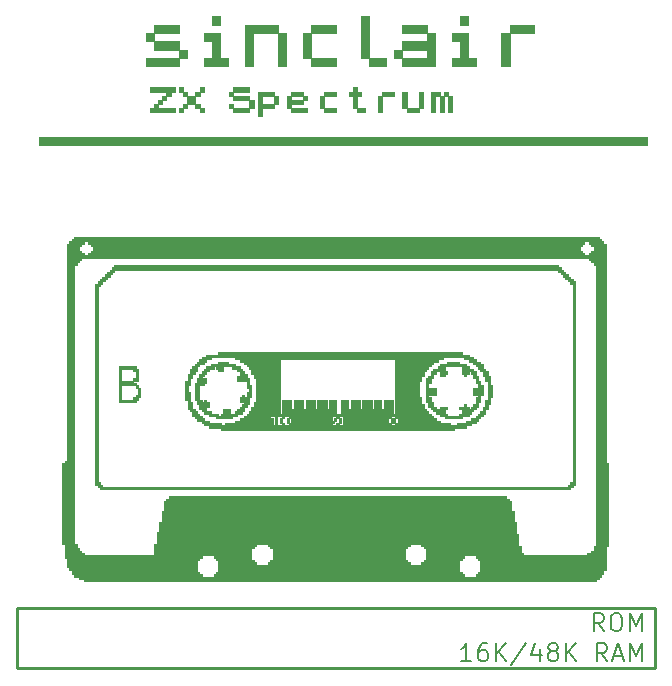
<source format=gto>
%TF.GenerationSoftware,KiCad,Pcbnew,(5.1.8)-1*%
%TF.CreationDate,2021-04-27T16:43:27+02:00*%
%TF.ProjectId,ZX Cartridge 2021 FA5 Cassette,5a582043-6172-4747-9269-646765203230,rev?*%
%TF.SameCoordinates,Original*%
%TF.FileFunction,Legend,Top*%
%TF.FilePolarity,Positive*%
%FSLAX46Y46*%
G04 Gerber Fmt 4.6, Leading zero omitted, Abs format (unit mm)*
G04 Created by KiCad (PCBNEW (5.1.8)-1) date 2021-04-27 16:43:27*
%MOMM*%
%LPD*%
G01*
G04 APERTURE LIST*
%ADD10C,0.200000*%
%ADD11C,0.250000*%
%ADD12C,0.010000*%
%ADD13C,0.150000*%
G04 APERTURE END LIST*
D10*
X160598285Y-115613571D02*
X159741142Y-115613571D01*
X160169714Y-115613571D02*
X160169714Y-114113571D01*
X160026857Y-114327857D01*
X159884000Y-114470714D01*
X159741142Y-114542142D01*
X161884000Y-114113571D02*
X161598285Y-114113571D01*
X161455428Y-114185000D01*
X161384000Y-114256428D01*
X161241142Y-114470714D01*
X161169714Y-114756428D01*
X161169714Y-115327857D01*
X161241142Y-115470714D01*
X161312571Y-115542142D01*
X161455428Y-115613571D01*
X161741142Y-115613571D01*
X161884000Y-115542142D01*
X161955428Y-115470714D01*
X162026857Y-115327857D01*
X162026857Y-114970714D01*
X161955428Y-114827857D01*
X161884000Y-114756428D01*
X161741142Y-114685000D01*
X161455428Y-114685000D01*
X161312571Y-114756428D01*
X161241142Y-114827857D01*
X161169714Y-114970714D01*
X162669714Y-115613571D02*
X162669714Y-114113571D01*
X163526857Y-115613571D02*
X162884000Y-114756428D01*
X163526857Y-114113571D02*
X162669714Y-114970714D01*
X165241142Y-114042142D02*
X163955428Y-115970714D01*
X166384000Y-114613571D02*
X166384000Y-115613571D01*
X166026857Y-114042142D02*
X165669714Y-115113571D01*
X166598285Y-115113571D01*
X167384000Y-114756428D02*
X167241142Y-114685000D01*
X167169714Y-114613571D01*
X167098285Y-114470714D01*
X167098285Y-114399285D01*
X167169714Y-114256428D01*
X167241142Y-114185000D01*
X167384000Y-114113571D01*
X167669714Y-114113571D01*
X167812571Y-114185000D01*
X167884000Y-114256428D01*
X167955428Y-114399285D01*
X167955428Y-114470714D01*
X167884000Y-114613571D01*
X167812571Y-114685000D01*
X167669714Y-114756428D01*
X167384000Y-114756428D01*
X167241142Y-114827857D01*
X167169714Y-114899285D01*
X167098285Y-115042142D01*
X167098285Y-115327857D01*
X167169714Y-115470714D01*
X167241142Y-115542142D01*
X167384000Y-115613571D01*
X167669714Y-115613571D01*
X167812571Y-115542142D01*
X167884000Y-115470714D01*
X167955428Y-115327857D01*
X167955428Y-115042142D01*
X167884000Y-114899285D01*
X167812571Y-114827857D01*
X167669714Y-114756428D01*
X168598285Y-115613571D02*
X168598285Y-114113571D01*
X169455428Y-115613571D02*
X168812571Y-114756428D01*
X169455428Y-114113571D02*
X168598285Y-114970714D01*
X172098285Y-115613571D02*
X171598285Y-114899285D01*
X171241142Y-115613571D02*
X171241142Y-114113571D01*
X171812571Y-114113571D01*
X171955428Y-114185000D01*
X172026857Y-114256428D01*
X172098285Y-114399285D01*
X172098285Y-114613571D01*
X172026857Y-114756428D01*
X171955428Y-114827857D01*
X171812571Y-114899285D01*
X171241142Y-114899285D01*
X172669714Y-115185000D02*
X173384000Y-115185000D01*
X172526857Y-115613571D02*
X173026857Y-114113571D01*
X173526857Y-115613571D01*
X174026857Y-115613571D02*
X174026857Y-114113571D01*
X174526857Y-115185000D01*
X175026857Y-114113571D01*
X175026857Y-115613571D01*
X171812571Y-113073571D02*
X171312571Y-112359285D01*
X170955428Y-113073571D02*
X170955428Y-111573571D01*
X171526857Y-111573571D01*
X171669714Y-111645000D01*
X171741142Y-111716428D01*
X171812571Y-111859285D01*
X171812571Y-112073571D01*
X171741142Y-112216428D01*
X171669714Y-112287857D01*
X171526857Y-112359285D01*
X170955428Y-112359285D01*
X172741142Y-111573571D02*
X173026857Y-111573571D01*
X173169714Y-111645000D01*
X173312571Y-111787857D01*
X173384000Y-112073571D01*
X173384000Y-112573571D01*
X173312571Y-112859285D01*
X173169714Y-113002142D01*
X173026857Y-113073571D01*
X172741142Y-113073571D01*
X172598285Y-113002142D01*
X172455428Y-112859285D01*
X172384000Y-112573571D01*
X172384000Y-112073571D01*
X172455428Y-111787857D01*
X172598285Y-111645000D01*
X172741142Y-111573571D01*
X174026857Y-113073571D02*
X174026857Y-111573571D01*
X174526857Y-112645000D01*
X175026857Y-111573571D01*
X175026857Y-113073571D01*
D11*
X122174000Y-111125000D02*
X122174000Y-116205000D01*
X176149000Y-111125000D02*
X122174000Y-111125000D01*
X176149000Y-116205000D02*
X176149000Y-111125000D01*
X122174000Y-116205000D02*
X176149000Y-116205000D01*
D12*
%TO.C,cassette*%
G36*
X126971000Y-79657000D02*
G01*
X127171000Y-79657000D01*
X127171000Y-79857000D01*
X126971000Y-79857000D01*
X126971000Y-79657000D01*
G37*
X126971000Y-79657000D02*
X127171000Y-79657000D01*
X127171000Y-79857000D01*
X126971000Y-79857000D01*
X126971000Y-79657000D01*
G36*
X127171000Y-79657000D02*
G01*
X127371000Y-79657000D01*
X127371000Y-79857000D01*
X127171000Y-79857000D01*
X127171000Y-79657000D01*
G37*
X127171000Y-79657000D02*
X127371000Y-79657000D01*
X127371000Y-79857000D01*
X127171000Y-79857000D01*
X127171000Y-79657000D01*
G36*
X127371000Y-79657000D02*
G01*
X127571000Y-79657000D01*
X127571000Y-79857000D01*
X127371000Y-79857000D01*
X127371000Y-79657000D01*
G37*
X127371000Y-79657000D02*
X127571000Y-79657000D01*
X127571000Y-79857000D01*
X127371000Y-79857000D01*
X127371000Y-79657000D01*
G36*
X127571000Y-79657000D02*
G01*
X127771000Y-79657000D01*
X127771000Y-79857000D01*
X127571000Y-79857000D01*
X127571000Y-79657000D01*
G37*
X127571000Y-79657000D02*
X127771000Y-79657000D01*
X127771000Y-79857000D01*
X127571000Y-79857000D01*
X127571000Y-79657000D01*
G36*
X127771000Y-79657000D02*
G01*
X127971000Y-79657000D01*
X127971000Y-79857000D01*
X127771000Y-79857000D01*
X127771000Y-79657000D01*
G37*
X127771000Y-79657000D02*
X127971000Y-79657000D01*
X127971000Y-79857000D01*
X127771000Y-79857000D01*
X127771000Y-79657000D01*
G36*
X127971000Y-79657000D02*
G01*
X128171000Y-79657000D01*
X128171000Y-79857000D01*
X127971000Y-79857000D01*
X127971000Y-79657000D01*
G37*
X127971000Y-79657000D02*
X128171000Y-79657000D01*
X128171000Y-79857000D01*
X127971000Y-79857000D01*
X127971000Y-79657000D01*
G36*
X128171000Y-79657000D02*
G01*
X128371000Y-79657000D01*
X128371000Y-79857000D01*
X128171000Y-79857000D01*
X128171000Y-79657000D01*
G37*
X128171000Y-79657000D02*
X128371000Y-79657000D01*
X128371000Y-79857000D01*
X128171000Y-79857000D01*
X128171000Y-79657000D01*
G36*
X128371000Y-79657000D02*
G01*
X128571000Y-79657000D01*
X128571000Y-79857000D01*
X128371000Y-79857000D01*
X128371000Y-79657000D01*
G37*
X128371000Y-79657000D02*
X128571000Y-79657000D01*
X128571000Y-79857000D01*
X128371000Y-79857000D01*
X128371000Y-79657000D01*
G36*
X128571000Y-79657000D02*
G01*
X128771000Y-79657000D01*
X128771000Y-79857000D01*
X128571000Y-79857000D01*
X128571000Y-79657000D01*
G37*
X128571000Y-79657000D02*
X128771000Y-79657000D01*
X128771000Y-79857000D01*
X128571000Y-79857000D01*
X128571000Y-79657000D01*
G36*
X128771000Y-79657000D02*
G01*
X128971000Y-79657000D01*
X128971000Y-79857000D01*
X128771000Y-79857000D01*
X128771000Y-79657000D01*
G37*
X128771000Y-79657000D02*
X128971000Y-79657000D01*
X128971000Y-79857000D01*
X128771000Y-79857000D01*
X128771000Y-79657000D01*
G36*
X128971000Y-79657000D02*
G01*
X129171000Y-79657000D01*
X129171000Y-79857000D01*
X128971000Y-79857000D01*
X128971000Y-79657000D01*
G37*
X128971000Y-79657000D02*
X129171000Y-79657000D01*
X129171000Y-79857000D01*
X128971000Y-79857000D01*
X128971000Y-79657000D01*
G36*
X129171000Y-79657000D02*
G01*
X129371000Y-79657000D01*
X129371000Y-79857000D01*
X129171000Y-79857000D01*
X129171000Y-79657000D01*
G37*
X129171000Y-79657000D02*
X129371000Y-79657000D01*
X129371000Y-79857000D01*
X129171000Y-79857000D01*
X129171000Y-79657000D01*
G36*
X129371000Y-79657000D02*
G01*
X129571000Y-79657000D01*
X129571000Y-79857000D01*
X129371000Y-79857000D01*
X129371000Y-79657000D01*
G37*
X129371000Y-79657000D02*
X129571000Y-79657000D01*
X129571000Y-79857000D01*
X129371000Y-79857000D01*
X129371000Y-79657000D01*
G36*
X129571000Y-79657000D02*
G01*
X129771000Y-79657000D01*
X129771000Y-79857000D01*
X129571000Y-79857000D01*
X129571000Y-79657000D01*
G37*
X129571000Y-79657000D02*
X129771000Y-79657000D01*
X129771000Y-79857000D01*
X129571000Y-79857000D01*
X129571000Y-79657000D01*
G36*
X129771000Y-79657000D02*
G01*
X129971000Y-79657000D01*
X129971000Y-79857000D01*
X129771000Y-79857000D01*
X129771000Y-79657000D01*
G37*
X129771000Y-79657000D02*
X129971000Y-79657000D01*
X129971000Y-79857000D01*
X129771000Y-79857000D01*
X129771000Y-79657000D01*
G36*
X129971000Y-79657000D02*
G01*
X130171000Y-79657000D01*
X130171000Y-79857000D01*
X129971000Y-79857000D01*
X129971000Y-79657000D01*
G37*
X129971000Y-79657000D02*
X130171000Y-79657000D01*
X130171000Y-79857000D01*
X129971000Y-79857000D01*
X129971000Y-79657000D01*
G36*
X130171000Y-79657000D02*
G01*
X130371000Y-79657000D01*
X130371000Y-79857000D01*
X130171000Y-79857000D01*
X130171000Y-79657000D01*
G37*
X130171000Y-79657000D02*
X130371000Y-79657000D01*
X130371000Y-79857000D01*
X130171000Y-79857000D01*
X130171000Y-79657000D01*
G36*
X130371000Y-79657000D02*
G01*
X130571000Y-79657000D01*
X130571000Y-79857000D01*
X130371000Y-79857000D01*
X130371000Y-79657000D01*
G37*
X130371000Y-79657000D02*
X130571000Y-79657000D01*
X130571000Y-79857000D01*
X130371000Y-79857000D01*
X130371000Y-79657000D01*
G36*
X130571000Y-79657000D02*
G01*
X130771000Y-79657000D01*
X130771000Y-79857000D01*
X130571000Y-79857000D01*
X130571000Y-79657000D01*
G37*
X130571000Y-79657000D02*
X130771000Y-79657000D01*
X130771000Y-79857000D01*
X130571000Y-79857000D01*
X130571000Y-79657000D01*
G36*
X130771000Y-79657000D02*
G01*
X130971000Y-79657000D01*
X130971000Y-79857000D01*
X130771000Y-79857000D01*
X130771000Y-79657000D01*
G37*
X130771000Y-79657000D02*
X130971000Y-79657000D01*
X130971000Y-79857000D01*
X130771000Y-79857000D01*
X130771000Y-79657000D01*
G36*
X130971000Y-79657000D02*
G01*
X131171000Y-79657000D01*
X131171000Y-79857000D01*
X130971000Y-79857000D01*
X130971000Y-79657000D01*
G37*
X130971000Y-79657000D02*
X131171000Y-79657000D01*
X131171000Y-79857000D01*
X130971000Y-79857000D01*
X130971000Y-79657000D01*
G36*
X131171000Y-79657000D02*
G01*
X131371000Y-79657000D01*
X131371000Y-79857000D01*
X131171000Y-79857000D01*
X131171000Y-79657000D01*
G37*
X131171000Y-79657000D02*
X131371000Y-79657000D01*
X131371000Y-79857000D01*
X131171000Y-79857000D01*
X131171000Y-79657000D01*
G36*
X131371000Y-79657000D02*
G01*
X131571000Y-79657000D01*
X131571000Y-79857000D01*
X131371000Y-79857000D01*
X131371000Y-79657000D01*
G37*
X131371000Y-79657000D02*
X131571000Y-79657000D01*
X131571000Y-79857000D01*
X131371000Y-79857000D01*
X131371000Y-79657000D01*
G36*
X131571000Y-79657000D02*
G01*
X131771000Y-79657000D01*
X131771000Y-79857000D01*
X131571000Y-79857000D01*
X131571000Y-79657000D01*
G37*
X131571000Y-79657000D02*
X131771000Y-79657000D01*
X131771000Y-79857000D01*
X131571000Y-79857000D01*
X131571000Y-79657000D01*
G36*
X131771000Y-79657000D02*
G01*
X131971000Y-79657000D01*
X131971000Y-79857000D01*
X131771000Y-79857000D01*
X131771000Y-79657000D01*
G37*
X131771000Y-79657000D02*
X131971000Y-79657000D01*
X131971000Y-79857000D01*
X131771000Y-79857000D01*
X131771000Y-79657000D01*
G36*
X131971000Y-79657000D02*
G01*
X132171000Y-79657000D01*
X132171000Y-79857000D01*
X131971000Y-79857000D01*
X131971000Y-79657000D01*
G37*
X131971000Y-79657000D02*
X132171000Y-79657000D01*
X132171000Y-79857000D01*
X131971000Y-79857000D01*
X131971000Y-79657000D01*
G36*
X132171000Y-79657000D02*
G01*
X132371000Y-79657000D01*
X132371000Y-79857000D01*
X132171000Y-79857000D01*
X132171000Y-79657000D01*
G37*
X132171000Y-79657000D02*
X132371000Y-79657000D01*
X132371000Y-79857000D01*
X132171000Y-79857000D01*
X132171000Y-79657000D01*
G36*
X132371000Y-79657000D02*
G01*
X132571000Y-79657000D01*
X132571000Y-79857000D01*
X132371000Y-79857000D01*
X132371000Y-79657000D01*
G37*
X132371000Y-79657000D02*
X132571000Y-79657000D01*
X132571000Y-79857000D01*
X132371000Y-79857000D01*
X132371000Y-79657000D01*
G36*
X132571000Y-79657000D02*
G01*
X132771000Y-79657000D01*
X132771000Y-79857000D01*
X132571000Y-79857000D01*
X132571000Y-79657000D01*
G37*
X132571000Y-79657000D02*
X132771000Y-79657000D01*
X132771000Y-79857000D01*
X132571000Y-79857000D01*
X132571000Y-79657000D01*
G36*
X132771000Y-79657000D02*
G01*
X132971000Y-79657000D01*
X132971000Y-79857000D01*
X132771000Y-79857000D01*
X132771000Y-79657000D01*
G37*
X132771000Y-79657000D02*
X132971000Y-79657000D01*
X132971000Y-79857000D01*
X132771000Y-79857000D01*
X132771000Y-79657000D01*
G36*
X132971000Y-79657000D02*
G01*
X133171000Y-79657000D01*
X133171000Y-79857000D01*
X132971000Y-79857000D01*
X132971000Y-79657000D01*
G37*
X132971000Y-79657000D02*
X133171000Y-79657000D01*
X133171000Y-79857000D01*
X132971000Y-79857000D01*
X132971000Y-79657000D01*
G36*
X133171000Y-79657000D02*
G01*
X133371000Y-79657000D01*
X133371000Y-79857000D01*
X133171000Y-79857000D01*
X133171000Y-79657000D01*
G37*
X133171000Y-79657000D02*
X133371000Y-79657000D01*
X133371000Y-79857000D01*
X133171000Y-79857000D01*
X133171000Y-79657000D01*
G36*
X133371000Y-79657000D02*
G01*
X133571000Y-79657000D01*
X133571000Y-79857000D01*
X133371000Y-79857000D01*
X133371000Y-79657000D01*
G37*
X133371000Y-79657000D02*
X133571000Y-79657000D01*
X133571000Y-79857000D01*
X133371000Y-79857000D01*
X133371000Y-79657000D01*
G36*
X133571000Y-79657000D02*
G01*
X133771000Y-79657000D01*
X133771000Y-79857000D01*
X133571000Y-79857000D01*
X133571000Y-79657000D01*
G37*
X133571000Y-79657000D02*
X133771000Y-79657000D01*
X133771000Y-79857000D01*
X133571000Y-79857000D01*
X133571000Y-79657000D01*
G36*
X133771000Y-79657000D02*
G01*
X133971000Y-79657000D01*
X133971000Y-79857000D01*
X133771000Y-79857000D01*
X133771000Y-79657000D01*
G37*
X133771000Y-79657000D02*
X133971000Y-79657000D01*
X133971000Y-79857000D01*
X133771000Y-79857000D01*
X133771000Y-79657000D01*
G36*
X133971000Y-79657000D02*
G01*
X134171000Y-79657000D01*
X134171000Y-79857000D01*
X133971000Y-79857000D01*
X133971000Y-79657000D01*
G37*
X133971000Y-79657000D02*
X134171000Y-79657000D01*
X134171000Y-79857000D01*
X133971000Y-79857000D01*
X133971000Y-79657000D01*
G36*
X134171000Y-79657000D02*
G01*
X134371000Y-79657000D01*
X134371000Y-79857000D01*
X134171000Y-79857000D01*
X134171000Y-79657000D01*
G37*
X134171000Y-79657000D02*
X134371000Y-79657000D01*
X134371000Y-79857000D01*
X134171000Y-79857000D01*
X134171000Y-79657000D01*
G36*
X134371000Y-79657000D02*
G01*
X134571000Y-79657000D01*
X134571000Y-79857000D01*
X134371000Y-79857000D01*
X134371000Y-79657000D01*
G37*
X134371000Y-79657000D02*
X134571000Y-79657000D01*
X134571000Y-79857000D01*
X134371000Y-79857000D01*
X134371000Y-79657000D01*
G36*
X134571000Y-79657000D02*
G01*
X134771000Y-79657000D01*
X134771000Y-79857000D01*
X134571000Y-79857000D01*
X134571000Y-79657000D01*
G37*
X134571000Y-79657000D02*
X134771000Y-79657000D01*
X134771000Y-79857000D01*
X134571000Y-79857000D01*
X134571000Y-79657000D01*
G36*
X134771000Y-79657000D02*
G01*
X134971000Y-79657000D01*
X134971000Y-79857000D01*
X134771000Y-79857000D01*
X134771000Y-79657000D01*
G37*
X134771000Y-79657000D02*
X134971000Y-79657000D01*
X134971000Y-79857000D01*
X134771000Y-79857000D01*
X134771000Y-79657000D01*
G36*
X134971000Y-79657000D02*
G01*
X135171000Y-79657000D01*
X135171000Y-79857000D01*
X134971000Y-79857000D01*
X134971000Y-79657000D01*
G37*
X134971000Y-79657000D02*
X135171000Y-79657000D01*
X135171000Y-79857000D01*
X134971000Y-79857000D01*
X134971000Y-79657000D01*
G36*
X135171000Y-79657000D02*
G01*
X135371000Y-79657000D01*
X135371000Y-79857000D01*
X135171000Y-79857000D01*
X135171000Y-79657000D01*
G37*
X135171000Y-79657000D02*
X135371000Y-79657000D01*
X135371000Y-79857000D01*
X135171000Y-79857000D01*
X135171000Y-79657000D01*
G36*
X135371000Y-79657000D02*
G01*
X135571000Y-79657000D01*
X135571000Y-79857000D01*
X135371000Y-79857000D01*
X135371000Y-79657000D01*
G37*
X135371000Y-79657000D02*
X135571000Y-79657000D01*
X135571000Y-79857000D01*
X135371000Y-79857000D01*
X135371000Y-79657000D01*
G36*
X135571000Y-79657000D02*
G01*
X135771000Y-79657000D01*
X135771000Y-79857000D01*
X135571000Y-79857000D01*
X135571000Y-79657000D01*
G37*
X135571000Y-79657000D02*
X135771000Y-79657000D01*
X135771000Y-79857000D01*
X135571000Y-79857000D01*
X135571000Y-79657000D01*
G36*
X135771000Y-79657000D02*
G01*
X135971000Y-79657000D01*
X135971000Y-79857000D01*
X135771000Y-79857000D01*
X135771000Y-79657000D01*
G37*
X135771000Y-79657000D02*
X135971000Y-79657000D01*
X135971000Y-79857000D01*
X135771000Y-79857000D01*
X135771000Y-79657000D01*
G36*
X135971000Y-79657000D02*
G01*
X136171000Y-79657000D01*
X136171000Y-79857000D01*
X135971000Y-79857000D01*
X135971000Y-79657000D01*
G37*
X135971000Y-79657000D02*
X136171000Y-79657000D01*
X136171000Y-79857000D01*
X135971000Y-79857000D01*
X135971000Y-79657000D01*
G36*
X136171000Y-79657000D02*
G01*
X136371000Y-79657000D01*
X136371000Y-79857000D01*
X136171000Y-79857000D01*
X136171000Y-79657000D01*
G37*
X136171000Y-79657000D02*
X136371000Y-79657000D01*
X136371000Y-79857000D01*
X136171000Y-79857000D01*
X136171000Y-79657000D01*
G36*
X136371000Y-79657000D02*
G01*
X136571000Y-79657000D01*
X136571000Y-79857000D01*
X136371000Y-79857000D01*
X136371000Y-79657000D01*
G37*
X136371000Y-79657000D02*
X136571000Y-79657000D01*
X136571000Y-79857000D01*
X136371000Y-79857000D01*
X136371000Y-79657000D01*
G36*
X136571000Y-79657000D02*
G01*
X136771000Y-79657000D01*
X136771000Y-79857000D01*
X136571000Y-79857000D01*
X136571000Y-79657000D01*
G37*
X136571000Y-79657000D02*
X136771000Y-79657000D01*
X136771000Y-79857000D01*
X136571000Y-79857000D01*
X136571000Y-79657000D01*
G36*
X136771000Y-79657000D02*
G01*
X136971000Y-79657000D01*
X136971000Y-79857000D01*
X136771000Y-79857000D01*
X136771000Y-79657000D01*
G37*
X136771000Y-79657000D02*
X136971000Y-79657000D01*
X136971000Y-79857000D01*
X136771000Y-79857000D01*
X136771000Y-79657000D01*
G36*
X136971000Y-79657000D02*
G01*
X137171000Y-79657000D01*
X137171000Y-79857000D01*
X136971000Y-79857000D01*
X136971000Y-79657000D01*
G37*
X136971000Y-79657000D02*
X137171000Y-79657000D01*
X137171000Y-79857000D01*
X136971000Y-79857000D01*
X136971000Y-79657000D01*
G36*
X137171000Y-79657000D02*
G01*
X137371000Y-79657000D01*
X137371000Y-79857000D01*
X137171000Y-79857000D01*
X137171000Y-79657000D01*
G37*
X137171000Y-79657000D02*
X137371000Y-79657000D01*
X137371000Y-79857000D01*
X137171000Y-79857000D01*
X137171000Y-79657000D01*
G36*
X137371000Y-79657000D02*
G01*
X137571000Y-79657000D01*
X137571000Y-79857000D01*
X137371000Y-79857000D01*
X137371000Y-79657000D01*
G37*
X137371000Y-79657000D02*
X137571000Y-79657000D01*
X137571000Y-79857000D01*
X137371000Y-79857000D01*
X137371000Y-79657000D01*
G36*
X137571000Y-79657000D02*
G01*
X137771000Y-79657000D01*
X137771000Y-79857000D01*
X137571000Y-79857000D01*
X137571000Y-79657000D01*
G37*
X137571000Y-79657000D02*
X137771000Y-79657000D01*
X137771000Y-79857000D01*
X137571000Y-79857000D01*
X137571000Y-79657000D01*
G36*
X137771000Y-79657000D02*
G01*
X137971000Y-79657000D01*
X137971000Y-79857000D01*
X137771000Y-79857000D01*
X137771000Y-79657000D01*
G37*
X137771000Y-79657000D02*
X137971000Y-79657000D01*
X137971000Y-79857000D01*
X137771000Y-79857000D01*
X137771000Y-79657000D01*
G36*
X137971000Y-79657000D02*
G01*
X138171000Y-79657000D01*
X138171000Y-79857000D01*
X137971000Y-79857000D01*
X137971000Y-79657000D01*
G37*
X137971000Y-79657000D02*
X138171000Y-79657000D01*
X138171000Y-79857000D01*
X137971000Y-79857000D01*
X137971000Y-79657000D01*
G36*
X138171000Y-79657000D02*
G01*
X138371000Y-79657000D01*
X138371000Y-79857000D01*
X138171000Y-79857000D01*
X138171000Y-79657000D01*
G37*
X138171000Y-79657000D02*
X138371000Y-79657000D01*
X138371000Y-79857000D01*
X138171000Y-79857000D01*
X138171000Y-79657000D01*
G36*
X138371000Y-79657000D02*
G01*
X138571000Y-79657000D01*
X138571000Y-79857000D01*
X138371000Y-79857000D01*
X138371000Y-79657000D01*
G37*
X138371000Y-79657000D02*
X138571000Y-79657000D01*
X138571000Y-79857000D01*
X138371000Y-79857000D01*
X138371000Y-79657000D01*
G36*
X138571000Y-79657000D02*
G01*
X138771000Y-79657000D01*
X138771000Y-79857000D01*
X138571000Y-79857000D01*
X138571000Y-79657000D01*
G37*
X138571000Y-79657000D02*
X138771000Y-79657000D01*
X138771000Y-79857000D01*
X138571000Y-79857000D01*
X138571000Y-79657000D01*
G36*
X138771000Y-79657000D02*
G01*
X138971000Y-79657000D01*
X138971000Y-79857000D01*
X138771000Y-79857000D01*
X138771000Y-79657000D01*
G37*
X138771000Y-79657000D02*
X138971000Y-79657000D01*
X138971000Y-79857000D01*
X138771000Y-79857000D01*
X138771000Y-79657000D01*
G36*
X138971000Y-79657000D02*
G01*
X139171000Y-79657000D01*
X139171000Y-79857000D01*
X138971000Y-79857000D01*
X138971000Y-79657000D01*
G37*
X138971000Y-79657000D02*
X139171000Y-79657000D01*
X139171000Y-79857000D01*
X138971000Y-79857000D01*
X138971000Y-79657000D01*
G36*
X139171000Y-79657000D02*
G01*
X139371000Y-79657000D01*
X139371000Y-79857000D01*
X139171000Y-79857000D01*
X139171000Y-79657000D01*
G37*
X139171000Y-79657000D02*
X139371000Y-79657000D01*
X139371000Y-79857000D01*
X139171000Y-79857000D01*
X139171000Y-79657000D01*
G36*
X139371000Y-79657000D02*
G01*
X139571000Y-79657000D01*
X139571000Y-79857000D01*
X139371000Y-79857000D01*
X139371000Y-79657000D01*
G37*
X139371000Y-79657000D02*
X139571000Y-79657000D01*
X139571000Y-79857000D01*
X139371000Y-79857000D01*
X139371000Y-79657000D01*
G36*
X139571000Y-79657000D02*
G01*
X139771000Y-79657000D01*
X139771000Y-79857000D01*
X139571000Y-79857000D01*
X139571000Y-79657000D01*
G37*
X139571000Y-79657000D02*
X139771000Y-79657000D01*
X139771000Y-79857000D01*
X139571000Y-79857000D01*
X139571000Y-79657000D01*
G36*
X139771000Y-79657000D02*
G01*
X139971000Y-79657000D01*
X139971000Y-79857000D01*
X139771000Y-79857000D01*
X139771000Y-79657000D01*
G37*
X139771000Y-79657000D02*
X139971000Y-79657000D01*
X139971000Y-79857000D01*
X139771000Y-79857000D01*
X139771000Y-79657000D01*
G36*
X139971000Y-79657000D02*
G01*
X140171000Y-79657000D01*
X140171000Y-79857000D01*
X139971000Y-79857000D01*
X139971000Y-79657000D01*
G37*
X139971000Y-79657000D02*
X140171000Y-79657000D01*
X140171000Y-79857000D01*
X139971000Y-79857000D01*
X139971000Y-79657000D01*
G36*
X140171000Y-79657000D02*
G01*
X140371000Y-79657000D01*
X140371000Y-79857000D01*
X140171000Y-79857000D01*
X140171000Y-79657000D01*
G37*
X140171000Y-79657000D02*
X140371000Y-79657000D01*
X140371000Y-79857000D01*
X140171000Y-79857000D01*
X140171000Y-79657000D01*
G36*
X140371000Y-79657000D02*
G01*
X140571000Y-79657000D01*
X140571000Y-79857000D01*
X140371000Y-79857000D01*
X140371000Y-79657000D01*
G37*
X140371000Y-79657000D02*
X140571000Y-79657000D01*
X140571000Y-79857000D01*
X140371000Y-79857000D01*
X140371000Y-79657000D01*
G36*
X140571000Y-79657000D02*
G01*
X140771000Y-79657000D01*
X140771000Y-79857000D01*
X140571000Y-79857000D01*
X140571000Y-79657000D01*
G37*
X140571000Y-79657000D02*
X140771000Y-79657000D01*
X140771000Y-79857000D01*
X140571000Y-79857000D01*
X140571000Y-79657000D01*
G36*
X140771000Y-79657000D02*
G01*
X140971000Y-79657000D01*
X140971000Y-79857000D01*
X140771000Y-79857000D01*
X140771000Y-79657000D01*
G37*
X140771000Y-79657000D02*
X140971000Y-79657000D01*
X140971000Y-79857000D01*
X140771000Y-79857000D01*
X140771000Y-79657000D01*
G36*
X140971000Y-79657000D02*
G01*
X141171000Y-79657000D01*
X141171000Y-79857000D01*
X140971000Y-79857000D01*
X140971000Y-79657000D01*
G37*
X140971000Y-79657000D02*
X141171000Y-79657000D01*
X141171000Y-79857000D01*
X140971000Y-79857000D01*
X140971000Y-79657000D01*
G36*
X141171000Y-79657000D02*
G01*
X141371000Y-79657000D01*
X141371000Y-79857000D01*
X141171000Y-79857000D01*
X141171000Y-79657000D01*
G37*
X141171000Y-79657000D02*
X141371000Y-79657000D01*
X141371000Y-79857000D01*
X141171000Y-79857000D01*
X141171000Y-79657000D01*
G36*
X141371000Y-79657000D02*
G01*
X141571000Y-79657000D01*
X141571000Y-79857000D01*
X141371000Y-79857000D01*
X141371000Y-79657000D01*
G37*
X141371000Y-79657000D02*
X141571000Y-79657000D01*
X141571000Y-79857000D01*
X141371000Y-79857000D01*
X141371000Y-79657000D01*
G36*
X141571000Y-79657000D02*
G01*
X141771000Y-79657000D01*
X141771000Y-79857000D01*
X141571000Y-79857000D01*
X141571000Y-79657000D01*
G37*
X141571000Y-79657000D02*
X141771000Y-79657000D01*
X141771000Y-79857000D01*
X141571000Y-79857000D01*
X141571000Y-79657000D01*
G36*
X141771000Y-79657000D02*
G01*
X141971000Y-79657000D01*
X141971000Y-79857000D01*
X141771000Y-79857000D01*
X141771000Y-79657000D01*
G37*
X141771000Y-79657000D02*
X141971000Y-79657000D01*
X141971000Y-79857000D01*
X141771000Y-79857000D01*
X141771000Y-79657000D01*
G36*
X141971000Y-79657000D02*
G01*
X142171000Y-79657000D01*
X142171000Y-79857000D01*
X141971000Y-79857000D01*
X141971000Y-79657000D01*
G37*
X141971000Y-79657000D02*
X142171000Y-79657000D01*
X142171000Y-79857000D01*
X141971000Y-79857000D01*
X141971000Y-79657000D01*
G36*
X142171000Y-79657000D02*
G01*
X142371000Y-79657000D01*
X142371000Y-79857000D01*
X142171000Y-79857000D01*
X142171000Y-79657000D01*
G37*
X142171000Y-79657000D02*
X142371000Y-79657000D01*
X142371000Y-79857000D01*
X142171000Y-79857000D01*
X142171000Y-79657000D01*
G36*
X142371000Y-79657000D02*
G01*
X142571000Y-79657000D01*
X142571000Y-79857000D01*
X142371000Y-79857000D01*
X142371000Y-79657000D01*
G37*
X142371000Y-79657000D02*
X142571000Y-79657000D01*
X142571000Y-79857000D01*
X142371000Y-79857000D01*
X142371000Y-79657000D01*
G36*
X142571000Y-79657000D02*
G01*
X142771000Y-79657000D01*
X142771000Y-79857000D01*
X142571000Y-79857000D01*
X142571000Y-79657000D01*
G37*
X142571000Y-79657000D02*
X142771000Y-79657000D01*
X142771000Y-79857000D01*
X142571000Y-79857000D01*
X142571000Y-79657000D01*
G36*
X142771000Y-79657000D02*
G01*
X142971000Y-79657000D01*
X142971000Y-79857000D01*
X142771000Y-79857000D01*
X142771000Y-79657000D01*
G37*
X142771000Y-79657000D02*
X142971000Y-79657000D01*
X142971000Y-79857000D01*
X142771000Y-79857000D01*
X142771000Y-79657000D01*
G36*
X142971000Y-79657000D02*
G01*
X143171000Y-79657000D01*
X143171000Y-79857000D01*
X142971000Y-79857000D01*
X142971000Y-79657000D01*
G37*
X142971000Y-79657000D02*
X143171000Y-79657000D01*
X143171000Y-79857000D01*
X142971000Y-79857000D01*
X142971000Y-79657000D01*
G36*
X143171000Y-79657000D02*
G01*
X143371000Y-79657000D01*
X143371000Y-79857000D01*
X143171000Y-79857000D01*
X143171000Y-79657000D01*
G37*
X143171000Y-79657000D02*
X143371000Y-79657000D01*
X143371000Y-79857000D01*
X143171000Y-79857000D01*
X143171000Y-79657000D01*
G36*
X143371000Y-79657000D02*
G01*
X143571000Y-79657000D01*
X143571000Y-79857000D01*
X143371000Y-79857000D01*
X143371000Y-79657000D01*
G37*
X143371000Y-79657000D02*
X143571000Y-79657000D01*
X143571000Y-79857000D01*
X143371000Y-79857000D01*
X143371000Y-79657000D01*
G36*
X143571000Y-79657000D02*
G01*
X143771000Y-79657000D01*
X143771000Y-79857000D01*
X143571000Y-79857000D01*
X143571000Y-79657000D01*
G37*
X143571000Y-79657000D02*
X143771000Y-79657000D01*
X143771000Y-79857000D01*
X143571000Y-79857000D01*
X143571000Y-79657000D01*
G36*
X143771000Y-79657000D02*
G01*
X143971000Y-79657000D01*
X143971000Y-79857000D01*
X143771000Y-79857000D01*
X143771000Y-79657000D01*
G37*
X143771000Y-79657000D02*
X143971000Y-79657000D01*
X143971000Y-79857000D01*
X143771000Y-79857000D01*
X143771000Y-79657000D01*
G36*
X143971000Y-79657000D02*
G01*
X144171000Y-79657000D01*
X144171000Y-79857000D01*
X143971000Y-79857000D01*
X143971000Y-79657000D01*
G37*
X143971000Y-79657000D02*
X144171000Y-79657000D01*
X144171000Y-79857000D01*
X143971000Y-79857000D01*
X143971000Y-79657000D01*
G36*
X144171000Y-79657000D02*
G01*
X144371000Y-79657000D01*
X144371000Y-79857000D01*
X144171000Y-79857000D01*
X144171000Y-79657000D01*
G37*
X144171000Y-79657000D02*
X144371000Y-79657000D01*
X144371000Y-79857000D01*
X144171000Y-79857000D01*
X144171000Y-79657000D01*
G36*
X144371000Y-79657000D02*
G01*
X144571000Y-79657000D01*
X144571000Y-79857000D01*
X144371000Y-79857000D01*
X144371000Y-79657000D01*
G37*
X144371000Y-79657000D02*
X144571000Y-79657000D01*
X144571000Y-79857000D01*
X144371000Y-79857000D01*
X144371000Y-79657000D01*
G36*
X144571000Y-79657000D02*
G01*
X144771000Y-79657000D01*
X144771000Y-79857000D01*
X144571000Y-79857000D01*
X144571000Y-79657000D01*
G37*
X144571000Y-79657000D02*
X144771000Y-79657000D01*
X144771000Y-79857000D01*
X144571000Y-79857000D01*
X144571000Y-79657000D01*
G36*
X144771000Y-79657000D02*
G01*
X144971000Y-79657000D01*
X144971000Y-79857000D01*
X144771000Y-79857000D01*
X144771000Y-79657000D01*
G37*
X144771000Y-79657000D02*
X144971000Y-79657000D01*
X144971000Y-79857000D01*
X144771000Y-79857000D01*
X144771000Y-79657000D01*
G36*
X144971000Y-79657000D02*
G01*
X145171000Y-79657000D01*
X145171000Y-79857000D01*
X144971000Y-79857000D01*
X144971000Y-79657000D01*
G37*
X144971000Y-79657000D02*
X145171000Y-79657000D01*
X145171000Y-79857000D01*
X144971000Y-79857000D01*
X144971000Y-79657000D01*
G36*
X145171000Y-79657000D02*
G01*
X145371000Y-79657000D01*
X145371000Y-79857000D01*
X145171000Y-79857000D01*
X145171000Y-79657000D01*
G37*
X145171000Y-79657000D02*
X145371000Y-79657000D01*
X145371000Y-79857000D01*
X145171000Y-79857000D01*
X145171000Y-79657000D01*
G36*
X145371000Y-79657000D02*
G01*
X145571000Y-79657000D01*
X145571000Y-79857000D01*
X145371000Y-79857000D01*
X145371000Y-79657000D01*
G37*
X145371000Y-79657000D02*
X145571000Y-79657000D01*
X145571000Y-79857000D01*
X145371000Y-79857000D01*
X145371000Y-79657000D01*
G36*
X145571000Y-79657000D02*
G01*
X145771000Y-79657000D01*
X145771000Y-79857000D01*
X145571000Y-79857000D01*
X145571000Y-79657000D01*
G37*
X145571000Y-79657000D02*
X145771000Y-79657000D01*
X145771000Y-79857000D01*
X145571000Y-79857000D01*
X145571000Y-79657000D01*
G36*
X145771000Y-79657000D02*
G01*
X145971000Y-79657000D01*
X145971000Y-79857000D01*
X145771000Y-79857000D01*
X145771000Y-79657000D01*
G37*
X145771000Y-79657000D02*
X145971000Y-79657000D01*
X145971000Y-79857000D01*
X145771000Y-79857000D01*
X145771000Y-79657000D01*
G36*
X145971000Y-79657000D02*
G01*
X146171000Y-79657000D01*
X146171000Y-79857000D01*
X145971000Y-79857000D01*
X145971000Y-79657000D01*
G37*
X145971000Y-79657000D02*
X146171000Y-79657000D01*
X146171000Y-79857000D01*
X145971000Y-79857000D01*
X145971000Y-79657000D01*
G36*
X146171000Y-79657000D02*
G01*
X146371000Y-79657000D01*
X146371000Y-79857000D01*
X146171000Y-79857000D01*
X146171000Y-79657000D01*
G37*
X146171000Y-79657000D02*
X146371000Y-79657000D01*
X146371000Y-79857000D01*
X146171000Y-79857000D01*
X146171000Y-79657000D01*
G36*
X146371000Y-79657000D02*
G01*
X146571000Y-79657000D01*
X146571000Y-79857000D01*
X146371000Y-79857000D01*
X146371000Y-79657000D01*
G37*
X146371000Y-79657000D02*
X146571000Y-79657000D01*
X146571000Y-79857000D01*
X146371000Y-79857000D01*
X146371000Y-79657000D01*
G36*
X146571000Y-79657000D02*
G01*
X146771000Y-79657000D01*
X146771000Y-79857000D01*
X146571000Y-79857000D01*
X146571000Y-79657000D01*
G37*
X146571000Y-79657000D02*
X146771000Y-79657000D01*
X146771000Y-79857000D01*
X146571000Y-79857000D01*
X146571000Y-79657000D01*
G36*
X146771000Y-79657000D02*
G01*
X146971000Y-79657000D01*
X146971000Y-79857000D01*
X146771000Y-79857000D01*
X146771000Y-79657000D01*
G37*
X146771000Y-79657000D02*
X146971000Y-79657000D01*
X146971000Y-79857000D01*
X146771000Y-79857000D01*
X146771000Y-79657000D01*
G36*
X146971000Y-79657000D02*
G01*
X147171000Y-79657000D01*
X147171000Y-79857000D01*
X146971000Y-79857000D01*
X146971000Y-79657000D01*
G37*
X146971000Y-79657000D02*
X147171000Y-79657000D01*
X147171000Y-79857000D01*
X146971000Y-79857000D01*
X146971000Y-79657000D01*
G36*
X147171000Y-79657000D02*
G01*
X147371000Y-79657000D01*
X147371000Y-79857000D01*
X147171000Y-79857000D01*
X147171000Y-79657000D01*
G37*
X147171000Y-79657000D02*
X147371000Y-79657000D01*
X147371000Y-79857000D01*
X147171000Y-79857000D01*
X147171000Y-79657000D01*
G36*
X147371000Y-79657000D02*
G01*
X147571000Y-79657000D01*
X147571000Y-79857000D01*
X147371000Y-79857000D01*
X147371000Y-79657000D01*
G37*
X147371000Y-79657000D02*
X147571000Y-79657000D01*
X147571000Y-79857000D01*
X147371000Y-79857000D01*
X147371000Y-79657000D01*
G36*
X147571000Y-79657000D02*
G01*
X147771000Y-79657000D01*
X147771000Y-79857000D01*
X147571000Y-79857000D01*
X147571000Y-79657000D01*
G37*
X147571000Y-79657000D02*
X147771000Y-79657000D01*
X147771000Y-79857000D01*
X147571000Y-79857000D01*
X147571000Y-79657000D01*
G36*
X147771000Y-79657000D02*
G01*
X147971000Y-79657000D01*
X147971000Y-79857000D01*
X147771000Y-79857000D01*
X147771000Y-79657000D01*
G37*
X147771000Y-79657000D02*
X147971000Y-79657000D01*
X147971000Y-79857000D01*
X147771000Y-79857000D01*
X147771000Y-79657000D01*
G36*
X147971000Y-79657000D02*
G01*
X148171000Y-79657000D01*
X148171000Y-79857000D01*
X147971000Y-79857000D01*
X147971000Y-79657000D01*
G37*
X147971000Y-79657000D02*
X148171000Y-79657000D01*
X148171000Y-79857000D01*
X147971000Y-79857000D01*
X147971000Y-79657000D01*
G36*
X148171000Y-79657000D02*
G01*
X148371000Y-79657000D01*
X148371000Y-79857000D01*
X148171000Y-79857000D01*
X148171000Y-79657000D01*
G37*
X148171000Y-79657000D02*
X148371000Y-79657000D01*
X148371000Y-79857000D01*
X148171000Y-79857000D01*
X148171000Y-79657000D01*
G36*
X148371000Y-79657000D02*
G01*
X148571000Y-79657000D01*
X148571000Y-79857000D01*
X148371000Y-79857000D01*
X148371000Y-79657000D01*
G37*
X148371000Y-79657000D02*
X148571000Y-79657000D01*
X148571000Y-79857000D01*
X148371000Y-79857000D01*
X148371000Y-79657000D01*
G36*
X148571000Y-79657000D02*
G01*
X148771000Y-79657000D01*
X148771000Y-79857000D01*
X148571000Y-79857000D01*
X148571000Y-79657000D01*
G37*
X148571000Y-79657000D02*
X148771000Y-79657000D01*
X148771000Y-79857000D01*
X148571000Y-79857000D01*
X148571000Y-79657000D01*
G36*
X148771000Y-79657000D02*
G01*
X148971000Y-79657000D01*
X148971000Y-79857000D01*
X148771000Y-79857000D01*
X148771000Y-79657000D01*
G37*
X148771000Y-79657000D02*
X148971000Y-79657000D01*
X148971000Y-79857000D01*
X148771000Y-79857000D01*
X148771000Y-79657000D01*
G36*
X148971000Y-79657000D02*
G01*
X149171000Y-79657000D01*
X149171000Y-79857000D01*
X148971000Y-79857000D01*
X148971000Y-79657000D01*
G37*
X148971000Y-79657000D02*
X149171000Y-79657000D01*
X149171000Y-79857000D01*
X148971000Y-79857000D01*
X148971000Y-79657000D01*
G36*
X149171000Y-79657000D02*
G01*
X149371000Y-79657000D01*
X149371000Y-79857000D01*
X149171000Y-79857000D01*
X149171000Y-79657000D01*
G37*
X149171000Y-79657000D02*
X149371000Y-79657000D01*
X149371000Y-79857000D01*
X149171000Y-79857000D01*
X149171000Y-79657000D01*
G36*
X149371000Y-79657000D02*
G01*
X149571000Y-79657000D01*
X149571000Y-79857000D01*
X149371000Y-79857000D01*
X149371000Y-79657000D01*
G37*
X149371000Y-79657000D02*
X149571000Y-79657000D01*
X149571000Y-79857000D01*
X149371000Y-79857000D01*
X149371000Y-79657000D01*
G36*
X149571000Y-79657000D02*
G01*
X149771000Y-79657000D01*
X149771000Y-79857000D01*
X149571000Y-79857000D01*
X149571000Y-79657000D01*
G37*
X149571000Y-79657000D02*
X149771000Y-79657000D01*
X149771000Y-79857000D01*
X149571000Y-79857000D01*
X149571000Y-79657000D01*
G36*
X149771000Y-79657000D02*
G01*
X149971000Y-79657000D01*
X149971000Y-79857000D01*
X149771000Y-79857000D01*
X149771000Y-79657000D01*
G37*
X149771000Y-79657000D02*
X149971000Y-79657000D01*
X149971000Y-79857000D01*
X149771000Y-79857000D01*
X149771000Y-79657000D01*
G36*
X149971000Y-79657000D02*
G01*
X150171000Y-79657000D01*
X150171000Y-79857000D01*
X149971000Y-79857000D01*
X149971000Y-79657000D01*
G37*
X149971000Y-79657000D02*
X150171000Y-79657000D01*
X150171000Y-79857000D01*
X149971000Y-79857000D01*
X149971000Y-79657000D01*
G36*
X150171000Y-79657000D02*
G01*
X150371000Y-79657000D01*
X150371000Y-79857000D01*
X150171000Y-79857000D01*
X150171000Y-79657000D01*
G37*
X150171000Y-79657000D02*
X150371000Y-79657000D01*
X150371000Y-79857000D01*
X150171000Y-79857000D01*
X150171000Y-79657000D01*
G36*
X150371000Y-79657000D02*
G01*
X150571000Y-79657000D01*
X150571000Y-79857000D01*
X150371000Y-79857000D01*
X150371000Y-79657000D01*
G37*
X150371000Y-79657000D02*
X150571000Y-79657000D01*
X150571000Y-79857000D01*
X150371000Y-79857000D01*
X150371000Y-79657000D01*
G36*
X150571000Y-79657000D02*
G01*
X150771000Y-79657000D01*
X150771000Y-79857000D01*
X150571000Y-79857000D01*
X150571000Y-79657000D01*
G37*
X150571000Y-79657000D02*
X150771000Y-79657000D01*
X150771000Y-79857000D01*
X150571000Y-79857000D01*
X150571000Y-79657000D01*
G36*
X150771000Y-79657000D02*
G01*
X150971000Y-79657000D01*
X150971000Y-79857000D01*
X150771000Y-79857000D01*
X150771000Y-79657000D01*
G37*
X150771000Y-79657000D02*
X150971000Y-79657000D01*
X150971000Y-79857000D01*
X150771000Y-79857000D01*
X150771000Y-79657000D01*
G36*
X150971000Y-79657000D02*
G01*
X151171000Y-79657000D01*
X151171000Y-79857000D01*
X150971000Y-79857000D01*
X150971000Y-79657000D01*
G37*
X150971000Y-79657000D02*
X151171000Y-79657000D01*
X151171000Y-79857000D01*
X150971000Y-79857000D01*
X150971000Y-79657000D01*
G36*
X151171000Y-79657000D02*
G01*
X151371000Y-79657000D01*
X151371000Y-79857000D01*
X151171000Y-79857000D01*
X151171000Y-79657000D01*
G37*
X151171000Y-79657000D02*
X151371000Y-79657000D01*
X151371000Y-79857000D01*
X151171000Y-79857000D01*
X151171000Y-79657000D01*
G36*
X151371000Y-79657000D02*
G01*
X151571000Y-79657000D01*
X151571000Y-79857000D01*
X151371000Y-79857000D01*
X151371000Y-79657000D01*
G37*
X151371000Y-79657000D02*
X151571000Y-79657000D01*
X151571000Y-79857000D01*
X151371000Y-79857000D01*
X151371000Y-79657000D01*
G36*
X151571000Y-79657000D02*
G01*
X151771000Y-79657000D01*
X151771000Y-79857000D01*
X151571000Y-79857000D01*
X151571000Y-79657000D01*
G37*
X151571000Y-79657000D02*
X151771000Y-79657000D01*
X151771000Y-79857000D01*
X151571000Y-79857000D01*
X151571000Y-79657000D01*
G36*
X151771000Y-79657000D02*
G01*
X151971000Y-79657000D01*
X151971000Y-79857000D01*
X151771000Y-79857000D01*
X151771000Y-79657000D01*
G37*
X151771000Y-79657000D02*
X151971000Y-79657000D01*
X151971000Y-79857000D01*
X151771000Y-79857000D01*
X151771000Y-79657000D01*
G36*
X151971000Y-79657000D02*
G01*
X152171000Y-79657000D01*
X152171000Y-79857000D01*
X151971000Y-79857000D01*
X151971000Y-79657000D01*
G37*
X151971000Y-79657000D02*
X152171000Y-79657000D01*
X152171000Y-79857000D01*
X151971000Y-79857000D01*
X151971000Y-79657000D01*
G36*
X152171000Y-79657000D02*
G01*
X152371000Y-79657000D01*
X152371000Y-79857000D01*
X152171000Y-79857000D01*
X152171000Y-79657000D01*
G37*
X152171000Y-79657000D02*
X152371000Y-79657000D01*
X152371000Y-79857000D01*
X152171000Y-79857000D01*
X152171000Y-79657000D01*
G36*
X152371000Y-79657000D02*
G01*
X152571000Y-79657000D01*
X152571000Y-79857000D01*
X152371000Y-79857000D01*
X152371000Y-79657000D01*
G37*
X152371000Y-79657000D02*
X152571000Y-79657000D01*
X152571000Y-79857000D01*
X152371000Y-79857000D01*
X152371000Y-79657000D01*
G36*
X152571000Y-79657000D02*
G01*
X152771000Y-79657000D01*
X152771000Y-79857000D01*
X152571000Y-79857000D01*
X152571000Y-79657000D01*
G37*
X152571000Y-79657000D02*
X152771000Y-79657000D01*
X152771000Y-79857000D01*
X152571000Y-79857000D01*
X152571000Y-79657000D01*
G36*
X152771000Y-79657000D02*
G01*
X152971000Y-79657000D01*
X152971000Y-79857000D01*
X152771000Y-79857000D01*
X152771000Y-79657000D01*
G37*
X152771000Y-79657000D02*
X152971000Y-79657000D01*
X152971000Y-79857000D01*
X152771000Y-79857000D01*
X152771000Y-79657000D01*
G36*
X152971000Y-79657000D02*
G01*
X153171000Y-79657000D01*
X153171000Y-79857000D01*
X152971000Y-79857000D01*
X152971000Y-79657000D01*
G37*
X152971000Y-79657000D02*
X153171000Y-79657000D01*
X153171000Y-79857000D01*
X152971000Y-79857000D01*
X152971000Y-79657000D01*
G36*
X153171000Y-79657000D02*
G01*
X153371000Y-79657000D01*
X153371000Y-79857000D01*
X153171000Y-79857000D01*
X153171000Y-79657000D01*
G37*
X153171000Y-79657000D02*
X153371000Y-79657000D01*
X153371000Y-79857000D01*
X153171000Y-79857000D01*
X153171000Y-79657000D01*
G36*
X153371000Y-79657000D02*
G01*
X153571000Y-79657000D01*
X153571000Y-79857000D01*
X153371000Y-79857000D01*
X153371000Y-79657000D01*
G37*
X153371000Y-79657000D02*
X153571000Y-79657000D01*
X153571000Y-79857000D01*
X153371000Y-79857000D01*
X153371000Y-79657000D01*
G36*
X153571000Y-79657000D02*
G01*
X153771000Y-79657000D01*
X153771000Y-79857000D01*
X153571000Y-79857000D01*
X153571000Y-79657000D01*
G37*
X153571000Y-79657000D02*
X153771000Y-79657000D01*
X153771000Y-79857000D01*
X153571000Y-79857000D01*
X153571000Y-79657000D01*
G36*
X153771000Y-79657000D02*
G01*
X153971000Y-79657000D01*
X153971000Y-79857000D01*
X153771000Y-79857000D01*
X153771000Y-79657000D01*
G37*
X153771000Y-79657000D02*
X153971000Y-79657000D01*
X153971000Y-79857000D01*
X153771000Y-79857000D01*
X153771000Y-79657000D01*
G36*
X153971000Y-79657000D02*
G01*
X154171000Y-79657000D01*
X154171000Y-79857000D01*
X153971000Y-79857000D01*
X153971000Y-79657000D01*
G37*
X153971000Y-79657000D02*
X154171000Y-79657000D01*
X154171000Y-79857000D01*
X153971000Y-79857000D01*
X153971000Y-79657000D01*
G36*
X154171000Y-79657000D02*
G01*
X154371000Y-79657000D01*
X154371000Y-79857000D01*
X154171000Y-79857000D01*
X154171000Y-79657000D01*
G37*
X154171000Y-79657000D02*
X154371000Y-79657000D01*
X154371000Y-79857000D01*
X154171000Y-79857000D01*
X154171000Y-79657000D01*
G36*
X154371000Y-79657000D02*
G01*
X154571000Y-79657000D01*
X154571000Y-79857000D01*
X154371000Y-79857000D01*
X154371000Y-79657000D01*
G37*
X154371000Y-79657000D02*
X154571000Y-79657000D01*
X154571000Y-79857000D01*
X154371000Y-79857000D01*
X154371000Y-79657000D01*
G36*
X154571000Y-79657000D02*
G01*
X154771000Y-79657000D01*
X154771000Y-79857000D01*
X154571000Y-79857000D01*
X154571000Y-79657000D01*
G37*
X154571000Y-79657000D02*
X154771000Y-79657000D01*
X154771000Y-79857000D01*
X154571000Y-79857000D01*
X154571000Y-79657000D01*
G36*
X154771000Y-79657000D02*
G01*
X154971000Y-79657000D01*
X154971000Y-79857000D01*
X154771000Y-79857000D01*
X154771000Y-79657000D01*
G37*
X154771000Y-79657000D02*
X154971000Y-79657000D01*
X154971000Y-79857000D01*
X154771000Y-79857000D01*
X154771000Y-79657000D01*
G36*
X154971000Y-79657000D02*
G01*
X155171000Y-79657000D01*
X155171000Y-79857000D01*
X154971000Y-79857000D01*
X154971000Y-79657000D01*
G37*
X154971000Y-79657000D02*
X155171000Y-79657000D01*
X155171000Y-79857000D01*
X154971000Y-79857000D01*
X154971000Y-79657000D01*
G36*
X155171000Y-79657000D02*
G01*
X155371000Y-79657000D01*
X155371000Y-79857000D01*
X155171000Y-79857000D01*
X155171000Y-79657000D01*
G37*
X155171000Y-79657000D02*
X155371000Y-79657000D01*
X155371000Y-79857000D01*
X155171000Y-79857000D01*
X155171000Y-79657000D01*
G36*
X155371000Y-79657000D02*
G01*
X155571000Y-79657000D01*
X155571000Y-79857000D01*
X155371000Y-79857000D01*
X155371000Y-79657000D01*
G37*
X155371000Y-79657000D02*
X155571000Y-79657000D01*
X155571000Y-79857000D01*
X155371000Y-79857000D01*
X155371000Y-79657000D01*
G36*
X155571000Y-79657000D02*
G01*
X155771000Y-79657000D01*
X155771000Y-79857000D01*
X155571000Y-79857000D01*
X155571000Y-79657000D01*
G37*
X155571000Y-79657000D02*
X155771000Y-79657000D01*
X155771000Y-79857000D01*
X155571000Y-79857000D01*
X155571000Y-79657000D01*
G36*
X155771000Y-79657000D02*
G01*
X155971000Y-79657000D01*
X155971000Y-79857000D01*
X155771000Y-79857000D01*
X155771000Y-79657000D01*
G37*
X155771000Y-79657000D02*
X155971000Y-79657000D01*
X155971000Y-79857000D01*
X155771000Y-79857000D01*
X155771000Y-79657000D01*
G36*
X155971000Y-79657000D02*
G01*
X156171000Y-79657000D01*
X156171000Y-79857000D01*
X155971000Y-79857000D01*
X155971000Y-79657000D01*
G37*
X155971000Y-79657000D02*
X156171000Y-79657000D01*
X156171000Y-79857000D01*
X155971000Y-79857000D01*
X155971000Y-79657000D01*
G36*
X156171000Y-79657000D02*
G01*
X156371000Y-79657000D01*
X156371000Y-79857000D01*
X156171000Y-79857000D01*
X156171000Y-79657000D01*
G37*
X156171000Y-79657000D02*
X156371000Y-79657000D01*
X156371000Y-79857000D01*
X156171000Y-79857000D01*
X156171000Y-79657000D01*
G36*
X156371000Y-79657000D02*
G01*
X156571000Y-79657000D01*
X156571000Y-79857000D01*
X156371000Y-79857000D01*
X156371000Y-79657000D01*
G37*
X156371000Y-79657000D02*
X156571000Y-79657000D01*
X156571000Y-79857000D01*
X156371000Y-79857000D01*
X156371000Y-79657000D01*
G36*
X156571000Y-79657000D02*
G01*
X156771000Y-79657000D01*
X156771000Y-79857000D01*
X156571000Y-79857000D01*
X156571000Y-79657000D01*
G37*
X156571000Y-79657000D02*
X156771000Y-79657000D01*
X156771000Y-79857000D01*
X156571000Y-79857000D01*
X156571000Y-79657000D01*
G36*
X156771000Y-79657000D02*
G01*
X156971000Y-79657000D01*
X156971000Y-79857000D01*
X156771000Y-79857000D01*
X156771000Y-79657000D01*
G37*
X156771000Y-79657000D02*
X156971000Y-79657000D01*
X156971000Y-79857000D01*
X156771000Y-79857000D01*
X156771000Y-79657000D01*
G36*
X156971000Y-79657000D02*
G01*
X157171000Y-79657000D01*
X157171000Y-79857000D01*
X156971000Y-79857000D01*
X156971000Y-79657000D01*
G37*
X156971000Y-79657000D02*
X157171000Y-79657000D01*
X157171000Y-79857000D01*
X156971000Y-79857000D01*
X156971000Y-79657000D01*
G36*
X157171000Y-79657000D02*
G01*
X157371000Y-79657000D01*
X157371000Y-79857000D01*
X157171000Y-79857000D01*
X157171000Y-79657000D01*
G37*
X157171000Y-79657000D02*
X157371000Y-79657000D01*
X157371000Y-79857000D01*
X157171000Y-79857000D01*
X157171000Y-79657000D01*
G36*
X157371000Y-79657000D02*
G01*
X157571000Y-79657000D01*
X157571000Y-79857000D01*
X157371000Y-79857000D01*
X157371000Y-79657000D01*
G37*
X157371000Y-79657000D02*
X157571000Y-79657000D01*
X157571000Y-79857000D01*
X157371000Y-79857000D01*
X157371000Y-79657000D01*
G36*
X157571000Y-79657000D02*
G01*
X157771000Y-79657000D01*
X157771000Y-79857000D01*
X157571000Y-79857000D01*
X157571000Y-79657000D01*
G37*
X157571000Y-79657000D02*
X157771000Y-79657000D01*
X157771000Y-79857000D01*
X157571000Y-79857000D01*
X157571000Y-79657000D01*
G36*
X157771000Y-79657000D02*
G01*
X157971000Y-79657000D01*
X157971000Y-79857000D01*
X157771000Y-79857000D01*
X157771000Y-79657000D01*
G37*
X157771000Y-79657000D02*
X157971000Y-79657000D01*
X157971000Y-79857000D01*
X157771000Y-79857000D01*
X157771000Y-79657000D01*
G36*
X157971000Y-79657000D02*
G01*
X158171000Y-79657000D01*
X158171000Y-79857000D01*
X157971000Y-79857000D01*
X157971000Y-79657000D01*
G37*
X157971000Y-79657000D02*
X158171000Y-79657000D01*
X158171000Y-79857000D01*
X157971000Y-79857000D01*
X157971000Y-79657000D01*
G36*
X158171000Y-79657000D02*
G01*
X158371000Y-79657000D01*
X158371000Y-79857000D01*
X158171000Y-79857000D01*
X158171000Y-79657000D01*
G37*
X158171000Y-79657000D02*
X158371000Y-79657000D01*
X158371000Y-79857000D01*
X158171000Y-79857000D01*
X158171000Y-79657000D01*
G36*
X158371000Y-79657000D02*
G01*
X158571000Y-79657000D01*
X158571000Y-79857000D01*
X158371000Y-79857000D01*
X158371000Y-79657000D01*
G37*
X158371000Y-79657000D02*
X158571000Y-79657000D01*
X158571000Y-79857000D01*
X158371000Y-79857000D01*
X158371000Y-79657000D01*
G36*
X158571000Y-79657000D02*
G01*
X158771000Y-79657000D01*
X158771000Y-79857000D01*
X158571000Y-79857000D01*
X158571000Y-79657000D01*
G37*
X158571000Y-79657000D02*
X158771000Y-79657000D01*
X158771000Y-79857000D01*
X158571000Y-79857000D01*
X158571000Y-79657000D01*
G36*
X158771000Y-79657000D02*
G01*
X158971000Y-79657000D01*
X158971000Y-79857000D01*
X158771000Y-79857000D01*
X158771000Y-79657000D01*
G37*
X158771000Y-79657000D02*
X158971000Y-79657000D01*
X158971000Y-79857000D01*
X158771000Y-79857000D01*
X158771000Y-79657000D01*
G36*
X158971000Y-79657000D02*
G01*
X159171000Y-79657000D01*
X159171000Y-79857000D01*
X158971000Y-79857000D01*
X158971000Y-79657000D01*
G37*
X158971000Y-79657000D02*
X159171000Y-79657000D01*
X159171000Y-79857000D01*
X158971000Y-79857000D01*
X158971000Y-79657000D01*
G36*
X159171000Y-79657000D02*
G01*
X159371000Y-79657000D01*
X159371000Y-79857000D01*
X159171000Y-79857000D01*
X159171000Y-79657000D01*
G37*
X159171000Y-79657000D02*
X159371000Y-79657000D01*
X159371000Y-79857000D01*
X159171000Y-79857000D01*
X159171000Y-79657000D01*
G36*
X159371000Y-79657000D02*
G01*
X159571000Y-79657000D01*
X159571000Y-79857000D01*
X159371000Y-79857000D01*
X159371000Y-79657000D01*
G37*
X159371000Y-79657000D02*
X159571000Y-79657000D01*
X159571000Y-79857000D01*
X159371000Y-79857000D01*
X159371000Y-79657000D01*
G36*
X159571000Y-79657000D02*
G01*
X159771000Y-79657000D01*
X159771000Y-79857000D01*
X159571000Y-79857000D01*
X159571000Y-79657000D01*
G37*
X159571000Y-79657000D02*
X159771000Y-79657000D01*
X159771000Y-79857000D01*
X159571000Y-79857000D01*
X159571000Y-79657000D01*
G36*
X159771000Y-79657000D02*
G01*
X159971000Y-79657000D01*
X159971000Y-79857000D01*
X159771000Y-79857000D01*
X159771000Y-79657000D01*
G37*
X159771000Y-79657000D02*
X159971000Y-79657000D01*
X159971000Y-79857000D01*
X159771000Y-79857000D01*
X159771000Y-79657000D01*
G36*
X159971000Y-79657000D02*
G01*
X160171000Y-79657000D01*
X160171000Y-79857000D01*
X159971000Y-79857000D01*
X159971000Y-79657000D01*
G37*
X159971000Y-79657000D02*
X160171000Y-79657000D01*
X160171000Y-79857000D01*
X159971000Y-79857000D01*
X159971000Y-79657000D01*
G36*
X160171000Y-79657000D02*
G01*
X160371000Y-79657000D01*
X160371000Y-79857000D01*
X160171000Y-79857000D01*
X160171000Y-79657000D01*
G37*
X160171000Y-79657000D02*
X160371000Y-79657000D01*
X160371000Y-79857000D01*
X160171000Y-79857000D01*
X160171000Y-79657000D01*
G36*
X160371000Y-79657000D02*
G01*
X160571000Y-79657000D01*
X160571000Y-79857000D01*
X160371000Y-79857000D01*
X160371000Y-79657000D01*
G37*
X160371000Y-79657000D02*
X160571000Y-79657000D01*
X160571000Y-79857000D01*
X160371000Y-79857000D01*
X160371000Y-79657000D01*
G36*
X160571000Y-79657000D02*
G01*
X160771000Y-79657000D01*
X160771000Y-79857000D01*
X160571000Y-79857000D01*
X160571000Y-79657000D01*
G37*
X160571000Y-79657000D02*
X160771000Y-79657000D01*
X160771000Y-79857000D01*
X160571000Y-79857000D01*
X160571000Y-79657000D01*
G36*
X160771000Y-79657000D02*
G01*
X160971000Y-79657000D01*
X160971000Y-79857000D01*
X160771000Y-79857000D01*
X160771000Y-79657000D01*
G37*
X160771000Y-79657000D02*
X160971000Y-79657000D01*
X160971000Y-79857000D01*
X160771000Y-79857000D01*
X160771000Y-79657000D01*
G36*
X160971000Y-79657000D02*
G01*
X161171000Y-79657000D01*
X161171000Y-79857000D01*
X160971000Y-79857000D01*
X160971000Y-79657000D01*
G37*
X160971000Y-79657000D02*
X161171000Y-79657000D01*
X161171000Y-79857000D01*
X160971000Y-79857000D01*
X160971000Y-79657000D01*
G36*
X161171000Y-79657000D02*
G01*
X161371000Y-79657000D01*
X161371000Y-79857000D01*
X161171000Y-79857000D01*
X161171000Y-79657000D01*
G37*
X161171000Y-79657000D02*
X161371000Y-79657000D01*
X161371000Y-79857000D01*
X161171000Y-79857000D01*
X161171000Y-79657000D01*
G36*
X161371000Y-79657000D02*
G01*
X161571000Y-79657000D01*
X161571000Y-79857000D01*
X161371000Y-79857000D01*
X161371000Y-79657000D01*
G37*
X161371000Y-79657000D02*
X161571000Y-79657000D01*
X161571000Y-79857000D01*
X161371000Y-79857000D01*
X161371000Y-79657000D01*
G36*
X161571000Y-79657000D02*
G01*
X161771000Y-79657000D01*
X161771000Y-79857000D01*
X161571000Y-79857000D01*
X161571000Y-79657000D01*
G37*
X161571000Y-79657000D02*
X161771000Y-79657000D01*
X161771000Y-79857000D01*
X161571000Y-79857000D01*
X161571000Y-79657000D01*
G36*
X161771000Y-79657000D02*
G01*
X161971000Y-79657000D01*
X161971000Y-79857000D01*
X161771000Y-79857000D01*
X161771000Y-79657000D01*
G37*
X161771000Y-79657000D02*
X161971000Y-79657000D01*
X161971000Y-79857000D01*
X161771000Y-79857000D01*
X161771000Y-79657000D01*
G36*
X161971000Y-79657000D02*
G01*
X162171000Y-79657000D01*
X162171000Y-79857000D01*
X161971000Y-79857000D01*
X161971000Y-79657000D01*
G37*
X161971000Y-79657000D02*
X162171000Y-79657000D01*
X162171000Y-79857000D01*
X161971000Y-79857000D01*
X161971000Y-79657000D01*
G36*
X162171000Y-79657000D02*
G01*
X162371000Y-79657000D01*
X162371000Y-79857000D01*
X162171000Y-79857000D01*
X162171000Y-79657000D01*
G37*
X162171000Y-79657000D02*
X162371000Y-79657000D01*
X162371000Y-79857000D01*
X162171000Y-79857000D01*
X162171000Y-79657000D01*
G36*
X162371000Y-79657000D02*
G01*
X162571000Y-79657000D01*
X162571000Y-79857000D01*
X162371000Y-79857000D01*
X162371000Y-79657000D01*
G37*
X162371000Y-79657000D02*
X162571000Y-79657000D01*
X162571000Y-79857000D01*
X162371000Y-79857000D01*
X162371000Y-79657000D01*
G36*
X162571000Y-79657000D02*
G01*
X162771000Y-79657000D01*
X162771000Y-79857000D01*
X162571000Y-79857000D01*
X162571000Y-79657000D01*
G37*
X162571000Y-79657000D02*
X162771000Y-79657000D01*
X162771000Y-79857000D01*
X162571000Y-79857000D01*
X162571000Y-79657000D01*
G36*
X162771000Y-79657000D02*
G01*
X162971000Y-79657000D01*
X162971000Y-79857000D01*
X162771000Y-79857000D01*
X162771000Y-79657000D01*
G37*
X162771000Y-79657000D02*
X162971000Y-79657000D01*
X162971000Y-79857000D01*
X162771000Y-79857000D01*
X162771000Y-79657000D01*
G36*
X162971000Y-79657000D02*
G01*
X163171000Y-79657000D01*
X163171000Y-79857000D01*
X162971000Y-79857000D01*
X162971000Y-79657000D01*
G37*
X162971000Y-79657000D02*
X163171000Y-79657000D01*
X163171000Y-79857000D01*
X162971000Y-79857000D01*
X162971000Y-79657000D01*
G36*
X163171000Y-79657000D02*
G01*
X163371000Y-79657000D01*
X163371000Y-79857000D01*
X163171000Y-79857000D01*
X163171000Y-79657000D01*
G37*
X163171000Y-79657000D02*
X163371000Y-79657000D01*
X163371000Y-79857000D01*
X163171000Y-79857000D01*
X163171000Y-79657000D01*
G36*
X163371000Y-79657000D02*
G01*
X163571000Y-79657000D01*
X163571000Y-79857000D01*
X163371000Y-79857000D01*
X163371000Y-79657000D01*
G37*
X163371000Y-79657000D02*
X163571000Y-79657000D01*
X163571000Y-79857000D01*
X163371000Y-79857000D01*
X163371000Y-79657000D01*
G36*
X163571000Y-79657000D02*
G01*
X163771000Y-79657000D01*
X163771000Y-79857000D01*
X163571000Y-79857000D01*
X163571000Y-79657000D01*
G37*
X163571000Y-79657000D02*
X163771000Y-79657000D01*
X163771000Y-79857000D01*
X163571000Y-79857000D01*
X163571000Y-79657000D01*
G36*
X163771000Y-79657000D02*
G01*
X163971000Y-79657000D01*
X163971000Y-79857000D01*
X163771000Y-79857000D01*
X163771000Y-79657000D01*
G37*
X163771000Y-79657000D02*
X163971000Y-79657000D01*
X163971000Y-79857000D01*
X163771000Y-79857000D01*
X163771000Y-79657000D01*
G36*
X163971000Y-79657000D02*
G01*
X164171000Y-79657000D01*
X164171000Y-79857000D01*
X163971000Y-79857000D01*
X163971000Y-79657000D01*
G37*
X163971000Y-79657000D02*
X164171000Y-79657000D01*
X164171000Y-79857000D01*
X163971000Y-79857000D01*
X163971000Y-79657000D01*
G36*
X164171000Y-79657000D02*
G01*
X164371000Y-79657000D01*
X164371000Y-79857000D01*
X164171000Y-79857000D01*
X164171000Y-79657000D01*
G37*
X164171000Y-79657000D02*
X164371000Y-79657000D01*
X164371000Y-79857000D01*
X164171000Y-79857000D01*
X164171000Y-79657000D01*
G36*
X164371000Y-79657000D02*
G01*
X164571000Y-79657000D01*
X164571000Y-79857000D01*
X164371000Y-79857000D01*
X164371000Y-79657000D01*
G37*
X164371000Y-79657000D02*
X164571000Y-79657000D01*
X164571000Y-79857000D01*
X164371000Y-79857000D01*
X164371000Y-79657000D01*
G36*
X164571000Y-79657000D02*
G01*
X164771000Y-79657000D01*
X164771000Y-79857000D01*
X164571000Y-79857000D01*
X164571000Y-79657000D01*
G37*
X164571000Y-79657000D02*
X164771000Y-79657000D01*
X164771000Y-79857000D01*
X164571000Y-79857000D01*
X164571000Y-79657000D01*
G36*
X164771000Y-79657000D02*
G01*
X164971000Y-79657000D01*
X164971000Y-79857000D01*
X164771000Y-79857000D01*
X164771000Y-79657000D01*
G37*
X164771000Y-79657000D02*
X164971000Y-79657000D01*
X164971000Y-79857000D01*
X164771000Y-79857000D01*
X164771000Y-79657000D01*
G36*
X164971000Y-79657000D02*
G01*
X165171000Y-79657000D01*
X165171000Y-79857000D01*
X164971000Y-79857000D01*
X164971000Y-79657000D01*
G37*
X164971000Y-79657000D02*
X165171000Y-79657000D01*
X165171000Y-79857000D01*
X164971000Y-79857000D01*
X164971000Y-79657000D01*
G36*
X165171000Y-79657000D02*
G01*
X165371000Y-79657000D01*
X165371000Y-79857000D01*
X165171000Y-79857000D01*
X165171000Y-79657000D01*
G37*
X165171000Y-79657000D02*
X165371000Y-79657000D01*
X165371000Y-79857000D01*
X165171000Y-79857000D01*
X165171000Y-79657000D01*
G36*
X165371000Y-79657000D02*
G01*
X165571000Y-79657000D01*
X165571000Y-79857000D01*
X165371000Y-79857000D01*
X165371000Y-79657000D01*
G37*
X165371000Y-79657000D02*
X165571000Y-79657000D01*
X165571000Y-79857000D01*
X165371000Y-79857000D01*
X165371000Y-79657000D01*
G36*
X165571000Y-79657000D02*
G01*
X165771000Y-79657000D01*
X165771000Y-79857000D01*
X165571000Y-79857000D01*
X165571000Y-79657000D01*
G37*
X165571000Y-79657000D02*
X165771000Y-79657000D01*
X165771000Y-79857000D01*
X165571000Y-79857000D01*
X165571000Y-79657000D01*
G36*
X165771000Y-79657000D02*
G01*
X165971000Y-79657000D01*
X165971000Y-79857000D01*
X165771000Y-79857000D01*
X165771000Y-79657000D01*
G37*
X165771000Y-79657000D02*
X165971000Y-79657000D01*
X165971000Y-79857000D01*
X165771000Y-79857000D01*
X165771000Y-79657000D01*
G36*
X165971000Y-79657000D02*
G01*
X166171000Y-79657000D01*
X166171000Y-79857000D01*
X165971000Y-79857000D01*
X165971000Y-79657000D01*
G37*
X165971000Y-79657000D02*
X166171000Y-79657000D01*
X166171000Y-79857000D01*
X165971000Y-79857000D01*
X165971000Y-79657000D01*
G36*
X166171000Y-79657000D02*
G01*
X166371000Y-79657000D01*
X166371000Y-79857000D01*
X166171000Y-79857000D01*
X166171000Y-79657000D01*
G37*
X166171000Y-79657000D02*
X166371000Y-79657000D01*
X166371000Y-79857000D01*
X166171000Y-79857000D01*
X166171000Y-79657000D01*
G36*
X166371000Y-79657000D02*
G01*
X166571000Y-79657000D01*
X166571000Y-79857000D01*
X166371000Y-79857000D01*
X166371000Y-79657000D01*
G37*
X166371000Y-79657000D02*
X166571000Y-79657000D01*
X166571000Y-79857000D01*
X166371000Y-79857000D01*
X166371000Y-79657000D01*
G36*
X166571000Y-79657000D02*
G01*
X166771000Y-79657000D01*
X166771000Y-79857000D01*
X166571000Y-79857000D01*
X166571000Y-79657000D01*
G37*
X166571000Y-79657000D02*
X166771000Y-79657000D01*
X166771000Y-79857000D01*
X166571000Y-79857000D01*
X166571000Y-79657000D01*
G36*
X166771000Y-79657000D02*
G01*
X166971000Y-79657000D01*
X166971000Y-79857000D01*
X166771000Y-79857000D01*
X166771000Y-79657000D01*
G37*
X166771000Y-79657000D02*
X166971000Y-79657000D01*
X166971000Y-79857000D01*
X166771000Y-79857000D01*
X166771000Y-79657000D01*
G36*
X166971000Y-79657000D02*
G01*
X167171000Y-79657000D01*
X167171000Y-79857000D01*
X166971000Y-79857000D01*
X166971000Y-79657000D01*
G37*
X166971000Y-79657000D02*
X167171000Y-79657000D01*
X167171000Y-79857000D01*
X166971000Y-79857000D01*
X166971000Y-79657000D01*
G36*
X167171000Y-79657000D02*
G01*
X167371000Y-79657000D01*
X167371000Y-79857000D01*
X167171000Y-79857000D01*
X167171000Y-79657000D01*
G37*
X167171000Y-79657000D02*
X167371000Y-79657000D01*
X167371000Y-79857000D01*
X167171000Y-79857000D01*
X167171000Y-79657000D01*
G36*
X167371000Y-79657000D02*
G01*
X167571000Y-79657000D01*
X167571000Y-79857000D01*
X167371000Y-79857000D01*
X167371000Y-79657000D01*
G37*
X167371000Y-79657000D02*
X167571000Y-79657000D01*
X167571000Y-79857000D01*
X167371000Y-79857000D01*
X167371000Y-79657000D01*
G36*
X167571000Y-79657000D02*
G01*
X167771000Y-79657000D01*
X167771000Y-79857000D01*
X167571000Y-79857000D01*
X167571000Y-79657000D01*
G37*
X167571000Y-79657000D02*
X167771000Y-79657000D01*
X167771000Y-79857000D01*
X167571000Y-79857000D01*
X167571000Y-79657000D01*
G36*
X167771000Y-79657000D02*
G01*
X167971000Y-79657000D01*
X167971000Y-79857000D01*
X167771000Y-79857000D01*
X167771000Y-79657000D01*
G37*
X167771000Y-79657000D02*
X167971000Y-79657000D01*
X167971000Y-79857000D01*
X167771000Y-79857000D01*
X167771000Y-79657000D01*
G36*
X167971000Y-79657000D02*
G01*
X168171000Y-79657000D01*
X168171000Y-79857000D01*
X167971000Y-79857000D01*
X167971000Y-79657000D01*
G37*
X167971000Y-79657000D02*
X168171000Y-79657000D01*
X168171000Y-79857000D01*
X167971000Y-79857000D01*
X167971000Y-79657000D01*
G36*
X168171000Y-79657000D02*
G01*
X168371000Y-79657000D01*
X168371000Y-79857000D01*
X168171000Y-79857000D01*
X168171000Y-79657000D01*
G37*
X168171000Y-79657000D02*
X168371000Y-79657000D01*
X168371000Y-79857000D01*
X168171000Y-79857000D01*
X168171000Y-79657000D01*
G36*
X168371000Y-79657000D02*
G01*
X168571000Y-79657000D01*
X168571000Y-79857000D01*
X168371000Y-79857000D01*
X168371000Y-79657000D01*
G37*
X168371000Y-79657000D02*
X168571000Y-79657000D01*
X168571000Y-79857000D01*
X168371000Y-79857000D01*
X168371000Y-79657000D01*
G36*
X168571000Y-79657000D02*
G01*
X168771000Y-79657000D01*
X168771000Y-79857000D01*
X168571000Y-79857000D01*
X168571000Y-79657000D01*
G37*
X168571000Y-79657000D02*
X168771000Y-79657000D01*
X168771000Y-79857000D01*
X168571000Y-79857000D01*
X168571000Y-79657000D01*
G36*
X168771000Y-79657000D02*
G01*
X168971000Y-79657000D01*
X168971000Y-79857000D01*
X168771000Y-79857000D01*
X168771000Y-79657000D01*
G37*
X168771000Y-79657000D02*
X168971000Y-79657000D01*
X168971000Y-79857000D01*
X168771000Y-79857000D01*
X168771000Y-79657000D01*
G36*
X168971000Y-79657000D02*
G01*
X169171000Y-79657000D01*
X169171000Y-79857000D01*
X168971000Y-79857000D01*
X168971000Y-79657000D01*
G37*
X168971000Y-79657000D02*
X169171000Y-79657000D01*
X169171000Y-79857000D01*
X168971000Y-79857000D01*
X168971000Y-79657000D01*
G36*
X169171000Y-79657000D02*
G01*
X169371000Y-79657000D01*
X169371000Y-79857000D01*
X169171000Y-79857000D01*
X169171000Y-79657000D01*
G37*
X169171000Y-79657000D02*
X169371000Y-79657000D01*
X169371000Y-79857000D01*
X169171000Y-79857000D01*
X169171000Y-79657000D01*
G36*
X169371000Y-79657000D02*
G01*
X169571000Y-79657000D01*
X169571000Y-79857000D01*
X169371000Y-79857000D01*
X169371000Y-79657000D01*
G37*
X169371000Y-79657000D02*
X169571000Y-79657000D01*
X169571000Y-79857000D01*
X169371000Y-79857000D01*
X169371000Y-79657000D01*
G36*
X169571000Y-79657000D02*
G01*
X169771000Y-79657000D01*
X169771000Y-79857000D01*
X169571000Y-79857000D01*
X169571000Y-79657000D01*
G37*
X169571000Y-79657000D02*
X169771000Y-79657000D01*
X169771000Y-79857000D01*
X169571000Y-79857000D01*
X169571000Y-79657000D01*
G36*
X169771000Y-79657000D02*
G01*
X169971000Y-79657000D01*
X169971000Y-79857000D01*
X169771000Y-79857000D01*
X169771000Y-79657000D01*
G37*
X169771000Y-79657000D02*
X169971000Y-79657000D01*
X169971000Y-79857000D01*
X169771000Y-79857000D01*
X169771000Y-79657000D01*
G36*
X169971000Y-79657000D02*
G01*
X170171000Y-79657000D01*
X170171000Y-79857000D01*
X169971000Y-79857000D01*
X169971000Y-79657000D01*
G37*
X169971000Y-79657000D02*
X170171000Y-79657000D01*
X170171000Y-79857000D01*
X169971000Y-79857000D01*
X169971000Y-79657000D01*
G36*
X170171000Y-79657000D02*
G01*
X170371000Y-79657000D01*
X170371000Y-79857000D01*
X170171000Y-79857000D01*
X170171000Y-79657000D01*
G37*
X170171000Y-79657000D02*
X170371000Y-79657000D01*
X170371000Y-79857000D01*
X170171000Y-79857000D01*
X170171000Y-79657000D01*
G36*
X170371000Y-79657000D02*
G01*
X170571000Y-79657000D01*
X170571000Y-79857000D01*
X170371000Y-79857000D01*
X170371000Y-79657000D01*
G37*
X170371000Y-79657000D02*
X170571000Y-79657000D01*
X170571000Y-79857000D01*
X170371000Y-79857000D01*
X170371000Y-79657000D01*
G36*
X170571000Y-79657000D02*
G01*
X170771000Y-79657000D01*
X170771000Y-79857000D01*
X170571000Y-79857000D01*
X170571000Y-79657000D01*
G37*
X170571000Y-79657000D02*
X170771000Y-79657000D01*
X170771000Y-79857000D01*
X170571000Y-79857000D01*
X170571000Y-79657000D01*
G36*
X170771000Y-79657000D02*
G01*
X170971000Y-79657000D01*
X170971000Y-79857000D01*
X170771000Y-79857000D01*
X170771000Y-79657000D01*
G37*
X170771000Y-79657000D02*
X170971000Y-79657000D01*
X170971000Y-79857000D01*
X170771000Y-79857000D01*
X170771000Y-79657000D01*
G36*
X170971000Y-79657000D02*
G01*
X171171000Y-79657000D01*
X171171000Y-79857000D01*
X170971000Y-79857000D01*
X170971000Y-79657000D01*
G37*
X170971000Y-79657000D02*
X171171000Y-79657000D01*
X171171000Y-79857000D01*
X170971000Y-79857000D01*
X170971000Y-79657000D01*
G36*
X171171000Y-79657000D02*
G01*
X171371000Y-79657000D01*
X171371000Y-79857000D01*
X171171000Y-79857000D01*
X171171000Y-79657000D01*
G37*
X171171000Y-79657000D02*
X171371000Y-79657000D01*
X171371000Y-79857000D01*
X171171000Y-79857000D01*
X171171000Y-79657000D01*
G36*
X126771000Y-79857000D02*
G01*
X126971000Y-79857000D01*
X126971000Y-80057000D01*
X126771000Y-80057000D01*
X126771000Y-79857000D01*
G37*
X126771000Y-79857000D02*
X126971000Y-79857000D01*
X126971000Y-80057000D01*
X126771000Y-80057000D01*
X126771000Y-79857000D01*
G36*
X126971000Y-79857000D02*
G01*
X127171000Y-79857000D01*
X127171000Y-80057000D01*
X126971000Y-80057000D01*
X126971000Y-79857000D01*
G37*
X126971000Y-79857000D02*
X127171000Y-79857000D01*
X127171000Y-80057000D01*
X126971000Y-80057000D01*
X126971000Y-79857000D01*
G36*
X127171000Y-79857000D02*
G01*
X127371000Y-79857000D01*
X127371000Y-80057000D01*
X127171000Y-80057000D01*
X127171000Y-79857000D01*
G37*
X127171000Y-79857000D02*
X127371000Y-79857000D01*
X127371000Y-80057000D01*
X127171000Y-80057000D01*
X127171000Y-79857000D01*
G36*
X127371000Y-79857000D02*
G01*
X127571000Y-79857000D01*
X127571000Y-80057000D01*
X127371000Y-80057000D01*
X127371000Y-79857000D01*
G37*
X127371000Y-79857000D02*
X127571000Y-79857000D01*
X127571000Y-80057000D01*
X127371000Y-80057000D01*
X127371000Y-79857000D01*
G36*
X127571000Y-79857000D02*
G01*
X127771000Y-79857000D01*
X127771000Y-80057000D01*
X127571000Y-80057000D01*
X127571000Y-79857000D01*
G37*
X127571000Y-79857000D02*
X127771000Y-79857000D01*
X127771000Y-80057000D01*
X127571000Y-80057000D01*
X127571000Y-79857000D01*
G36*
X127771000Y-79857000D02*
G01*
X127971000Y-79857000D01*
X127971000Y-80057000D01*
X127771000Y-80057000D01*
X127771000Y-79857000D01*
G37*
X127771000Y-79857000D02*
X127971000Y-79857000D01*
X127971000Y-80057000D01*
X127771000Y-80057000D01*
X127771000Y-79857000D01*
G36*
X127971000Y-79857000D02*
G01*
X128171000Y-79857000D01*
X128171000Y-80057000D01*
X127971000Y-80057000D01*
X127971000Y-79857000D01*
G37*
X127971000Y-79857000D02*
X128171000Y-79857000D01*
X128171000Y-80057000D01*
X127971000Y-80057000D01*
X127971000Y-79857000D01*
G36*
X128171000Y-79857000D02*
G01*
X128371000Y-79857000D01*
X128371000Y-80057000D01*
X128171000Y-80057000D01*
X128171000Y-79857000D01*
G37*
X128171000Y-79857000D02*
X128371000Y-79857000D01*
X128371000Y-80057000D01*
X128171000Y-80057000D01*
X128171000Y-79857000D01*
G36*
X128371000Y-79857000D02*
G01*
X128571000Y-79857000D01*
X128571000Y-80057000D01*
X128371000Y-80057000D01*
X128371000Y-79857000D01*
G37*
X128371000Y-79857000D02*
X128571000Y-79857000D01*
X128571000Y-80057000D01*
X128371000Y-80057000D01*
X128371000Y-79857000D01*
G36*
X128571000Y-79857000D02*
G01*
X128771000Y-79857000D01*
X128771000Y-80057000D01*
X128571000Y-80057000D01*
X128571000Y-79857000D01*
G37*
X128571000Y-79857000D02*
X128771000Y-79857000D01*
X128771000Y-80057000D01*
X128571000Y-80057000D01*
X128571000Y-79857000D01*
G36*
X128771000Y-79857000D02*
G01*
X128971000Y-79857000D01*
X128971000Y-80057000D01*
X128771000Y-80057000D01*
X128771000Y-79857000D01*
G37*
X128771000Y-79857000D02*
X128971000Y-79857000D01*
X128971000Y-80057000D01*
X128771000Y-80057000D01*
X128771000Y-79857000D01*
G36*
X128971000Y-79857000D02*
G01*
X129171000Y-79857000D01*
X129171000Y-80057000D01*
X128971000Y-80057000D01*
X128971000Y-79857000D01*
G37*
X128971000Y-79857000D02*
X129171000Y-79857000D01*
X129171000Y-80057000D01*
X128971000Y-80057000D01*
X128971000Y-79857000D01*
G36*
X129171000Y-79857000D02*
G01*
X129371000Y-79857000D01*
X129371000Y-80057000D01*
X129171000Y-80057000D01*
X129171000Y-79857000D01*
G37*
X129171000Y-79857000D02*
X129371000Y-79857000D01*
X129371000Y-80057000D01*
X129171000Y-80057000D01*
X129171000Y-79857000D01*
G36*
X129371000Y-79857000D02*
G01*
X129571000Y-79857000D01*
X129571000Y-80057000D01*
X129371000Y-80057000D01*
X129371000Y-79857000D01*
G37*
X129371000Y-79857000D02*
X129571000Y-79857000D01*
X129571000Y-80057000D01*
X129371000Y-80057000D01*
X129371000Y-79857000D01*
G36*
X129571000Y-79857000D02*
G01*
X129771000Y-79857000D01*
X129771000Y-80057000D01*
X129571000Y-80057000D01*
X129571000Y-79857000D01*
G37*
X129571000Y-79857000D02*
X129771000Y-79857000D01*
X129771000Y-80057000D01*
X129571000Y-80057000D01*
X129571000Y-79857000D01*
G36*
X129771000Y-79857000D02*
G01*
X129971000Y-79857000D01*
X129971000Y-80057000D01*
X129771000Y-80057000D01*
X129771000Y-79857000D01*
G37*
X129771000Y-79857000D02*
X129971000Y-79857000D01*
X129971000Y-80057000D01*
X129771000Y-80057000D01*
X129771000Y-79857000D01*
G36*
X129971000Y-79857000D02*
G01*
X130171000Y-79857000D01*
X130171000Y-80057000D01*
X129971000Y-80057000D01*
X129971000Y-79857000D01*
G37*
X129971000Y-79857000D02*
X130171000Y-79857000D01*
X130171000Y-80057000D01*
X129971000Y-80057000D01*
X129971000Y-79857000D01*
G36*
X130171000Y-79857000D02*
G01*
X130371000Y-79857000D01*
X130371000Y-80057000D01*
X130171000Y-80057000D01*
X130171000Y-79857000D01*
G37*
X130171000Y-79857000D02*
X130371000Y-79857000D01*
X130371000Y-80057000D01*
X130171000Y-80057000D01*
X130171000Y-79857000D01*
G36*
X130371000Y-79857000D02*
G01*
X130571000Y-79857000D01*
X130571000Y-80057000D01*
X130371000Y-80057000D01*
X130371000Y-79857000D01*
G37*
X130371000Y-79857000D02*
X130571000Y-79857000D01*
X130571000Y-80057000D01*
X130371000Y-80057000D01*
X130371000Y-79857000D01*
G36*
X130571000Y-79857000D02*
G01*
X130771000Y-79857000D01*
X130771000Y-80057000D01*
X130571000Y-80057000D01*
X130571000Y-79857000D01*
G37*
X130571000Y-79857000D02*
X130771000Y-79857000D01*
X130771000Y-80057000D01*
X130571000Y-80057000D01*
X130571000Y-79857000D01*
G36*
X130771000Y-79857000D02*
G01*
X130971000Y-79857000D01*
X130971000Y-80057000D01*
X130771000Y-80057000D01*
X130771000Y-79857000D01*
G37*
X130771000Y-79857000D02*
X130971000Y-79857000D01*
X130971000Y-80057000D01*
X130771000Y-80057000D01*
X130771000Y-79857000D01*
G36*
X130971000Y-79857000D02*
G01*
X131171000Y-79857000D01*
X131171000Y-80057000D01*
X130971000Y-80057000D01*
X130971000Y-79857000D01*
G37*
X130971000Y-79857000D02*
X131171000Y-79857000D01*
X131171000Y-80057000D01*
X130971000Y-80057000D01*
X130971000Y-79857000D01*
G36*
X131171000Y-79857000D02*
G01*
X131371000Y-79857000D01*
X131371000Y-80057000D01*
X131171000Y-80057000D01*
X131171000Y-79857000D01*
G37*
X131171000Y-79857000D02*
X131371000Y-79857000D01*
X131371000Y-80057000D01*
X131171000Y-80057000D01*
X131171000Y-79857000D01*
G36*
X131371000Y-79857000D02*
G01*
X131571000Y-79857000D01*
X131571000Y-80057000D01*
X131371000Y-80057000D01*
X131371000Y-79857000D01*
G37*
X131371000Y-79857000D02*
X131571000Y-79857000D01*
X131571000Y-80057000D01*
X131371000Y-80057000D01*
X131371000Y-79857000D01*
G36*
X131571000Y-79857000D02*
G01*
X131771000Y-79857000D01*
X131771000Y-80057000D01*
X131571000Y-80057000D01*
X131571000Y-79857000D01*
G37*
X131571000Y-79857000D02*
X131771000Y-79857000D01*
X131771000Y-80057000D01*
X131571000Y-80057000D01*
X131571000Y-79857000D01*
G36*
X131771000Y-79857000D02*
G01*
X131971000Y-79857000D01*
X131971000Y-80057000D01*
X131771000Y-80057000D01*
X131771000Y-79857000D01*
G37*
X131771000Y-79857000D02*
X131971000Y-79857000D01*
X131971000Y-80057000D01*
X131771000Y-80057000D01*
X131771000Y-79857000D01*
G36*
X131971000Y-79857000D02*
G01*
X132171000Y-79857000D01*
X132171000Y-80057000D01*
X131971000Y-80057000D01*
X131971000Y-79857000D01*
G37*
X131971000Y-79857000D02*
X132171000Y-79857000D01*
X132171000Y-80057000D01*
X131971000Y-80057000D01*
X131971000Y-79857000D01*
G36*
X132171000Y-79857000D02*
G01*
X132371000Y-79857000D01*
X132371000Y-80057000D01*
X132171000Y-80057000D01*
X132171000Y-79857000D01*
G37*
X132171000Y-79857000D02*
X132371000Y-79857000D01*
X132371000Y-80057000D01*
X132171000Y-80057000D01*
X132171000Y-79857000D01*
G36*
X132371000Y-79857000D02*
G01*
X132571000Y-79857000D01*
X132571000Y-80057000D01*
X132371000Y-80057000D01*
X132371000Y-79857000D01*
G37*
X132371000Y-79857000D02*
X132571000Y-79857000D01*
X132571000Y-80057000D01*
X132371000Y-80057000D01*
X132371000Y-79857000D01*
G36*
X132571000Y-79857000D02*
G01*
X132771000Y-79857000D01*
X132771000Y-80057000D01*
X132571000Y-80057000D01*
X132571000Y-79857000D01*
G37*
X132571000Y-79857000D02*
X132771000Y-79857000D01*
X132771000Y-80057000D01*
X132571000Y-80057000D01*
X132571000Y-79857000D01*
G36*
X132771000Y-79857000D02*
G01*
X132971000Y-79857000D01*
X132971000Y-80057000D01*
X132771000Y-80057000D01*
X132771000Y-79857000D01*
G37*
X132771000Y-79857000D02*
X132971000Y-79857000D01*
X132971000Y-80057000D01*
X132771000Y-80057000D01*
X132771000Y-79857000D01*
G36*
X132971000Y-79857000D02*
G01*
X133171000Y-79857000D01*
X133171000Y-80057000D01*
X132971000Y-80057000D01*
X132971000Y-79857000D01*
G37*
X132971000Y-79857000D02*
X133171000Y-79857000D01*
X133171000Y-80057000D01*
X132971000Y-80057000D01*
X132971000Y-79857000D01*
G36*
X133171000Y-79857000D02*
G01*
X133371000Y-79857000D01*
X133371000Y-80057000D01*
X133171000Y-80057000D01*
X133171000Y-79857000D01*
G37*
X133171000Y-79857000D02*
X133371000Y-79857000D01*
X133371000Y-80057000D01*
X133171000Y-80057000D01*
X133171000Y-79857000D01*
G36*
X133371000Y-79857000D02*
G01*
X133571000Y-79857000D01*
X133571000Y-80057000D01*
X133371000Y-80057000D01*
X133371000Y-79857000D01*
G37*
X133371000Y-79857000D02*
X133571000Y-79857000D01*
X133571000Y-80057000D01*
X133371000Y-80057000D01*
X133371000Y-79857000D01*
G36*
X133571000Y-79857000D02*
G01*
X133771000Y-79857000D01*
X133771000Y-80057000D01*
X133571000Y-80057000D01*
X133571000Y-79857000D01*
G37*
X133571000Y-79857000D02*
X133771000Y-79857000D01*
X133771000Y-80057000D01*
X133571000Y-80057000D01*
X133571000Y-79857000D01*
G36*
X133771000Y-79857000D02*
G01*
X133971000Y-79857000D01*
X133971000Y-80057000D01*
X133771000Y-80057000D01*
X133771000Y-79857000D01*
G37*
X133771000Y-79857000D02*
X133971000Y-79857000D01*
X133971000Y-80057000D01*
X133771000Y-80057000D01*
X133771000Y-79857000D01*
G36*
X133971000Y-79857000D02*
G01*
X134171000Y-79857000D01*
X134171000Y-80057000D01*
X133971000Y-80057000D01*
X133971000Y-79857000D01*
G37*
X133971000Y-79857000D02*
X134171000Y-79857000D01*
X134171000Y-80057000D01*
X133971000Y-80057000D01*
X133971000Y-79857000D01*
G36*
X134171000Y-79857000D02*
G01*
X134371000Y-79857000D01*
X134371000Y-80057000D01*
X134171000Y-80057000D01*
X134171000Y-79857000D01*
G37*
X134171000Y-79857000D02*
X134371000Y-79857000D01*
X134371000Y-80057000D01*
X134171000Y-80057000D01*
X134171000Y-79857000D01*
G36*
X134371000Y-79857000D02*
G01*
X134571000Y-79857000D01*
X134571000Y-80057000D01*
X134371000Y-80057000D01*
X134371000Y-79857000D01*
G37*
X134371000Y-79857000D02*
X134571000Y-79857000D01*
X134571000Y-80057000D01*
X134371000Y-80057000D01*
X134371000Y-79857000D01*
G36*
X134571000Y-79857000D02*
G01*
X134771000Y-79857000D01*
X134771000Y-80057000D01*
X134571000Y-80057000D01*
X134571000Y-79857000D01*
G37*
X134571000Y-79857000D02*
X134771000Y-79857000D01*
X134771000Y-80057000D01*
X134571000Y-80057000D01*
X134571000Y-79857000D01*
G36*
X134771000Y-79857000D02*
G01*
X134971000Y-79857000D01*
X134971000Y-80057000D01*
X134771000Y-80057000D01*
X134771000Y-79857000D01*
G37*
X134771000Y-79857000D02*
X134971000Y-79857000D01*
X134971000Y-80057000D01*
X134771000Y-80057000D01*
X134771000Y-79857000D01*
G36*
X134971000Y-79857000D02*
G01*
X135171000Y-79857000D01*
X135171000Y-80057000D01*
X134971000Y-80057000D01*
X134971000Y-79857000D01*
G37*
X134971000Y-79857000D02*
X135171000Y-79857000D01*
X135171000Y-80057000D01*
X134971000Y-80057000D01*
X134971000Y-79857000D01*
G36*
X135171000Y-79857000D02*
G01*
X135371000Y-79857000D01*
X135371000Y-80057000D01*
X135171000Y-80057000D01*
X135171000Y-79857000D01*
G37*
X135171000Y-79857000D02*
X135371000Y-79857000D01*
X135371000Y-80057000D01*
X135171000Y-80057000D01*
X135171000Y-79857000D01*
G36*
X135371000Y-79857000D02*
G01*
X135571000Y-79857000D01*
X135571000Y-80057000D01*
X135371000Y-80057000D01*
X135371000Y-79857000D01*
G37*
X135371000Y-79857000D02*
X135571000Y-79857000D01*
X135571000Y-80057000D01*
X135371000Y-80057000D01*
X135371000Y-79857000D01*
G36*
X135571000Y-79857000D02*
G01*
X135771000Y-79857000D01*
X135771000Y-80057000D01*
X135571000Y-80057000D01*
X135571000Y-79857000D01*
G37*
X135571000Y-79857000D02*
X135771000Y-79857000D01*
X135771000Y-80057000D01*
X135571000Y-80057000D01*
X135571000Y-79857000D01*
G36*
X135771000Y-79857000D02*
G01*
X135971000Y-79857000D01*
X135971000Y-80057000D01*
X135771000Y-80057000D01*
X135771000Y-79857000D01*
G37*
X135771000Y-79857000D02*
X135971000Y-79857000D01*
X135971000Y-80057000D01*
X135771000Y-80057000D01*
X135771000Y-79857000D01*
G36*
X135971000Y-79857000D02*
G01*
X136171000Y-79857000D01*
X136171000Y-80057000D01*
X135971000Y-80057000D01*
X135971000Y-79857000D01*
G37*
X135971000Y-79857000D02*
X136171000Y-79857000D01*
X136171000Y-80057000D01*
X135971000Y-80057000D01*
X135971000Y-79857000D01*
G36*
X136171000Y-79857000D02*
G01*
X136371000Y-79857000D01*
X136371000Y-80057000D01*
X136171000Y-80057000D01*
X136171000Y-79857000D01*
G37*
X136171000Y-79857000D02*
X136371000Y-79857000D01*
X136371000Y-80057000D01*
X136171000Y-80057000D01*
X136171000Y-79857000D01*
G36*
X136371000Y-79857000D02*
G01*
X136571000Y-79857000D01*
X136571000Y-80057000D01*
X136371000Y-80057000D01*
X136371000Y-79857000D01*
G37*
X136371000Y-79857000D02*
X136571000Y-79857000D01*
X136571000Y-80057000D01*
X136371000Y-80057000D01*
X136371000Y-79857000D01*
G36*
X136571000Y-79857000D02*
G01*
X136771000Y-79857000D01*
X136771000Y-80057000D01*
X136571000Y-80057000D01*
X136571000Y-79857000D01*
G37*
X136571000Y-79857000D02*
X136771000Y-79857000D01*
X136771000Y-80057000D01*
X136571000Y-80057000D01*
X136571000Y-79857000D01*
G36*
X136771000Y-79857000D02*
G01*
X136971000Y-79857000D01*
X136971000Y-80057000D01*
X136771000Y-80057000D01*
X136771000Y-79857000D01*
G37*
X136771000Y-79857000D02*
X136971000Y-79857000D01*
X136971000Y-80057000D01*
X136771000Y-80057000D01*
X136771000Y-79857000D01*
G36*
X136971000Y-79857000D02*
G01*
X137171000Y-79857000D01*
X137171000Y-80057000D01*
X136971000Y-80057000D01*
X136971000Y-79857000D01*
G37*
X136971000Y-79857000D02*
X137171000Y-79857000D01*
X137171000Y-80057000D01*
X136971000Y-80057000D01*
X136971000Y-79857000D01*
G36*
X137171000Y-79857000D02*
G01*
X137371000Y-79857000D01*
X137371000Y-80057000D01*
X137171000Y-80057000D01*
X137171000Y-79857000D01*
G37*
X137171000Y-79857000D02*
X137371000Y-79857000D01*
X137371000Y-80057000D01*
X137171000Y-80057000D01*
X137171000Y-79857000D01*
G36*
X137371000Y-79857000D02*
G01*
X137571000Y-79857000D01*
X137571000Y-80057000D01*
X137371000Y-80057000D01*
X137371000Y-79857000D01*
G37*
X137371000Y-79857000D02*
X137571000Y-79857000D01*
X137571000Y-80057000D01*
X137371000Y-80057000D01*
X137371000Y-79857000D01*
G36*
X137571000Y-79857000D02*
G01*
X137771000Y-79857000D01*
X137771000Y-80057000D01*
X137571000Y-80057000D01*
X137571000Y-79857000D01*
G37*
X137571000Y-79857000D02*
X137771000Y-79857000D01*
X137771000Y-80057000D01*
X137571000Y-80057000D01*
X137571000Y-79857000D01*
G36*
X137771000Y-79857000D02*
G01*
X137971000Y-79857000D01*
X137971000Y-80057000D01*
X137771000Y-80057000D01*
X137771000Y-79857000D01*
G37*
X137771000Y-79857000D02*
X137971000Y-79857000D01*
X137971000Y-80057000D01*
X137771000Y-80057000D01*
X137771000Y-79857000D01*
G36*
X137971000Y-79857000D02*
G01*
X138171000Y-79857000D01*
X138171000Y-80057000D01*
X137971000Y-80057000D01*
X137971000Y-79857000D01*
G37*
X137971000Y-79857000D02*
X138171000Y-79857000D01*
X138171000Y-80057000D01*
X137971000Y-80057000D01*
X137971000Y-79857000D01*
G36*
X138171000Y-79857000D02*
G01*
X138371000Y-79857000D01*
X138371000Y-80057000D01*
X138171000Y-80057000D01*
X138171000Y-79857000D01*
G37*
X138171000Y-79857000D02*
X138371000Y-79857000D01*
X138371000Y-80057000D01*
X138171000Y-80057000D01*
X138171000Y-79857000D01*
G36*
X138371000Y-79857000D02*
G01*
X138571000Y-79857000D01*
X138571000Y-80057000D01*
X138371000Y-80057000D01*
X138371000Y-79857000D01*
G37*
X138371000Y-79857000D02*
X138571000Y-79857000D01*
X138571000Y-80057000D01*
X138371000Y-80057000D01*
X138371000Y-79857000D01*
G36*
X138571000Y-79857000D02*
G01*
X138771000Y-79857000D01*
X138771000Y-80057000D01*
X138571000Y-80057000D01*
X138571000Y-79857000D01*
G37*
X138571000Y-79857000D02*
X138771000Y-79857000D01*
X138771000Y-80057000D01*
X138571000Y-80057000D01*
X138571000Y-79857000D01*
G36*
X138771000Y-79857000D02*
G01*
X138971000Y-79857000D01*
X138971000Y-80057000D01*
X138771000Y-80057000D01*
X138771000Y-79857000D01*
G37*
X138771000Y-79857000D02*
X138971000Y-79857000D01*
X138971000Y-80057000D01*
X138771000Y-80057000D01*
X138771000Y-79857000D01*
G36*
X138971000Y-79857000D02*
G01*
X139171000Y-79857000D01*
X139171000Y-80057000D01*
X138971000Y-80057000D01*
X138971000Y-79857000D01*
G37*
X138971000Y-79857000D02*
X139171000Y-79857000D01*
X139171000Y-80057000D01*
X138971000Y-80057000D01*
X138971000Y-79857000D01*
G36*
X139171000Y-79857000D02*
G01*
X139371000Y-79857000D01*
X139371000Y-80057000D01*
X139171000Y-80057000D01*
X139171000Y-79857000D01*
G37*
X139171000Y-79857000D02*
X139371000Y-79857000D01*
X139371000Y-80057000D01*
X139171000Y-80057000D01*
X139171000Y-79857000D01*
G36*
X139371000Y-79857000D02*
G01*
X139571000Y-79857000D01*
X139571000Y-80057000D01*
X139371000Y-80057000D01*
X139371000Y-79857000D01*
G37*
X139371000Y-79857000D02*
X139571000Y-79857000D01*
X139571000Y-80057000D01*
X139371000Y-80057000D01*
X139371000Y-79857000D01*
G36*
X139571000Y-79857000D02*
G01*
X139771000Y-79857000D01*
X139771000Y-80057000D01*
X139571000Y-80057000D01*
X139571000Y-79857000D01*
G37*
X139571000Y-79857000D02*
X139771000Y-79857000D01*
X139771000Y-80057000D01*
X139571000Y-80057000D01*
X139571000Y-79857000D01*
G36*
X139771000Y-79857000D02*
G01*
X139971000Y-79857000D01*
X139971000Y-80057000D01*
X139771000Y-80057000D01*
X139771000Y-79857000D01*
G37*
X139771000Y-79857000D02*
X139971000Y-79857000D01*
X139971000Y-80057000D01*
X139771000Y-80057000D01*
X139771000Y-79857000D01*
G36*
X139971000Y-79857000D02*
G01*
X140171000Y-79857000D01*
X140171000Y-80057000D01*
X139971000Y-80057000D01*
X139971000Y-79857000D01*
G37*
X139971000Y-79857000D02*
X140171000Y-79857000D01*
X140171000Y-80057000D01*
X139971000Y-80057000D01*
X139971000Y-79857000D01*
G36*
X140171000Y-79857000D02*
G01*
X140371000Y-79857000D01*
X140371000Y-80057000D01*
X140171000Y-80057000D01*
X140171000Y-79857000D01*
G37*
X140171000Y-79857000D02*
X140371000Y-79857000D01*
X140371000Y-80057000D01*
X140171000Y-80057000D01*
X140171000Y-79857000D01*
G36*
X140371000Y-79857000D02*
G01*
X140571000Y-79857000D01*
X140571000Y-80057000D01*
X140371000Y-80057000D01*
X140371000Y-79857000D01*
G37*
X140371000Y-79857000D02*
X140571000Y-79857000D01*
X140571000Y-80057000D01*
X140371000Y-80057000D01*
X140371000Y-79857000D01*
G36*
X140571000Y-79857000D02*
G01*
X140771000Y-79857000D01*
X140771000Y-80057000D01*
X140571000Y-80057000D01*
X140571000Y-79857000D01*
G37*
X140571000Y-79857000D02*
X140771000Y-79857000D01*
X140771000Y-80057000D01*
X140571000Y-80057000D01*
X140571000Y-79857000D01*
G36*
X140771000Y-79857000D02*
G01*
X140971000Y-79857000D01*
X140971000Y-80057000D01*
X140771000Y-80057000D01*
X140771000Y-79857000D01*
G37*
X140771000Y-79857000D02*
X140971000Y-79857000D01*
X140971000Y-80057000D01*
X140771000Y-80057000D01*
X140771000Y-79857000D01*
G36*
X140971000Y-79857000D02*
G01*
X141171000Y-79857000D01*
X141171000Y-80057000D01*
X140971000Y-80057000D01*
X140971000Y-79857000D01*
G37*
X140971000Y-79857000D02*
X141171000Y-79857000D01*
X141171000Y-80057000D01*
X140971000Y-80057000D01*
X140971000Y-79857000D01*
G36*
X141171000Y-79857000D02*
G01*
X141371000Y-79857000D01*
X141371000Y-80057000D01*
X141171000Y-80057000D01*
X141171000Y-79857000D01*
G37*
X141171000Y-79857000D02*
X141371000Y-79857000D01*
X141371000Y-80057000D01*
X141171000Y-80057000D01*
X141171000Y-79857000D01*
G36*
X141371000Y-79857000D02*
G01*
X141571000Y-79857000D01*
X141571000Y-80057000D01*
X141371000Y-80057000D01*
X141371000Y-79857000D01*
G37*
X141371000Y-79857000D02*
X141571000Y-79857000D01*
X141571000Y-80057000D01*
X141371000Y-80057000D01*
X141371000Y-79857000D01*
G36*
X141571000Y-79857000D02*
G01*
X141771000Y-79857000D01*
X141771000Y-80057000D01*
X141571000Y-80057000D01*
X141571000Y-79857000D01*
G37*
X141571000Y-79857000D02*
X141771000Y-79857000D01*
X141771000Y-80057000D01*
X141571000Y-80057000D01*
X141571000Y-79857000D01*
G36*
X141771000Y-79857000D02*
G01*
X141971000Y-79857000D01*
X141971000Y-80057000D01*
X141771000Y-80057000D01*
X141771000Y-79857000D01*
G37*
X141771000Y-79857000D02*
X141971000Y-79857000D01*
X141971000Y-80057000D01*
X141771000Y-80057000D01*
X141771000Y-79857000D01*
G36*
X141971000Y-79857000D02*
G01*
X142171000Y-79857000D01*
X142171000Y-80057000D01*
X141971000Y-80057000D01*
X141971000Y-79857000D01*
G37*
X141971000Y-79857000D02*
X142171000Y-79857000D01*
X142171000Y-80057000D01*
X141971000Y-80057000D01*
X141971000Y-79857000D01*
G36*
X142171000Y-79857000D02*
G01*
X142371000Y-79857000D01*
X142371000Y-80057000D01*
X142171000Y-80057000D01*
X142171000Y-79857000D01*
G37*
X142171000Y-79857000D02*
X142371000Y-79857000D01*
X142371000Y-80057000D01*
X142171000Y-80057000D01*
X142171000Y-79857000D01*
G36*
X142371000Y-79857000D02*
G01*
X142571000Y-79857000D01*
X142571000Y-80057000D01*
X142371000Y-80057000D01*
X142371000Y-79857000D01*
G37*
X142371000Y-79857000D02*
X142571000Y-79857000D01*
X142571000Y-80057000D01*
X142371000Y-80057000D01*
X142371000Y-79857000D01*
G36*
X142571000Y-79857000D02*
G01*
X142771000Y-79857000D01*
X142771000Y-80057000D01*
X142571000Y-80057000D01*
X142571000Y-79857000D01*
G37*
X142571000Y-79857000D02*
X142771000Y-79857000D01*
X142771000Y-80057000D01*
X142571000Y-80057000D01*
X142571000Y-79857000D01*
G36*
X142771000Y-79857000D02*
G01*
X142971000Y-79857000D01*
X142971000Y-80057000D01*
X142771000Y-80057000D01*
X142771000Y-79857000D01*
G37*
X142771000Y-79857000D02*
X142971000Y-79857000D01*
X142971000Y-80057000D01*
X142771000Y-80057000D01*
X142771000Y-79857000D01*
G36*
X142971000Y-79857000D02*
G01*
X143171000Y-79857000D01*
X143171000Y-80057000D01*
X142971000Y-80057000D01*
X142971000Y-79857000D01*
G37*
X142971000Y-79857000D02*
X143171000Y-79857000D01*
X143171000Y-80057000D01*
X142971000Y-80057000D01*
X142971000Y-79857000D01*
G36*
X143171000Y-79857000D02*
G01*
X143371000Y-79857000D01*
X143371000Y-80057000D01*
X143171000Y-80057000D01*
X143171000Y-79857000D01*
G37*
X143171000Y-79857000D02*
X143371000Y-79857000D01*
X143371000Y-80057000D01*
X143171000Y-80057000D01*
X143171000Y-79857000D01*
G36*
X143371000Y-79857000D02*
G01*
X143571000Y-79857000D01*
X143571000Y-80057000D01*
X143371000Y-80057000D01*
X143371000Y-79857000D01*
G37*
X143371000Y-79857000D02*
X143571000Y-79857000D01*
X143571000Y-80057000D01*
X143371000Y-80057000D01*
X143371000Y-79857000D01*
G36*
X143571000Y-79857000D02*
G01*
X143771000Y-79857000D01*
X143771000Y-80057000D01*
X143571000Y-80057000D01*
X143571000Y-79857000D01*
G37*
X143571000Y-79857000D02*
X143771000Y-79857000D01*
X143771000Y-80057000D01*
X143571000Y-80057000D01*
X143571000Y-79857000D01*
G36*
X143771000Y-79857000D02*
G01*
X143971000Y-79857000D01*
X143971000Y-80057000D01*
X143771000Y-80057000D01*
X143771000Y-79857000D01*
G37*
X143771000Y-79857000D02*
X143971000Y-79857000D01*
X143971000Y-80057000D01*
X143771000Y-80057000D01*
X143771000Y-79857000D01*
G36*
X143971000Y-79857000D02*
G01*
X144171000Y-79857000D01*
X144171000Y-80057000D01*
X143971000Y-80057000D01*
X143971000Y-79857000D01*
G37*
X143971000Y-79857000D02*
X144171000Y-79857000D01*
X144171000Y-80057000D01*
X143971000Y-80057000D01*
X143971000Y-79857000D01*
G36*
X144171000Y-79857000D02*
G01*
X144371000Y-79857000D01*
X144371000Y-80057000D01*
X144171000Y-80057000D01*
X144171000Y-79857000D01*
G37*
X144171000Y-79857000D02*
X144371000Y-79857000D01*
X144371000Y-80057000D01*
X144171000Y-80057000D01*
X144171000Y-79857000D01*
G36*
X144371000Y-79857000D02*
G01*
X144571000Y-79857000D01*
X144571000Y-80057000D01*
X144371000Y-80057000D01*
X144371000Y-79857000D01*
G37*
X144371000Y-79857000D02*
X144571000Y-79857000D01*
X144571000Y-80057000D01*
X144371000Y-80057000D01*
X144371000Y-79857000D01*
G36*
X144571000Y-79857000D02*
G01*
X144771000Y-79857000D01*
X144771000Y-80057000D01*
X144571000Y-80057000D01*
X144571000Y-79857000D01*
G37*
X144571000Y-79857000D02*
X144771000Y-79857000D01*
X144771000Y-80057000D01*
X144571000Y-80057000D01*
X144571000Y-79857000D01*
G36*
X144771000Y-79857000D02*
G01*
X144971000Y-79857000D01*
X144971000Y-80057000D01*
X144771000Y-80057000D01*
X144771000Y-79857000D01*
G37*
X144771000Y-79857000D02*
X144971000Y-79857000D01*
X144971000Y-80057000D01*
X144771000Y-80057000D01*
X144771000Y-79857000D01*
G36*
X144971000Y-79857000D02*
G01*
X145171000Y-79857000D01*
X145171000Y-80057000D01*
X144971000Y-80057000D01*
X144971000Y-79857000D01*
G37*
X144971000Y-79857000D02*
X145171000Y-79857000D01*
X145171000Y-80057000D01*
X144971000Y-80057000D01*
X144971000Y-79857000D01*
G36*
X145171000Y-79857000D02*
G01*
X145371000Y-79857000D01*
X145371000Y-80057000D01*
X145171000Y-80057000D01*
X145171000Y-79857000D01*
G37*
X145171000Y-79857000D02*
X145371000Y-79857000D01*
X145371000Y-80057000D01*
X145171000Y-80057000D01*
X145171000Y-79857000D01*
G36*
X145371000Y-79857000D02*
G01*
X145571000Y-79857000D01*
X145571000Y-80057000D01*
X145371000Y-80057000D01*
X145371000Y-79857000D01*
G37*
X145371000Y-79857000D02*
X145571000Y-79857000D01*
X145571000Y-80057000D01*
X145371000Y-80057000D01*
X145371000Y-79857000D01*
G36*
X145571000Y-79857000D02*
G01*
X145771000Y-79857000D01*
X145771000Y-80057000D01*
X145571000Y-80057000D01*
X145571000Y-79857000D01*
G37*
X145571000Y-79857000D02*
X145771000Y-79857000D01*
X145771000Y-80057000D01*
X145571000Y-80057000D01*
X145571000Y-79857000D01*
G36*
X145771000Y-79857000D02*
G01*
X145971000Y-79857000D01*
X145971000Y-80057000D01*
X145771000Y-80057000D01*
X145771000Y-79857000D01*
G37*
X145771000Y-79857000D02*
X145971000Y-79857000D01*
X145971000Y-80057000D01*
X145771000Y-80057000D01*
X145771000Y-79857000D01*
G36*
X145971000Y-79857000D02*
G01*
X146171000Y-79857000D01*
X146171000Y-80057000D01*
X145971000Y-80057000D01*
X145971000Y-79857000D01*
G37*
X145971000Y-79857000D02*
X146171000Y-79857000D01*
X146171000Y-80057000D01*
X145971000Y-80057000D01*
X145971000Y-79857000D01*
G36*
X146171000Y-79857000D02*
G01*
X146371000Y-79857000D01*
X146371000Y-80057000D01*
X146171000Y-80057000D01*
X146171000Y-79857000D01*
G37*
X146171000Y-79857000D02*
X146371000Y-79857000D01*
X146371000Y-80057000D01*
X146171000Y-80057000D01*
X146171000Y-79857000D01*
G36*
X146371000Y-79857000D02*
G01*
X146571000Y-79857000D01*
X146571000Y-80057000D01*
X146371000Y-80057000D01*
X146371000Y-79857000D01*
G37*
X146371000Y-79857000D02*
X146571000Y-79857000D01*
X146571000Y-80057000D01*
X146371000Y-80057000D01*
X146371000Y-79857000D01*
G36*
X146571000Y-79857000D02*
G01*
X146771000Y-79857000D01*
X146771000Y-80057000D01*
X146571000Y-80057000D01*
X146571000Y-79857000D01*
G37*
X146571000Y-79857000D02*
X146771000Y-79857000D01*
X146771000Y-80057000D01*
X146571000Y-80057000D01*
X146571000Y-79857000D01*
G36*
X146771000Y-79857000D02*
G01*
X146971000Y-79857000D01*
X146971000Y-80057000D01*
X146771000Y-80057000D01*
X146771000Y-79857000D01*
G37*
X146771000Y-79857000D02*
X146971000Y-79857000D01*
X146971000Y-80057000D01*
X146771000Y-80057000D01*
X146771000Y-79857000D01*
G36*
X146971000Y-79857000D02*
G01*
X147171000Y-79857000D01*
X147171000Y-80057000D01*
X146971000Y-80057000D01*
X146971000Y-79857000D01*
G37*
X146971000Y-79857000D02*
X147171000Y-79857000D01*
X147171000Y-80057000D01*
X146971000Y-80057000D01*
X146971000Y-79857000D01*
G36*
X147171000Y-79857000D02*
G01*
X147371000Y-79857000D01*
X147371000Y-80057000D01*
X147171000Y-80057000D01*
X147171000Y-79857000D01*
G37*
X147171000Y-79857000D02*
X147371000Y-79857000D01*
X147371000Y-80057000D01*
X147171000Y-80057000D01*
X147171000Y-79857000D01*
G36*
X147371000Y-79857000D02*
G01*
X147571000Y-79857000D01*
X147571000Y-80057000D01*
X147371000Y-80057000D01*
X147371000Y-79857000D01*
G37*
X147371000Y-79857000D02*
X147571000Y-79857000D01*
X147571000Y-80057000D01*
X147371000Y-80057000D01*
X147371000Y-79857000D01*
G36*
X147571000Y-79857000D02*
G01*
X147771000Y-79857000D01*
X147771000Y-80057000D01*
X147571000Y-80057000D01*
X147571000Y-79857000D01*
G37*
X147571000Y-79857000D02*
X147771000Y-79857000D01*
X147771000Y-80057000D01*
X147571000Y-80057000D01*
X147571000Y-79857000D01*
G36*
X147771000Y-79857000D02*
G01*
X147971000Y-79857000D01*
X147971000Y-80057000D01*
X147771000Y-80057000D01*
X147771000Y-79857000D01*
G37*
X147771000Y-79857000D02*
X147971000Y-79857000D01*
X147971000Y-80057000D01*
X147771000Y-80057000D01*
X147771000Y-79857000D01*
G36*
X147971000Y-79857000D02*
G01*
X148171000Y-79857000D01*
X148171000Y-80057000D01*
X147971000Y-80057000D01*
X147971000Y-79857000D01*
G37*
X147971000Y-79857000D02*
X148171000Y-79857000D01*
X148171000Y-80057000D01*
X147971000Y-80057000D01*
X147971000Y-79857000D01*
G36*
X148171000Y-79857000D02*
G01*
X148371000Y-79857000D01*
X148371000Y-80057000D01*
X148171000Y-80057000D01*
X148171000Y-79857000D01*
G37*
X148171000Y-79857000D02*
X148371000Y-79857000D01*
X148371000Y-80057000D01*
X148171000Y-80057000D01*
X148171000Y-79857000D01*
G36*
X148371000Y-79857000D02*
G01*
X148571000Y-79857000D01*
X148571000Y-80057000D01*
X148371000Y-80057000D01*
X148371000Y-79857000D01*
G37*
X148371000Y-79857000D02*
X148571000Y-79857000D01*
X148571000Y-80057000D01*
X148371000Y-80057000D01*
X148371000Y-79857000D01*
G36*
X148571000Y-79857000D02*
G01*
X148771000Y-79857000D01*
X148771000Y-80057000D01*
X148571000Y-80057000D01*
X148571000Y-79857000D01*
G37*
X148571000Y-79857000D02*
X148771000Y-79857000D01*
X148771000Y-80057000D01*
X148571000Y-80057000D01*
X148571000Y-79857000D01*
G36*
X148771000Y-79857000D02*
G01*
X148971000Y-79857000D01*
X148971000Y-80057000D01*
X148771000Y-80057000D01*
X148771000Y-79857000D01*
G37*
X148771000Y-79857000D02*
X148971000Y-79857000D01*
X148971000Y-80057000D01*
X148771000Y-80057000D01*
X148771000Y-79857000D01*
G36*
X148971000Y-79857000D02*
G01*
X149171000Y-79857000D01*
X149171000Y-80057000D01*
X148971000Y-80057000D01*
X148971000Y-79857000D01*
G37*
X148971000Y-79857000D02*
X149171000Y-79857000D01*
X149171000Y-80057000D01*
X148971000Y-80057000D01*
X148971000Y-79857000D01*
G36*
X149171000Y-79857000D02*
G01*
X149371000Y-79857000D01*
X149371000Y-80057000D01*
X149171000Y-80057000D01*
X149171000Y-79857000D01*
G37*
X149171000Y-79857000D02*
X149371000Y-79857000D01*
X149371000Y-80057000D01*
X149171000Y-80057000D01*
X149171000Y-79857000D01*
G36*
X149371000Y-79857000D02*
G01*
X149571000Y-79857000D01*
X149571000Y-80057000D01*
X149371000Y-80057000D01*
X149371000Y-79857000D01*
G37*
X149371000Y-79857000D02*
X149571000Y-79857000D01*
X149571000Y-80057000D01*
X149371000Y-80057000D01*
X149371000Y-79857000D01*
G36*
X149571000Y-79857000D02*
G01*
X149771000Y-79857000D01*
X149771000Y-80057000D01*
X149571000Y-80057000D01*
X149571000Y-79857000D01*
G37*
X149571000Y-79857000D02*
X149771000Y-79857000D01*
X149771000Y-80057000D01*
X149571000Y-80057000D01*
X149571000Y-79857000D01*
G36*
X149771000Y-79857000D02*
G01*
X149971000Y-79857000D01*
X149971000Y-80057000D01*
X149771000Y-80057000D01*
X149771000Y-79857000D01*
G37*
X149771000Y-79857000D02*
X149971000Y-79857000D01*
X149971000Y-80057000D01*
X149771000Y-80057000D01*
X149771000Y-79857000D01*
G36*
X149971000Y-79857000D02*
G01*
X150171000Y-79857000D01*
X150171000Y-80057000D01*
X149971000Y-80057000D01*
X149971000Y-79857000D01*
G37*
X149971000Y-79857000D02*
X150171000Y-79857000D01*
X150171000Y-80057000D01*
X149971000Y-80057000D01*
X149971000Y-79857000D01*
G36*
X150171000Y-79857000D02*
G01*
X150371000Y-79857000D01*
X150371000Y-80057000D01*
X150171000Y-80057000D01*
X150171000Y-79857000D01*
G37*
X150171000Y-79857000D02*
X150371000Y-79857000D01*
X150371000Y-80057000D01*
X150171000Y-80057000D01*
X150171000Y-79857000D01*
G36*
X150371000Y-79857000D02*
G01*
X150571000Y-79857000D01*
X150571000Y-80057000D01*
X150371000Y-80057000D01*
X150371000Y-79857000D01*
G37*
X150371000Y-79857000D02*
X150571000Y-79857000D01*
X150571000Y-80057000D01*
X150371000Y-80057000D01*
X150371000Y-79857000D01*
G36*
X150571000Y-79857000D02*
G01*
X150771000Y-79857000D01*
X150771000Y-80057000D01*
X150571000Y-80057000D01*
X150571000Y-79857000D01*
G37*
X150571000Y-79857000D02*
X150771000Y-79857000D01*
X150771000Y-80057000D01*
X150571000Y-80057000D01*
X150571000Y-79857000D01*
G36*
X150771000Y-79857000D02*
G01*
X150971000Y-79857000D01*
X150971000Y-80057000D01*
X150771000Y-80057000D01*
X150771000Y-79857000D01*
G37*
X150771000Y-79857000D02*
X150971000Y-79857000D01*
X150971000Y-80057000D01*
X150771000Y-80057000D01*
X150771000Y-79857000D01*
G36*
X150971000Y-79857000D02*
G01*
X151171000Y-79857000D01*
X151171000Y-80057000D01*
X150971000Y-80057000D01*
X150971000Y-79857000D01*
G37*
X150971000Y-79857000D02*
X151171000Y-79857000D01*
X151171000Y-80057000D01*
X150971000Y-80057000D01*
X150971000Y-79857000D01*
G36*
X151171000Y-79857000D02*
G01*
X151371000Y-79857000D01*
X151371000Y-80057000D01*
X151171000Y-80057000D01*
X151171000Y-79857000D01*
G37*
X151171000Y-79857000D02*
X151371000Y-79857000D01*
X151371000Y-80057000D01*
X151171000Y-80057000D01*
X151171000Y-79857000D01*
G36*
X151371000Y-79857000D02*
G01*
X151571000Y-79857000D01*
X151571000Y-80057000D01*
X151371000Y-80057000D01*
X151371000Y-79857000D01*
G37*
X151371000Y-79857000D02*
X151571000Y-79857000D01*
X151571000Y-80057000D01*
X151371000Y-80057000D01*
X151371000Y-79857000D01*
G36*
X151571000Y-79857000D02*
G01*
X151771000Y-79857000D01*
X151771000Y-80057000D01*
X151571000Y-80057000D01*
X151571000Y-79857000D01*
G37*
X151571000Y-79857000D02*
X151771000Y-79857000D01*
X151771000Y-80057000D01*
X151571000Y-80057000D01*
X151571000Y-79857000D01*
G36*
X151771000Y-79857000D02*
G01*
X151971000Y-79857000D01*
X151971000Y-80057000D01*
X151771000Y-80057000D01*
X151771000Y-79857000D01*
G37*
X151771000Y-79857000D02*
X151971000Y-79857000D01*
X151971000Y-80057000D01*
X151771000Y-80057000D01*
X151771000Y-79857000D01*
G36*
X151971000Y-79857000D02*
G01*
X152171000Y-79857000D01*
X152171000Y-80057000D01*
X151971000Y-80057000D01*
X151971000Y-79857000D01*
G37*
X151971000Y-79857000D02*
X152171000Y-79857000D01*
X152171000Y-80057000D01*
X151971000Y-80057000D01*
X151971000Y-79857000D01*
G36*
X152171000Y-79857000D02*
G01*
X152371000Y-79857000D01*
X152371000Y-80057000D01*
X152171000Y-80057000D01*
X152171000Y-79857000D01*
G37*
X152171000Y-79857000D02*
X152371000Y-79857000D01*
X152371000Y-80057000D01*
X152171000Y-80057000D01*
X152171000Y-79857000D01*
G36*
X152371000Y-79857000D02*
G01*
X152571000Y-79857000D01*
X152571000Y-80057000D01*
X152371000Y-80057000D01*
X152371000Y-79857000D01*
G37*
X152371000Y-79857000D02*
X152571000Y-79857000D01*
X152571000Y-80057000D01*
X152371000Y-80057000D01*
X152371000Y-79857000D01*
G36*
X152571000Y-79857000D02*
G01*
X152771000Y-79857000D01*
X152771000Y-80057000D01*
X152571000Y-80057000D01*
X152571000Y-79857000D01*
G37*
X152571000Y-79857000D02*
X152771000Y-79857000D01*
X152771000Y-80057000D01*
X152571000Y-80057000D01*
X152571000Y-79857000D01*
G36*
X152771000Y-79857000D02*
G01*
X152971000Y-79857000D01*
X152971000Y-80057000D01*
X152771000Y-80057000D01*
X152771000Y-79857000D01*
G37*
X152771000Y-79857000D02*
X152971000Y-79857000D01*
X152971000Y-80057000D01*
X152771000Y-80057000D01*
X152771000Y-79857000D01*
G36*
X152971000Y-79857000D02*
G01*
X153171000Y-79857000D01*
X153171000Y-80057000D01*
X152971000Y-80057000D01*
X152971000Y-79857000D01*
G37*
X152971000Y-79857000D02*
X153171000Y-79857000D01*
X153171000Y-80057000D01*
X152971000Y-80057000D01*
X152971000Y-79857000D01*
G36*
X153171000Y-79857000D02*
G01*
X153371000Y-79857000D01*
X153371000Y-80057000D01*
X153171000Y-80057000D01*
X153171000Y-79857000D01*
G37*
X153171000Y-79857000D02*
X153371000Y-79857000D01*
X153371000Y-80057000D01*
X153171000Y-80057000D01*
X153171000Y-79857000D01*
G36*
X153371000Y-79857000D02*
G01*
X153571000Y-79857000D01*
X153571000Y-80057000D01*
X153371000Y-80057000D01*
X153371000Y-79857000D01*
G37*
X153371000Y-79857000D02*
X153571000Y-79857000D01*
X153571000Y-80057000D01*
X153371000Y-80057000D01*
X153371000Y-79857000D01*
G36*
X153571000Y-79857000D02*
G01*
X153771000Y-79857000D01*
X153771000Y-80057000D01*
X153571000Y-80057000D01*
X153571000Y-79857000D01*
G37*
X153571000Y-79857000D02*
X153771000Y-79857000D01*
X153771000Y-80057000D01*
X153571000Y-80057000D01*
X153571000Y-79857000D01*
G36*
X153771000Y-79857000D02*
G01*
X153971000Y-79857000D01*
X153971000Y-80057000D01*
X153771000Y-80057000D01*
X153771000Y-79857000D01*
G37*
X153771000Y-79857000D02*
X153971000Y-79857000D01*
X153971000Y-80057000D01*
X153771000Y-80057000D01*
X153771000Y-79857000D01*
G36*
X153971000Y-79857000D02*
G01*
X154171000Y-79857000D01*
X154171000Y-80057000D01*
X153971000Y-80057000D01*
X153971000Y-79857000D01*
G37*
X153971000Y-79857000D02*
X154171000Y-79857000D01*
X154171000Y-80057000D01*
X153971000Y-80057000D01*
X153971000Y-79857000D01*
G36*
X154171000Y-79857000D02*
G01*
X154371000Y-79857000D01*
X154371000Y-80057000D01*
X154171000Y-80057000D01*
X154171000Y-79857000D01*
G37*
X154171000Y-79857000D02*
X154371000Y-79857000D01*
X154371000Y-80057000D01*
X154171000Y-80057000D01*
X154171000Y-79857000D01*
G36*
X154371000Y-79857000D02*
G01*
X154571000Y-79857000D01*
X154571000Y-80057000D01*
X154371000Y-80057000D01*
X154371000Y-79857000D01*
G37*
X154371000Y-79857000D02*
X154571000Y-79857000D01*
X154571000Y-80057000D01*
X154371000Y-80057000D01*
X154371000Y-79857000D01*
G36*
X154571000Y-79857000D02*
G01*
X154771000Y-79857000D01*
X154771000Y-80057000D01*
X154571000Y-80057000D01*
X154571000Y-79857000D01*
G37*
X154571000Y-79857000D02*
X154771000Y-79857000D01*
X154771000Y-80057000D01*
X154571000Y-80057000D01*
X154571000Y-79857000D01*
G36*
X154771000Y-79857000D02*
G01*
X154971000Y-79857000D01*
X154971000Y-80057000D01*
X154771000Y-80057000D01*
X154771000Y-79857000D01*
G37*
X154771000Y-79857000D02*
X154971000Y-79857000D01*
X154971000Y-80057000D01*
X154771000Y-80057000D01*
X154771000Y-79857000D01*
G36*
X154971000Y-79857000D02*
G01*
X155171000Y-79857000D01*
X155171000Y-80057000D01*
X154971000Y-80057000D01*
X154971000Y-79857000D01*
G37*
X154971000Y-79857000D02*
X155171000Y-79857000D01*
X155171000Y-80057000D01*
X154971000Y-80057000D01*
X154971000Y-79857000D01*
G36*
X155171000Y-79857000D02*
G01*
X155371000Y-79857000D01*
X155371000Y-80057000D01*
X155171000Y-80057000D01*
X155171000Y-79857000D01*
G37*
X155171000Y-79857000D02*
X155371000Y-79857000D01*
X155371000Y-80057000D01*
X155171000Y-80057000D01*
X155171000Y-79857000D01*
G36*
X155371000Y-79857000D02*
G01*
X155571000Y-79857000D01*
X155571000Y-80057000D01*
X155371000Y-80057000D01*
X155371000Y-79857000D01*
G37*
X155371000Y-79857000D02*
X155571000Y-79857000D01*
X155571000Y-80057000D01*
X155371000Y-80057000D01*
X155371000Y-79857000D01*
G36*
X155571000Y-79857000D02*
G01*
X155771000Y-79857000D01*
X155771000Y-80057000D01*
X155571000Y-80057000D01*
X155571000Y-79857000D01*
G37*
X155571000Y-79857000D02*
X155771000Y-79857000D01*
X155771000Y-80057000D01*
X155571000Y-80057000D01*
X155571000Y-79857000D01*
G36*
X155771000Y-79857000D02*
G01*
X155971000Y-79857000D01*
X155971000Y-80057000D01*
X155771000Y-80057000D01*
X155771000Y-79857000D01*
G37*
X155771000Y-79857000D02*
X155971000Y-79857000D01*
X155971000Y-80057000D01*
X155771000Y-80057000D01*
X155771000Y-79857000D01*
G36*
X155971000Y-79857000D02*
G01*
X156171000Y-79857000D01*
X156171000Y-80057000D01*
X155971000Y-80057000D01*
X155971000Y-79857000D01*
G37*
X155971000Y-79857000D02*
X156171000Y-79857000D01*
X156171000Y-80057000D01*
X155971000Y-80057000D01*
X155971000Y-79857000D01*
G36*
X156171000Y-79857000D02*
G01*
X156371000Y-79857000D01*
X156371000Y-80057000D01*
X156171000Y-80057000D01*
X156171000Y-79857000D01*
G37*
X156171000Y-79857000D02*
X156371000Y-79857000D01*
X156371000Y-80057000D01*
X156171000Y-80057000D01*
X156171000Y-79857000D01*
G36*
X156371000Y-79857000D02*
G01*
X156571000Y-79857000D01*
X156571000Y-80057000D01*
X156371000Y-80057000D01*
X156371000Y-79857000D01*
G37*
X156371000Y-79857000D02*
X156571000Y-79857000D01*
X156571000Y-80057000D01*
X156371000Y-80057000D01*
X156371000Y-79857000D01*
G36*
X156571000Y-79857000D02*
G01*
X156771000Y-79857000D01*
X156771000Y-80057000D01*
X156571000Y-80057000D01*
X156571000Y-79857000D01*
G37*
X156571000Y-79857000D02*
X156771000Y-79857000D01*
X156771000Y-80057000D01*
X156571000Y-80057000D01*
X156571000Y-79857000D01*
G36*
X156771000Y-79857000D02*
G01*
X156971000Y-79857000D01*
X156971000Y-80057000D01*
X156771000Y-80057000D01*
X156771000Y-79857000D01*
G37*
X156771000Y-79857000D02*
X156971000Y-79857000D01*
X156971000Y-80057000D01*
X156771000Y-80057000D01*
X156771000Y-79857000D01*
G36*
X156971000Y-79857000D02*
G01*
X157171000Y-79857000D01*
X157171000Y-80057000D01*
X156971000Y-80057000D01*
X156971000Y-79857000D01*
G37*
X156971000Y-79857000D02*
X157171000Y-79857000D01*
X157171000Y-80057000D01*
X156971000Y-80057000D01*
X156971000Y-79857000D01*
G36*
X157171000Y-79857000D02*
G01*
X157371000Y-79857000D01*
X157371000Y-80057000D01*
X157171000Y-80057000D01*
X157171000Y-79857000D01*
G37*
X157171000Y-79857000D02*
X157371000Y-79857000D01*
X157371000Y-80057000D01*
X157171000Y-80057000D01*
X157171000Y-79857000D01*
G36*
X157371000Y-79857000D02*
G01*
X157571000Y-79857000D01*
X157571000Y-80057000D01*
X157371000Y-80057000D01*
X157371000Y-79857000D01*
G37*
X157371000Y-79857000D02*
X157571000Y-79857000D01*
X157571000Y-80057000D01*
X157371000Y-80057000D01*
X157371000Y-79857000D01*
G36*
X157571000Y-79857000D02*
G01*
X157771000Y-79857000D01*
X157771000Y-80057000D01*
X157571000Y-80057000D01*
X157571000Y-79857000D01*
G37*
X157571000Y-79857000D02*
X157771000Y-79857000D01*
X157771000Y-80057000D01*
X157571000Y-80057000D01*
X157571000Y-79857000D01*
G36*
X157771000Y-79857000D02*
G01*
X157971000Y-79857000D01*
X157971000Y-80057000D01*
X157771000Y-80057000D01*
X157771000Y-79857000D01*
G37*
X157771000Y-79857000D02*
X157971000Y-79857000D01*
X157971000Y-80057000D01*
X157771000Y-80057000D01*
X157771000Y-79857000D01*
G36*
X157971000Y-79857000D02*
G01*
X158171000Y-79857000D01*
X158171000Y-80057000D01*
X157971000Y-80057000D01*
X157971000Y-79857000D01*
G37*
X157971000Y-79857000D02*
X158171000Y-79857000D01*
X158171000Y-80057000D01*
X157971000Y-80057000D01*
X157971000Y-79857000D01*
G36*
X158171000Y-79857000D02*
G01*
X158371000Y-79857000D01*
X158371000Y-80057000D01*
X158171000Y-80057000D01*
X158171000Y-79857000D01*
G37*
X158171000Y-79857000D02*
X158371000Y-79857000D01*
X158371000Y-80057000D01*
X158171000Y-80057000D01*
X158171000Y-79857000D01*
G36*
X158371000Y-79857000D02*
G01*
X158571000Y-79857000D01*
X158571000Y-80057000D01*
X158371000Y-80057000D01*
X158371000Y-79857000D01*
G37*
X158371000Y-79857000D02*
X158571000Y-79857000D01*
X158571000Y-80057000D01*
X158371000Y-80057000D01*
X158371000Y-79857000D01*
G36*
X158571000Y-79857000D02*
G01*
X158771000Y-79857000D01*
X158771000Y-80057000D01*
X158571000Y-80057000D01*
X158571000Y-79857000D01*
G37*
X158571000Y-79857000D02*
X158771000Y-79857000D01*
X158771000Y-80057000D01*
X158571000Y-80057000D01*
X158571000Y-79857000D01*
G36*
X158771000Y-79857000D02*
G01*
X158971000Y-79857000D01*
X158971000Y-80057000D01*
X158771000Y-80057000D01*
X158771000Y-79857000D01*
G37*
X158771000Y-79857000D02*
X158971000Y-79857000D01*
X158971000Y-80057000D01*
X158771000Y-80057000D01*
X158771000Y-79857000D01*
G36*
X158971000Y-79857000D02*
G01*
X159171000Y-79857000D01*
X159171000Y-80057000D01*
X158971000Y-80057000D01*
X158971000Y-79857000D01*
G37*
X158971000Y-79857000D02*
X159171000Y-79857000D01*
X159171000Y-80057000D01*
X158971000Y-80057000D01*
X158971000Y-79857000D01*
G36*
X159171000Y-79857000D02*
G01*
X159371000Y-79857000D01*
X159371000Y-80057000D01*
X159171000Y-80057000D01*
X159171000Y-79857000D01*
G37*
X159171000Y-79857000D02*
X159371000Y-79857000D01*
X159371000Y-80057000D01*
X159171000Y-80057000D01*
X159171000Y-79857000D01*
G36*
X159371000Y-79857000D02*
G01*
X159571000Y-79857000D01*
X159571000Y-80057000D01*
X159371000Y-80057000D01*
X159371000Y-79857000D01*
G37*
X159371000Y-79857000D02*
X159571000Y-79857000D01*
X159571000Y-80057000D01*
X159371000Y-80057000D01*
X159371000Y-79857000D01*
G36*
X159571000Y-79857000D02*
G01*
X159771000Y-79857000D01*
X159771000Y-80057000D01*
X159571000Y-80057000D01*
X159571000Y-79857000D01*
G37*
X159571000Y-79857000D02*
X159771000Y-79857000D01*
X159771000Y-80057000D01*
X159571000Y-80057000D01*
X159571000Y-79857000D01*
G36*
X159771000Y-79857000D02*
G01*
X159971000Y-79857000D01*
X159971000Y-80057000D01*
X159771000Y-80057000D01*
X159771000Y-79857000D01*
G37*
X159771000Y-79857000D02*
X159971000Y-79857000D01*
X159971000Y-80057000D01*
X159771000Y-80057000D01*
X159771000Y-79857000D01*
G36*
X159971000Y-79857000D02*
G01*
X160171000Y-79857000D01*
X160171000Y-80057000D01*
X159971000Y-80057000D01*
X159971000Y-79857000D01*
G37*
X159971000Y-79857000D02*
X160171000Y-79857000D01*
X160171000Y-80057000D01*
X159971000Y-80057000D01*
X159971000Y-79857000D01*
G36*
X160171000Y-79857000D02*
G01*
X160371000Y-79857000D01*
X160371000Y-80057000D01*
X160171000Y-80057000D01*
X160171000Y-79857000D01*
G37*
X160171000Y-79857000D02*
X160371000Y-79857000D01*
X160371000Y-80057000D01*
X160171000Y-80057000D01*
X160171000Y-79857000D01*
G36*
X160371000Y-79857000D02*
G01*
X160571000Y-79857000D01*
X160571000Y-80057000D01*
X160371000Y-80057000D01*
X160371000Y-79857000D01*
G37*
X160371000Y-79857000D02*
X160571000Y-79857000D01*
X160571000Y-80057000D01*
X160371000Y-80057000D01*
X160371000Y-79857000D01*
G36*
X160571000Y-79857000D02*
G01*
X160771000Y-79857000D01*
X160771000Y-80057000D01*
X160571000Y-80057000D01*
X160571000Y-79857000D01*
G37*
X160571000Y-79857000D02*
X160771000Y-79857000D01*
X160771000Y-80057000D01*
X160571000Y-80057000D01*
X160571000Y-79857000D01*
G36*
X160771000Y-79857000D02*
G01*
X160971000Y-79857000D01*
X160971000Y-80057000D01*
X160771000Y-80057000D01*
X160771000Y-79857000D01*
G37*
X160771000Y-79857000D02*
X160971000Y-79857000D01*
X160971000Y-80057000D01*
X160771000Y-80057000D01*
X160771000Y-79857000D01*
G36*
X160971000Y-79857000D02*
G01*
X161171000Y-79857000D01*
X161171000Y-80057000D01*
X160971000Y-80057000D01*
X160971000Y-79857000D01*
G37*
X160971000Y-79857000D02*
X161171000Y-79857000D01*
X161171000Y-80057000D01*
X160971000Y-80057000D01*
X160971000Y-79857000D01*
G36*
X161171000Y-79857000D02*
G01*
X161371000Y-79857000D01*
X161371000Y-80057000D01*
X161171000Y-80057000D01*
X161171000Y-79857000D01*
G37*
X161171000Y-79857000D02*
X161371000Y-79857000D01*
X161371000Y-80057000D01*
X161171000Y-80057000D01*
X161171000Y-79857000D01*
G36*
X161371000Y-79857000D02*
G01*
X161571000Y-79857000D01*
X161571000Y-80057000D01*
X161371000Y-80057000D01*
X161371000Y-79857000D01*
G37*
X161371000Y-79857000D02*
X161571000Y-79857000D01*
X161571000Y-80057000D01*
X161371000Y-80057000D01*
X161371000Y-79857000D01*
G36*
X161571000Y-79857000D02*
G01*
X161771000Y-79857000D01*
X161771000Y-80057000D01*
X161571000Y-80057000D01*
X161571000Y-79857000D01*
G37*
X161571000Y-79857000D02*
X161771000Y-79857000D01*
X161771000Y-80057000D01*
X161571000Y-80057000D01*
X161571000Y-79857000D01*
G36*
X161771000Y-79857000D02*
G01*
X161971000Y-79857000D01*
X161971000Y-80057000D01*
X161771000Y-80057000D01*
X161771000Y-79857000D01*
G37*
X161771000Y-79857000D02*
X161971000Y-79857000D01*
X161971000Y-80057000D01*
X161771000Y-80057000D01*
X161771000Y-79857000D01*
G36*
X161971000Y-79857000D02*
G01*
X162171000Y-79857000D01*
X162171000Y-80057000D01*
X161971000Y-80057000D01*
X161971000Y-79857000D01*
G37*
X161971000Y-79857000D02*
X162171000Y-79857000D01*
X162171000Y-80057000D01*
X161971000Y-80057000D01*
X161971000Y-79857000D01*
G36*
X162171000Y-79857000D02*
G01*
X162371000Y-79857000D01*
X162371000Y-80057000D01*
X162171000Y-80057000D01*
X162171000Y-79857000D01*
G37*
X162171000Y-79857000D02*
X162371000Y-79857000D01*
X162371000Y-80057000D01*
X162171000Y-80057000D01*
X162171000Y-79857000D01*
G36*
X162371000Y-79857000D02*
G01*
X162571000Y-79857000D01*
X162571000Y-80057000D01*
X162371000Y-80057000D01*
X162371000Y-79857000D01*
G37*
X162371000Y-79857000D02*
X162571000Y-79857000D01*
X162571000Y-80057000D01*
X162371000Y-80057000D01*
X162371000Y-79857000D01*
G36*
X162571000Y-79857000D02*
G01*
X162771000Y-79857000D01*
X162771000Y-80057000D01*
X162571000Y-80057000D01*
X162571000Y-79857000D01*
G37*
X162571000Y-79857000D02*
X162771000Y-79857000D01*
X162771000Y-80057000D01*
X162571000Y-80057000D01*
X162571000Y-79857000D01*
G36*
X162771000Y-79857000D02*
G01*
X162971000Y-79857000D01*
X162971000Y-80057000D01*
X162771000Y-80057000D01*
X162771000Y-79857000D01*
G37*
X162771000Y-79857000D02*
X162971000Y-79857000D01*
X162971000Y-80057000D01*
X162771000Y-80057000D01*
X162771000Y-79857000D01*
G36*
X162971000Y-79857000D02*
G01*
X163171000Y-79857000D01*
X163171000Y-80057000D01*
X162971000Y-80057000D01*
X162971000Y-79857000D01*
G37*
X162971000Y-79857000D02*
X163171000Y-79857000D01*
X163171000Y-80057000D01*
X162971000Y-80057000D01*
X162971000Y-79857000D01*
G36*
X163171000Y-79857000D02*
G01*
X163371000Y-79857000D01*
X163371000Y-80057000D01*
X163171000Y-80057000D01*
X163171000Y-79857000D01*
G37*
X163171000Y-79857000D02*
X163371000Y-79857000D01*
X163371000Y-80057000D01*
X163171000Y-80057000D01*
X163171000Y-79857000D01*
G36*
X163371000Y-79857000D02*
G01*
X163571000Y-79857000D01*
X163571000Y-80057000D01*
X163371000Y-80057000D01*
X163371000Y-79857000D01*
G37*
X163371000Y-79857000D02*
X163571000Y-79857000D01*
X163571000Y-80057000D01*
X163371000Y-80057000D01*
X163371000Y-79857000D01*
G36*
X163571000Y-79857000D02*
G01*
X163771000Y-79857000D01*
X163771000Y-80057000D01*
X163571000Y-80057000D01*
X163571000Y-79857000D01*
G37*
X163571000Y-79857000D02*
X163771000Y-79857000D01*
X163771000Y-80057000D01*
X163571000Y-80057000D01*
X163571000Y-79857000D01*
G36*
X163771000Y-79857000D02*
G01*
X163971000Y-79857000D01*
X163971000Y-80057000D01*
X163771000Y-80057000D01*
X163771000Y-79857000D01*
G37*
X163771000Y-79857000D02*
X163971000Y-79857000D01*
X163971000Y-80057000D01*
X163771000Y-80057000D01*
X163771000Y-79857000D01*
G36*
X163971000Y-79857000D02*
G01*
X164171000Y-79857000D01*
X164171000Y-80057000D01*
X163971000Y-80057000D01*
X163971000Y-79857000D01*
G37*
X163971000Y-79857000D02*
X164171000Y-79857000D01*
X164171000Y-80057000D01*
X163971000Y-80057000D01*
X163971000Y-79857000D01*
G36*
X164171000Y-79857000D02*
G01*
X164371000Y-79857000D01*
X164371000Y-80057000D01*
X164171000Y-80057000D01*
X164171000Y-79857000D01*
G37*
X164171000Y-79857000D02*
X164371000Y-79857000D01*
X164371000Y-80057000D01*
X164171000Y-80057000D01*
X164171000Y-79857000D01*
G36*
X164371000Y-79857000D02*
G01*
X164571000Y-79857000D01*
X164571000Y-80057000D01*
X164371000Y-80057000D01*
X164371000Y-79857000D01*
G37*
X164371000Y-79857000D02*
X164571000Y-79857000D01*
X164571000Y-80057000D01*
X164371000Y-80057000D01*
X164371000Y-79857000D01*
G36*
X164571000Y-79857000D02*
G01*
X164771000Y-79857000D01*
X164771000Y-80057000D01*
X164571000Y-80057000D01*
X164571000Y-79857000D01*
G37*
X164571000Y-79857000D02*
X164771000Y-79857000D01*
X164771000Y-80057000D01*
X164571000Y-80057000D01*
X164571000Y-79857000D01*
G36*
X164771000Y-79857000D02*
G01*
X164971000Y-79857000D01*
X164971000Y-80057000D01*
X164771000Y-80057000D01*
X164771000Y-79857000D01*
G37*
X164771000Y-79857000D02*
X164971000Y-79857000D01*
X164971000Y-80057000D01*
X164771000Y-80057000D01*
X164771000Y-79857000D01*
G36*
X164971000Y-79857000D02*
G01*
X165171000Y-79857000D01*
X165171000Y-80057000D01*
X164971000Y-80057000D01*
X164971000Y-79857000D01*
G37*
X164971000Y-79857000D02*
X165171000Y-79857000D01*
X165171000Y-80057000D01*
X164971000Y-80057000D01*
X164971000Y-79857000D01*
G36*
X165171000Y-79857000D02*
G01*
X165371000Y-79857000D01*
X165371000Y-80057000D01*
X165171000Y-80057000D01*
X165171000Y-79857000D01*
G37*
X165171000Y-79857000D02*
X165371000Y-79857000D01*
X165371000Y-80057000D01*
X165171000Y-80057000D01*
X165171000Y-79857000D01*
G36*
X165371000Y-79857000D02*
G01*
X165571000Y-79857000D01*
X165571000Y-80057000D01*
X165371000Y-80057000D01*
X165371000Y-79857000D01*
G37*
X165371000Y-79857000D02*
X165571000Y-79857000D01*
X165571000Y-80057000D01*
X165371000Y-80057000D01*
X165371000Y-79857000D01*
G36*
X165571000Y-79857000D02*
G01*
X165771000Y-79857000D01*
X165771000Y-80057000D01*
X165571000Y-80057000D01*
X165571000Y-79857000D01*
G37*
X165571000Y-79857000D02*
X165771000Y-79857000D01*
X165771000Y-80057000D01*
X165571000Y-80057000D01*
X165571000Y-79857000D01*
G36*
X165771000Y-79857000D02*
G01*
X165971000Y-79857000D01*
X165971000Y-80057000D01*
X165771000Y-80057000D01*
X165771000Y-79857000D01*
G37*
X165771000Y-79857000D02*
X165971000Y-79857000D01*
X165971000Y-80057000D01*
X165771000Y-80057000D01*
X165771000Y-79857000D01*
G36*
X165971000Y-79857000D02*
G01*
X166171000Y-79857000D01*
X166171000Y-80057000D01*
X165971000Y-80057000D01*
X165971000Y-79857000D01*
G37*
X165971000Y-79857000D02*
X166171000Y-79857000D01*
X166171000Y-80057000D01*
X165971000Y-80057000D01*
X165971000Y-79857000D01*
G36*
X166171000Y-79857000D02*
G01*
X166371000Y-79857000D01*
X166371000Y-80057000D01*
X166171000Y-80057000D01*
X166171000Y-79857000D01*
G37*
X166171000Y-79857000D02*
X166371000Y-79857000D01*
X166371000Y-80057000D01*
X166171000Y-80057000D01*
X166171000Y-79857000D01*
G36*
X166371000Y-79857000D02*
G01*
X166571000Y-79857000D01*
X166571000Y-80057000D01*
X166371000Y-80057000D01*
X166371000Y-79857000D01*
G37*
X166371000Y-79857000D02*
X166571000Y-79857000D01*
X166571000Y-80057000D01*
X166371000Y-80057000D01*
X166371000Y-79857000D01*
G36*
X166571000Y-79857000D02*
G01*
X166771000Y-79857000D01*
X166771000Y-80057000D01*
X166571000Y-80057000D01*
X166571000Y-79857000D01*
G37*
X166571000Y-79857000D02*
X166771000Y-79857000D01*
X166771000Y-80057000D01*
X166571000Y-80057000D01*
X166571000Y-79857000D01*
G36*
X166771000Y-79857000D02*
G01*
X166971000Y-79857000D01*
X166971000Y-80057000D01*
X166771000Y-80057000D01*
X166771000Y-79857000D01*
G37*
X166771000Y-79857000D02*
X166971000Y-79857000D01*
X166971000Y-80057000D01*
X166771000Y-80057000D01*
X166771000Y-79857000D01*
G36*
X166971000Y-79857000D02*
G01*
X167171000Y-79857000D01*
X167171000Y-80057000D01*
X166971000Y-80057000D01*
X166971000Y-79857000D01*
G37*
X166971000Y-79857000D02*
X167171000Y-79857000D01*
X167171000Y-80057000D01*
X166971000Y-80057000D01*
X166971000Y-79857000D01*
G36*
X167171000Y-79857000D02*
G01*
X167371000Y-79857000D01*
X167371000Y-80057000D01*
X167171000Y-80057000D01*
X167171000Y-79857000D01*
G37*
X167171000Y-79857000D02*
X167371000Y-79857000D01*
X167371000Y-80057000D01*
X167171000Y-80057000D01*
X167171000Y-79857000D01*
G36*
X167371000Y-79857000D02*
G01*
X167571000Y-79857000D01*
X167571000Y-80057000D01*
X167371000Y-80057000D01*
X167371000Y-79857000D01*
G37*
X167371000Y-79857000D02*
X167571000Y-79857000D01*
X167571000Y-80057000D01*
X167371000Y-80057000D01*
X167371000Y-79857000D01*
G36*
X167571000Y-79857000D02*
G01*
X167771000Y-79857000D01*
X167771000Y-80057000D01*
X167571000Y-80057000D01*
X167571000Y-79857000D01*
G37*
X167571000Y-79857000D02*
X167771000Y-79857000D01*
X167771000Y-80057000D01*
X167571000Y-80057000D01*
X167571000Y-79857000D01*
G36*
X167771000Y-79857000D02*
G01*
X167971000Y-79857000D01*
X167971000Y-80057000D01*
X167771000Y-80057000D01*
X167771000Y-79857000D01*
G37*
X167771000Y-79857000D02*
X167971000Y-79857000D01*
X167971000Y-80057000D01*
X167771000Y-80057000D01*
X167771000Y-79857000D01*
G36*
X167971000Y-79857000D02*
G01*
X168171000Y-79857000D01*
X168171000Y-80057000D01*
X167971000Y-80057000D01*
X167971000Y-79857000D01*
G37*
X167971000Y-79857000D02*
X168171000Y-79857000D01*
X168171000Y-80057000D01*
X167971000Y-80057000D01*
X167971000Y-79857000D01*
G36*
X168171000Y-79857000D02*
G01*
X168371000Y-79857000D01*
X168371000Y-80057000D01*
X168171000Y-80057000D01*
X168171000Y-79857000D01*
G37*
X168171000Y-79857000D02*
X168371000Y-79857000D01*
X168371000Y-80057000D01*
X168171000Y-80057000D01*
X168171000Y-79857000D01*
G36*
X168371000Y-79857000D02*
G01*
X168571000Y-79857000D01*
X168571000Y-80057000D01*
X168371000Y-80057000D01*
X168371000Y-79857000D01*
G37*
X168371000Y-79857000D02*
X168571000Y-79857000D01*
X168571000Y-80057000D01*
X168371000Y-80057000D01*
X168371000Y-79857000D01*
G36*
X168571000Y-79857000D02*
G01*
X168771000Y-79857000D01*
X168771000Y-80057000D01*
X168571000Y-80057000D01*
X168571000Y-79857000D01*
G37*
X168571000Y-79857000D02*
X168771000Y-79857000D01*
X168771000Y-80057000D01*
X168571000Y-80057000D01*
X168571000Y-79857000D01*
G36*
X168771000Y-79857000D02*
G01*
X168971000Y-79857000D01*
X168971000Y-80057000D01*
X168771000Y-80057000D01*
X168771000Y-79857000D01*
G37*
X168771000Y-79857000D02*
X168971000Y-79857000D01*
X168971000Y-80057000D01*
X168771000Y-80057000D01*
X168771000Y-79857000D01*
G36*
X168971000Y-79857000D02*
G01*
X169171000Y-79857000D01*
X169171000Y-80057000D01*
X168971000Y-80057000D01*
X168971000Y-79857000D01*
G37*
X168971000Y-79857000D02*
X169171000Y-79857000D01*
X169171000Y-80057000D01*
X168971000Y-80057000D01*
X168971000Y-79857000D01*
G36*
X169171000Y-79857000D02*
G01*
X169371000Y-79857000D01*
X169371000Y-80057000D01*
X169171000Y-80057000D01*
X169171000Y-79857000D01*
G37*
X169171000Y-79857000D02*
X169371000Y-79857000D01*
X169371000Y-80057000D01*
X169171000Y-80057000D01*
X169171000Y-79857000D01*
G36*
X169371000Y-79857000D02*
G01*
X169571000Y-79857000D01*
X169571000Y-80057000D01*
X169371000Y-80057000D01*
X169371000Y-79857000D01*
G37*
X169371000Y-79857000D02*
X169571000Y-79857000D01*
X169571000Y-80057000D01*
X169371000Y-80057000D01*
X169371000Y-79857000D01*
G36*
X169571000Y-79857000D02*
G01*
X169771000Y-79857000D01*
X169771000Y-80057000D01*
X169571000Y-80057000D01*
X169571000Y-79857000D01*
G37*
X169571000Y-79857000D02*
X169771000Y-79857000D01*
X169771000Y-80057000D01*
X169571000Y-80057000D01*
X169571000Y-79857000D01*
G36*
X169771000Y-79857000D02*
G01*
X169971000Y-79857000D01*
X169971000Y-80057000D01*
X169771000Y-80057000D01*
X169771000Y-79857000D01*
G37*
X169771000Y-79857000D02*
X169971000Y-79857000D01*
X169971000Y-80057000D01*
X169771000Y-80057000D01*
X169771000Y-79857000D01*
G36*
X169971000Y-79857000D02*
G01*
X170171000Y-79857000D01*
X170171000Y-80057000D01*
X169971000Y-80057000D01*
X169971000Y-79857000D01*
G37*
X169971000Y-79857000D02*
X170171000Y-79857000D01*
X170171000Y-80057000D01*
X169971000Y-80057000D01*
X169971000Y-79857000D01*
G36*
X170171000Y-79857000D02*
G01*
X170371000Y-79857000D01*
X170371000Y-80057000D01*
X170171000Y-80057000D01*
X170171000Y-79857000D01*
G37*
X170171000Y-79857000D02*
X170371000Y-79857000D01*
X170371000Y-80057000D01*
X170171000Y-80057000D01*
X170171000Y-79857000D01*
G36*
X170371000Y-79857000D02*
G01*
X170571000Y-79857000D01*
X170571000Y-80057000D01*
X170371000Y-80057000D01*
X170371000Y-79857000D01*
G37*
X170371000Y-79857000D02*
X170571000Y-79857000D01*
X170571000Y-80057000D01*
X170371000Y-80057000D01*
X170371000Y-79857000D01*
G36*
X170571000Y-79857000D02*
G01*
X170771000Y-79857000D01*
X170771000Y-80057000D01*
X170571000Y-80057000D01*
X170571000Y-79857000D01*
G37*
X170571000Y-79857000D02*
X170771000Y-79857000D01*
X170771000Y-80057000D01*
X170571000Y-80057000D01*
X170571000Y-79857000D01*
G36*
X170771000Y-79857000D02*
G01*
X170971000Y-79857000D01*
X170971000Y-80057000D01*
X170771000Y-80057000D01*
X170771000Y-79857000D01*
G37*
X170771000Y-79857000D02*
X170971000Y-79857000D01*
X170971000Y-80057000D01*
X170771000Y-80057000D01*
X170771000Y-79857000D01*
G36*
X170971000Y-79857000D02*
G01*
X171171000Y-79857000D01*
X171171000Y-80057000D01*
X170971000Y-80057000D01*
X170971000Y-79857000D01*
G37*
X170971000Y-79857000D02*
X171171000Y-79857000D01*
X171171000Y-80057000D01*
X170971000Y-80057000D01*
X170971000Y-79857000D01*
G36*
X171171000Y-79857000D02*
G01*
X171371000Y-79857000D01*
X171371000Y-80057000D01*
X171171000Y-80057000D01*
X171171000Y-79857000D01*
G37*
X171171000Y-79857000D02*
X171371000Y-79857000D01*
X171371000Y-80057000D01*
X171171000Y-80057000D01*
X171171000Y-79857000D01*
G36*
X171371000Y-79857000D02*
G01*
X171571000Y-79857000D01*
X171571000Y-80057000D01*
X171371000Y-80057000D01*
X171371000Y-79857000D01*
G37*
X171371000Y-79857000D02*
X171571000Y-79857000D01*
X171571000Y-80057000D01*
X171371000Y-80057000D01*
X171371000Y-79857000D01*
G36*
X126571000Y-80057000D02*
G01*
X126771000Y-80057000D01*
X126771000Y-80257000D01*
X126571000Y-80257000D01*
X126571000Y-80057000D01*
G37*
X126571000Y-80057000D02*
X126771000Y-80057000D01*
X126771000Y-80257000D01*
X126571000Y-80257000D01*
X126571000Y-80057000D01*
G36*
X126771000Y-80057000D02*
G01*
X126971000Y-80057000D01*
X126971000Y-80257000D01*
X126771000Y-80257000D01*
X126771000Y-80057000D01*
G37*
X126771000Y-80057000D02*
X126971000Y-80057000D01*
X126971000Y-80257000D01*
X126771000Y-80257000D01*
X126771000Y-80057000D01*
G36*
X126971000Y-80057000D02*
G01*
X127171000Y-80057000D01*
X127171000Y-80257000D01*
X126971000Y-80257000D01*
X126971000Y-80057000D01*
G37*
X126971000Y-80057000D02*
X127171000Y-80057000D01*
X127171000Y-80257000D01*
X126971000Y-80257000D01*
X126971000Y-80057000D01*
G36*
X127171000Y-80057000D02*
G01*
X127371000Y-80057000D01*
X127371000Y-80257000D01*
X127171000Y-80257000D01*
X127171000Y-80057000D01*
G37*
X127171000Y-80057000D02*
X127371000Y-80057000D01*
X127371000Y-80257000D01*
X127171000Y-80257000D01*
X127171000Y-80057000D01*
G36*
X127371000Y-80057000D02*
G01*
X127571000Y-80057000D01*
X127571000Y-80257000D01*
X127371000Y-80257000D01*
X127371000Y-80057000D01*
G37*
X127371000Y-80057000D02*
X127571000Y-80057000D01*
X127571000Y-80257000D01*
X127371000Y-80257000D01*
X127371000Y-80057000D01*
G36*
X127571000Y-80057000D02*
G01*
X127771000Y-80057000D01*
X127771000Y-80257000D01*
X127571000Y-80257000D01*
X127571000Y-80057000D01*
G37*
X127571000Y-80057000D02*
X127771000Y-80057000D01*
X127771000Y-80257000D01*
X127571000Y-80257000D01*
X127571000Y-80057000D01*
G36*
X128171000Y-80057000D02*
G01*
X128371000Y-80057000D01*
X128371000Y-80257000D01*
X128171000Y-80257000D01*
X128171000Y-80057000D01*
G37*
X128171000Y-80057000D02*
X128371000Y-80057000D01*
X128371000Y-80257000D01*
X128171000Y-80257000D01*
X128171000Y-80057000D01*
G36*
X128371000Y-80057000D02*
G01*
X128571000Y-80057000D01*
X128571000Y-80257000D01*
X128371000Y-80257000D01*
X128371000Y-80057000D01*
G37*
X128371000Y-80057000D02*
X128571000Y-80057000D01*
X128571000Y-80257000D01*
X128371000Y-80257000D01*
X128371000Y-80057000D01*
G36*
X128571000Y-80057000D02*
G01*
X128771000Y-80057000D01*
X128771000Y-80257000D01*
X128571000Y-80257000D01*
X128571000Y-80057000D01*
G37*
X128571000Y-80057000D02*
X128771000Y-80057000D01*
X128771000Y-80257000D01*
X128571000Y-80257000D01*
X128571000Y-80057000D01*
G36*
X128771000Y-80057000D02*
G01*
X128971000Y-80057000D01*
X128971000Y-80257000D01*
X128771000Y-80257000D01*
X128771000Y-80057000D01*
G37*
X128771000Y-80057000D02*
X128971000Y-80057000D01*
X128971000Y-80257000D01*
X128771000Y-80257000D01*
X128771000Y-80057000D01*
G36*
X128971000Y-80057000D02*
G01*
X129171000Y-80057000D01*
X129171000Y-80257000D01*
X128971000Y-80257000D01*
X128971000Y-80057000D01*
G37*
X128971000Y-80057000D02*
X129171000Y-80057000D01*
X129171000Y-80257000D01*
X128971000Y-80257000D01*
X128971000Y-80057000D01*
G36*
X129171000Y-80057000D02*
G01*
X129371000Y-80057000D01*
X129371000Y-80257000D01*
X129171000Y-80257000D01*
X129171000Y-80057000D01*
G37*
X129171000Y-80057000D02*
X129371000Y-80057000D01*
X129371000Y-80257000D01*
X129171000Y-80257000D01*
X129171000Y-80057000D01*
G36*
X129371000Y-80057000D02*
G01*
X129571000Y-80057000D01*
X129571000Y-80257000D01*
X129371000Y-80257000D01*
X129371000Y-80057000D01*
G37*
X129371000Y-80057000D02*
X129571000Y-80057000D01*
X129571000Y-80257000D01*
X129371000Y-80257000D01*
X129371000Y-80057000D01*
G36*
X129571000Y-80057000D02*
G01*
X129771000Y-80057000D01*
X129771000Y-80257000D01*
X129571000Y-80257000D01*
X129571000Y-80057000D01*
G37*
X129571000Y-80057000D02*
X129771000Y-80057000D01*
X129771000Y-80257000D01*
X129571000Y-80257000D01*
X129571000Y-80057000D01*
G36*
X129771000Y-80057000D02*
G01*
X129971000Y-80057000D01*
X129971000Y-80257000D01*
X129771000Y-80257000D01*
X129771000Y-80057000D01*
G37*
X129771000Y-80057000D02*
X129971000Y-80057000D01*
X129971000Y-80257000D01*
X129771000Y-80257000D01*
X129771000Y-80057000D01*
G36*
X129971000Y-80057000D02*
G01*
X130171000Y-80057000D01*
X130171000Y-80257000D01*
X129971000Y-80257000D01*
X129971000Y-80057000D01*
G37*
X129971000Y-80057000D02*
X130171000Y-80057000D01*
X130171000Y-80257000D01*
X129971000Y-80257000D01*
X129971000Y-80057000D01*
G36*
X130171000Y-80057000D02*
G01*
X130371000Y-80057000D01*
X130371000Y-80257000D01*
X130171000Y-80257000D01*
X130171000Y-80057000D01*
G37*
X130171000Y-80057000D02*
X130371000Y-80057000D01*
X130371000Y-80257000D01*
X130171000Y-80257000D01*
X130171000Y-80057000D01*
G36*
X130371000Y-80057000D02*
G01*
X130571000Y-80057000D01*
X130571000Y-80257000D01*
X130371000Y-80257000D01*
X130371000Y-80057000D01*
G37*
X130371000Y-80057000D02*
X130571000Y-80057000D01*
X130571000Y-80257000D01*
X130371000Y-80257000D01*
X130371000Y-80057000D01*
G36*
X130571000Y-80057000D02*
G01*
X130771000Y-80057000D01*
X130771000Y-80257000D01*
X130571000Y-80257000D01*
X130571000Y-80057000D01*
G37*
X130571000Y-80057000D02*
X130771000Y-80057000D01*
X130771000Y-80257000D01*
X130571000Y-80257000D01*
X130571000Y-80057000D01*
G36*
X130771000Y-80057000D02*
G01*
X130971000Y-80057000D01*
X130971000Y-80257000D01*
X130771000Y-80257000D01*
X130771000Y-80057000D01*
G37*
X130771000Y-80057000D02*
X130971000Y-80057000D01*
X130971000Y-80257000D01*
X130771000Y-80257000D01*
X130771000Y-80057000D01*
G36*
X130971000Y-80057000D02*
G01*
X131171000Y-80057000D01*
X131171000Y-80257000D01*
X130971000Y-80257000D01*
X130971000Y-80057000D01*
G37*
X130971000Y-80057000D02*
X131171000Y-80057000D01*
X131171000Y-80257000D01*
X130971000Y-80257000D01*
X130971000Y-80057000D01*
G36*
X131171000Y-80057000D02*
G01*
X131371000Y-80057000D01*
X131371000Y-80257000D01*
X131171000Y-80257000D01*
X131171000Y-80057000D01*
G37*
X131171000Y-80057000D02*
X131371000Y-80057000D01*
X131371000Y-80257000D01*
X131171000Y-80257000D01*
X131171000Y-80057000D01*
G36*
X131371000Y-80057000D02*
G01*
X131571000Y-80057000D01*
X131571000Y-80257000D01*
X131371000Y-80257000D01*
X131371000Y-80057000D01*
G37*
X131371000Y-80057000D02*
X131571000Y-80057000D01*
X131571000Y-80257000D01*
X131371000Y-80257000D01*
X131371000Y-80057000D01*
G36*
X131571000Y-80057000D02*
G01*
X131771000Y-80057000D01*
X131771000Y-80257000D01*
X131571000Y-80257000D01*
X131571000Y-80057000D01*
G37*
X131571000Y-80057000D02*
X131771000Y-80057000D01*
X131771000Y-80257000D01*
X131571000Y-80257000D01*
X131571000Y-80057000D01*
G36*
X131771000Y-80057000D02*
G01*
X131971000Y-80057000D01*
X131971000Y-80257000D01*
X131771000Y-80257000D01*
X131771000Y-80057000D01*
G37*
X131771000Y-80057000D02*
X131971000Y-80057000D01*
X131971000Y-80257000D01*
X131771000Y-80257000D01*
X131771000Y-80057000D01*
G36*
X131971000Y-80057000D02*
G01*
X132171000Y-80057000D01*
X132171000Y-80257000D01*
X131971000Y-80257000D01*
X131971000Y-80057000D01*
G37*
X131971000Y-80057000D02*
X132171000Y-80057000D01*
X132171000Y-80257000D01*
X131971000Y-80257000D01*
X131971000Y-80057000D01*
G36*
X132171000Y-80057000D02*
G01*
X132371000Y-80057000D01*
X132371000Y-80257000D01*
X132171000Y-80257000D01*
X132171000Y-80057000D01*
G37*
X132171000Y-80057000D02*
X132371000Y-80057000D01*
X132371000Y-80257000D01*
X132171000Y-80257000D01*
X132171000Y-80057000D01*
G36*
X132371000Y-80057000D02*
G01*
X132571000Y-80057000D01*
X132571000Y-80257000D01*
X132371000Y-80257000D01*
X132371000Y-80057000D01*
G37*
X132371000Y-80057000D02*
X132571000Y-80057000D01*
X132571000Y-80257000D01*
X132371000Y-80257000D01*
X132371000Y-80057000D01*
G36*
X132571000Y-80057000D02*
G01*
X132771000Y-80057000D01*
X132771000Y-80257000D01*
X132571000Y-80257000D01*
X132571000Y-80057000D01*
G37*
X132571000Y-80057000D02*
X132771000Y-80057000D01*
X132771000Y-80257000D01*
X132571000Y-80257000D01*
X132571000Y-80057000D01*
G36*
X132771000Y-80057000D02*
G01*
X132971000Y-80057000D01*
X132971000Y-80257000D01*
X132771000Y-80257000D01*
X132771000Y-80057000D01*
G37*
X132771000Y-80057000D02*
X132971000Y-80057000D01*
X132971000Y-80257000D01*
X132771000Y-80257000D01*
X132771000Y-80057000D01*
G36*
X132971000Y-80057000D02*
G01*
X133171000Y-80057000D01*
X133171000Y-80257000D01*
X132971000Y-80257000D01*
X132971000Y-80057000D01*
G37*
X132971000Y-80057000D02*
X133171000Y-80057000D01*
X133171000Y-80257000D01*
X132971000Y-80257000D01*
X132971000Y-80057000D01*
G36*
X133171000Y-80057000D02*
G01*
X133371000Y-80057000D01*
X133371000Y-80257000D01*
X133171000Y-80257000D01*
X133171000Y-80057000D01*
G37*
X133171000Y-80057000D02*
X133371000Y-80057000D01*
X133371000Y-80257000D01*
X133171000Y-80257000D01*
X133171000Y-80057000D01*
G36*
X133371000Y-80057000D02*
G01*
X133571000Y-80057000D01*
X133571000Y-80257000D01*
X133371000Y-80257000D01*
X133371000Y-80057000D01*
G37*
X133371000Y-80057000D02*
X133571000Y-80057000D01*
X133571000Y-80257000D01*
X133371000Y-80257000D01*
X133371000Y-80057000D01*
G36*
X133571000Y-80057000D02*
G01*
X133771000Y-80057000D01*
X133771000Y-80257000D01*
X133571000Y-80257000D01*
X133571000Y-80057000D01*
G37*
X133571000Y-80057000D02*
X133771000Y-80057000D01*
X133771000Y-80257000D01*
X133571000Y-80257000D01*
X133571000Y-80057000D01*
G36*
X133771000Y-80057000D02*
G01*
X133971000Y-80057000D01*
X133971000Y-80257000D01*
X133771000Y-80257000D01*
X133771000Y-80057000D01*
G37*
X133771000Y-80057000D02*
X133971000Y-80057000D01*
X133971000Y-80257000D01*
X133771000Y-80257000D01*
X133771000Y-80057000D01*
G36*
X133971000Y-80057000D02*
G01*
X134171000Y-80057000D01*
X134171000Y-80257000D01*
X133971000Y-80257000D01*
X133971000Y-80057000D01*
G37*
X133971000Y-80057000D02*
X134171000Y-80057000D01*
X134171000Y-80257000D01*
X133971000Y-80257000D01*
X133971000Y-80057000D01*
G36*
X134171000Y-80057000D02*
G01*
X134371000Y-80057000D01*
X134371000Y-80257000D01*
X134171000Y-80257000D01*
X134171000Y-80057000D01*
G37*
X134171000Y-80057000D02*
X134371000Y-80057000D01*
X134371000Y-80257000D01*
X134171000Y-80257000D01*
X134171000Y-80057000D01*
G36*
X134371000Y-80057000D02*
G01*
X134571000Y-80057000D01*
X134571000Y-80257000D01*
X134371000Y-80257000D01*
X134371000Y-80057000D01*
G37*
X134371000Y-80057000D02*
X134571000Y-80057000D01*
X134571000Y-80257000D01*
X134371000Y-80257000D01*
X134371000Y-80057000D01*
G36*
X134571000Y-80057000D02*
G01*
X134771000Y-80057000D01*
X134771000Y-80257000D01*
X134571000Y-80257000D01*
X134571000Y-80057000D01*
G37*
X134571000Y-80057000D02*
X134771000Y-80057000D01*
X134771000Y-80257000D01*
X134571000Y-80257000D01*
X134571000Y-80057000D01*
G36*
X134771000Y-80057000D02*
G01*
X134971000Y-80057000D01*
X134971000Y-80257000D01*
X134771000Y-80257000D01*
X134771000Y-80057000D01*
G37*
X134771000Y-80057000D02*
X134971000Y-80057000D01*
X134971000Y-80257000D01*
X134771000Y-80257000D01*
X134771000Y-80057000D01*
G36*
X134971000Y-80057000D02*
G01*
X135171000Y-80057000D01*
X135171000Y-80257000D01*
X134971000Y-80257000D01*
X134971000Y-80057000D01*
G37*
X134971000Y-80057000D02*
X135171000Y-80057000D01*
X135171000Y-80257000D01*
X134971000Y-80257000D01*
X134971000Y-80057000D01*
G36*
X135171000Y-80057000D02*
G01*
X135371000Y-80057000D01*
X135371000Y-80257000D01*
X135171000Y-80257000D01*
X135171000Y-80057000D01*
G37*
X135171000Y-80057000D02*
X135371000Y-80057000D01*
X135371000Y-80257000D01*
X135171000Y-80257000D01*
X135171000Y-80057000D01*
G36*
X135371000Y-80057000D02*
G01*
X135571000Y-80057000D01*
X135571000Y-80257000D01*
X135371000Y-80257000D01*
X135371000Y-80057000D01*
G37*
X135371000Y-80057000D02*
X135571000Y-80057000D01*
X135571000Y-80257000D01*
X135371000Y-80257000D01*
X135371000Y-80057000D01*
G36*
X135571000Y-80057000D02*
G01*
X135771000Y-80057000D01*
X135771000Y-80257000D01*
X135571000Y-80257000D01*
X135571000Y-80057000D01*
G37*
X135571000Y-80057000D02*
X135771000Y-80057000D01*
X135771000Y-80257000D01*
X135571000Y-80257000D01*
X135571000Y-80057000D01*
G36*
X135771000Y-80057000D02*
G01*
X135971000Y-80057000D01*
X135971000Y-80257000D01*
X135771000Y-80257000D01*
X135771000Y-80057000D01*
G37*
X135771000Y-80057000D02*
X135971000Y-80057000D01*
X135971000Y-80257000D01*
X135771000Y-80257000D01*
X135771000Y-80057000D01*
G36*
X135971000Y-80057000D02*
G01*
X136171000Y-80057000D01*
X136171000Y-80257000D01*
X135971000Y-80257000D01*
X135971000Y-80057000D01*
G37*
X135971000Y-80057000D02*
X136171000Y-80057000D01*
X136171000Y-80257000D01*
X135971000Y-80257000D01*
X135971000Y-80057000D01*
G36*
X136171000Y-80057000D02*
G01*
X136371000Y-80057000D01*
X136371000Y-80257000D01*
X136171000Y-80257000D01*
X136171000Y-80057000D01*
G37*
X136171000Y-80057000D02*
X136371000Y-80057000D01*
X136371000Y-80257000D01*
X136171000Y-80257000D01*
X136171000Y-80057000D01*
G36*
X136371000Y-80057000D02*
G01*
X136571000Y-80057000D01*
X136571000Y-80257000D01*
X136371000Y-80257000D01*
X136371000Y-80057000D01*
G37*
X136371000Y-80057000D02*
X136571000Y-80057000D01*
X136571000Y-80257000D01*
X136371000Y-80257000D01*
X136371000Y-80057000D01*
G36*
X136571000Y-80057000D02*
G01*
X136771000Y-80057000D01*
X136771000Y-80257000D01*
X136571000Y-80257000D01*
X136571000Y-80057000D01*
G37*
X136571000Y-80057000D02*
X136771000Y-80057000D01*
X136771000Y-80257000D01*
X136571000Y-80257000D01*
X136571000Y-80057000D01*
G36*
X136771000Y-80057000D02*
G01*
X136971000Y-80057000D01*
X136971000Y-80257000D01*
X136771000Y-80257000D01*
X136771000Y-80057000D01*
G37*
X136771000Y-80057000D02*
X136971000Y-80057000D01*
X136971000Y-80257000D01*
X136771000Y-80257000D01*
X136771000Y-80057000D01*
G36*
X136971000Y-80057000D02*
G01*
X137171000Y-80057000D01*
X137171000Y-80257000D01*
X136971000Y-80257000D01*
X136971000Y-80057000D01*
G37*
X136971000Y-80057000D02*
X137171000Y-80057000D01*
X137171000Y-80257000D01*
X136971000Y-80257000D01*
X136971000Y-80057000D01*
G36*
X137171000Y-80057000D02*
G01*
X137371000Y-80057000D01*
X137371000Y-80257000D01*
X137171000Y-80257000D01*
X137171000Y-80057000D01*
G37*
X137171000Y-80057000D02*
X137371000Y-80057000D01*
X137371000Y-80257000D01*
X137171000Y-80257000D01*
X137171000Y-80057000D01*
G36*
X137371000Y-80057000D02*
G01*
X137571000Y-80057000D01*
X137571000Y-80257000D01*
X137371000Y-80257000D01*
X137371000Y-80057000D01*
G37*
X137371000Y-80057000D02*
X137571000Y-80057000D01*
X137571000Y-80257000D01*
X137371000Y-80257000D01*
X137371000Y-80057000D01*
G36*
X137571000Y-80057000D02*
G01*
X137771000Y-80057000D01*
X137771000Y-80257000D01*
X137571000Y-80257000D01*
X137571000Y-80057000D01*
G37*
X137571000Y-80057000D02*
X137771000Y-80057000D01*
X137771000Y-80257000D01*
X137571000Y-80257000D01*
X137571000Y-80057000D01*
G36*
X137771000Y-80057000D02*
G01*
X137971000Y-80057000D01*
X137971000Y-80257000D01*
X137771000Y-80257000D01*
X137771000Y-80057000D01*
G37*
X137771000Y-80057000D02*
X137971000Y-80057000D01*
X137971000Y-80257000D01*
X137771000Y-80257000D01*
X137771000Y-80057000D01*
G36*
X137971000Y-80057000D02*
G01*
X138171000Y-80057000D01*
X138171000Y-80257000D01*
X137971000Y-80257000D01*
X137971000Y-80057000D01*
G37*
X137971000Y-80057000D02*
X138171000Y-80057000D01*
X138171000Y-80257000D01*
X137971000Y-80257000D01*
X137971000Y-80057000D01*
G36*
X138171000Y-80057000D02*
G01*
X138371000Y-80057000D01*
X138371000Y-80257000D01*
X138171000Y-80257000D01*
X138171000Y-80057000D01*
G37*
X138171000Y-80057000D02*
X138371000Y-80057000D01*
X138371000Y-80257000D01*
X138171000Y-80257000D01*
X138171000Y-80057000D01*
G36*
X138371000Y-80057000D02*
G01*
X138571000Y-80057000D01*
X138571000Y-80257000D01*
X138371000Y-80257000D01*
X138371000Y-80057000D01*
G37*
X138371000Y-80057000D02*
X138571000Y-80057000D01*
X138571000Y-80257000D01*
X138371000Y-80257000D01*
X138371000Y-80057000D01*
G36*
X138571000Y-80057000D02*
G01*
X138771000Y-80057000D01*
X138771000Y-80257000D01*
X138571000Y-80257000D01*
X138571000Y-80057000D01*
G37*
X138571000Y-80057000D02*
X138771000Y-80057000D01*
X138771000Y-80257000D01*
X138571000Y-80257000D01*
X138571000Y-80057000D01*
G36*
X138771000Y-80057000D02*
G01*
X138971000Y-80057000D01*
X138971000Y-80257000D01*
X138771000Y-80257000D01*
X138771000Y-80057000D01*
G37*
X138771000Y-80057000D02*
X138971000Y-80057000D01*
X138971000Y-80257000D01*
X138771000Y-80257000D01*
X138771000Y-80057000D01*
G36*
X138971000Y-80057000D02*
G01*
X139171000Y-80057000D01*
X139171000Y-80257000D01*
X138971000Y-80257000D01*
X138971000Y-80057000D01*
G37*
X138971000Y-80057000D02*
X139171000Y-80057000D01*
X139171000Y-80257000D01*
X138971000Y-80257000D01*
X138971000Y-80057000D01*
G36*
X139171000Y-80057000D02*
G01*
X139371000Y-80057000D01*
X139371000Y-80257000D01*
X139171000Y-80257000D01*
X139171000Y-80057000D01*
G37*
X139171000Y-80057000D02*
X139371000Y-80057000D01*
X139371000Y-80257000D01*
X139171000Y-80257000D01*
X139171000Y-80057000D01*
G36*
X139371000Y-80057000D02*
G01*
X139571000Y-80057000D01*
X139571000Y-80257000D01*
X139371000Y-80257000D01*
X139371000Y-80057000D01*
G37*
X139371000Y-80057000D02*
X139571000Y-80057000D01*
X139571000Y-80257000D01*
X139371000Y-80257000D01*
X139371000Y-80057000D01*
G36*
X139571000Y-80057000D02*
G01*
X139771000Y-80057000D01*
X139771000Y-80257000D01*
X139571000Y-80257000D01*
X139571000Y-80057000D01*
G37*
X139571000Y-80057000D02*
X139771000Y-80057000D01*
X139771000Y-80257000D01*
X139571000Y-80257000D01*
X139571000Y-80057000D01*
G36*
X139771000Y-80057000D02*
G01*
X139971000Y-80057000D01*
X139971000Y-80257000D01*
X139771000Y-80257000D01*
X139771000Y-80057000D01*
G37*
X139771000Y-80057000D02*
X139971000Y-80057000D01*
X139971000Y-80257000D01*
X139771000Y-80257000D01*
X139771000Y-80057000D01*
G36*
X139971000Y-80057000D02*
G01*
X140171000Y-80057000D01*
X140171000Y-80257000D01*
X139971000Y-80257000D01*
X139971000Y-80057000D01*
G37*
X139971000Y-80057000D02*
X140171000Y-80057000D01*
X140171000Y-80257000D01*
X139971000Y-80257000D01*
X139971000Y-80057000D01*
G36*
X140171000Y-80057000D02*
G01*
X140371000Y-80057000D01*
X140371000Y-80257000D01*
X140171000Y-80257000D01*
X140171000Y-80057000D01*
G37*
X140171000Y-80057000D02*
X140371000Y-80057000D01*
X140371000Y-80257000D01*
X140171000Y-80257000D01*
X140171000Y-80057000D01*
G36*
X140371000Y-80057000D02*
G01*
X140571000Y-80057000D01*
X140571000Y-80257000D01*
X140371000Y-80257000D01*
X140371000Y-80057000D01*
G37*
X140371000Y-80057000D02*
X140571000Y-80057000D01*
X140571000Y-80257000D01*
X140371000Y-80257000D01*
X140371000Y-80057000D01*
G36*
X140571000Y-80057000D02*
G01*
X140771000Y-80057000D01*
X140771000Y-80257000D01*
X140571000Y-80257000D01*
X140571000Y-80057000D01*
G37*
X140571000Y-80057000D02*
X140771000Y-80057000D01*
X140771000Y-80257000D01*
X140571000Y-80257000D01*
X140571000Y-80057000D01*
G36*
X140771000Y-80057000D02*
G01*
X140971000Y-80057000D01*
X140971000Y-80257000D01*
X140771000Y-80257000D01*
X140771000Y-80057000D01*
G37*
X140771000Y-80057000D02*
X140971000Y-80057000D01*
X140971000Y-80257000D01*
X140771000Y-80257000D01*
X140771000Y-80057000D01*
G36*
X140971000Y-80057000D02*
G01*
X141171000Y-80057000D01*
X141171000Y-80257000D01*
X140971000Y-80257000D01*
X140971000Y-80057000D01*
G37*
X140971000Y-80057000D02*
X141171000Y-80057000D01*
X141171000Y-80257000D01*
X140971000Y-80257000D01*
X140971000Y-80057000D01*
G36*
X141171000Y-80057000D02*
G01*
X141371000Y-80057000D01*
X141371000Y-80257000D01*
X141171000Y-80257000D01*
X141171000Y-80057000D01*
G37*
X141171000Y-80057000D02*
X141371000Y-80057000D01*
X141371000Y-80257000D01*
X141171000Y-80257000D01*
X141171000Y-80057000D01*
G36*
X141371000Y-80057000D02*
G01*
X141571000Y-80057000D01*
X141571000Y-80257000D01*
X141371000Y-80257000D01*
X141371000Y-80057000D01*
G37*
X141371000Y-80057000D02*
X141571000Y-80057000D01*
X141571000Y-80257000D01*
X141371000Y-80257000D01*
X141371000Y-80057000D01*
G36*
X141571000Y-80057000D02*
G01*
X141771000Y-80057000D01*
X141771000Y-80257000D01*
X141571000Y-80257000D01*
X141571000Y-80057000D01*
G37*
X141571000Y-80057000D02*
X141771000Y-80057000D01*
X141771000Y-80257000D01*
X141571000Y-80257000D01*
X141571000Y-80057000D01*
G36*
X141771000Y-80057000D02*
G01*
X141971000Y-80057000D01*
X141971000Y-80257000D01*
X141771000Y-80257000D01*
X141771000Y-80057000D01*
G37*
X141771000Y-80057000D02*
X141971000Y-80057000D01*
X141971000Y-80257000D01*
X141771000Y-80257000D01*
X141771000Y-80057000D01*
G36*
X141971000Y-80057000D02*
G01*
X142171000Y-80057000D01*
X142171000Y-80257000D01*
X141971000Y-80257000D01*
X141971000Y-80057000D01*
G37*
X141971000Y-80057000D02*
X142171000Y-80057000D01*
X142171000Y-80257000D01*
X141971000Y-80257000D01*
X141971000Y-80057000D01*
G36*
X142171000Y-80057000D02*
G01*
X142371000Y-80057000D01*
X142371000Y-80257000D01*
X142171000Y-80257000D01*
X142171000Y-80057000D01*
G37*
X142171000Y-80057000D02*
X142371000Y-80057000D01*
X142371000Y-80257000D01*
X142171000Y-80257000D01*
X142171000Y-80057000D01*
G36*
X142371000Y-80057000D02*
G01*
X142571000Y-80057000D01*
X142571000Y-80257000D01*
X142371000Y-80257000D01*
X142371000Y-80057000D01*
G37*
X142371000Y-80057000D02*
X142571000Y-80057000D01*
X142571000Y-80257000D01*
X142371000Y-80257000D01*
X142371000Y-80057000D01*
G36*
X142571000Y-80057000D02*
G01*
X142771000Y-80057000D01*
X142771000Y-80257000D01*
X142571000Y-80257000D01*
X142571000Y-80057000D01*
G37*
X142571000Y-80057000D02*
X142771000Y-80057000D01*
X142771000Y-80257000D01*
X142571000Y-80257000D01*
X142571000Y-80057000D01*
G36*
X142771000Y-80057000D02*
G01*
X142971000Y-80057000D01*
X142971000Y-80257000D01*
X142771000Y-80257000D01*
X142771000Y-80057000D01*
G37*
X142771000Y-80057000D02*
X142971000Y-80057000D01*
X142971000Y-80257000D01*
X142771000Y-80257000D01*
X142771000Y-80057000D01*
G36*
X142971000Y-80057000D02*
G01*
X143171000Y-80057000D01*
X143171000Y-80257000D01*
X142971000Y-80257000D01*
X142971000Y-80057000D01*
G37*
X142971000Y-80057000D02*
X143171000Y-80057000D01*
X143171000Y-80257000D01*
X142971000Y-80257000D01*
X142971000Y-80057000D01*
G36*
X143171000Y-80057000D02*
G01*
X143371000Y-80057000D01*
X143371000Y-80257000D01*
X143171000Y-80257000D01*
X143171000Y-80057000D01*
G37*
X143171000Y-80057000D02*
X143371000Y-80057000D01*
X143371000Y-80257000D01*
X143171000Y-80257000D01*
X143171000Y-80057000D01*
G36*
X143371000Y-80057000D02*
G01*
X143571000Y-80057000D01*
X143571000Y-80257000D01*
X143371000Y-80257000D01*
X143371000Y-80057000D01*
G37*
X143371000Y-80057000D02*
X143571000Y-80057000D01*
X143571000Y-80257000D01*
X143371000Y-80257000D01*
X143371000Y-80057000D01*
G36*
X143571000Y-80057000D02*
G01*
X143771000Y-80057000D01*
X143771000Y-80257000D01*
X143571000Y-80257000D01*
X143571000Y-80057000D01*
G37*
X143571000Y-80057000D02*
X143771000Y-80057000D01*
X143771000Y-80257000D01*
X143571000Y-80257000D01*
X143571000Y-80057000D01*
G36*
X143771000Y-80057000D02*
G01*
X143971000Y-80057000D01*
X143971000Y-80257000D01*
X143771000Y-80257000D01*
X143771000Y-80057000D01*
G37*
X143771000Y-80057000D02*
X143971000Y-80057000D01*
X143971000Y-80257000D01*
X143771000Y-80257000D01*
X143771000Y-80057000D01*
G36*
X143971000Y-80057000D02*
G01*
X144171000Y-80057000D01*
X144171000Y-80257000D01*
X143971000Y-80257000D01*
X143971000Y-80057000D01*
G37*
X143971000Y-80057000D02*
X144171000Y-80057000D01*
X144171000Y-80257000D01*
X143971000Y-80257000D01*
X143971000Y-80057000D01*
G36*
X144171000Y-80057000D02*
G01*
X144371000Y-80057000D01*
X144371000Y-80257000D01*
X144171000Y-80257000D01*
X144171000Y-80057000D01*
G37*
X144171000Y-80057000D02*
X144371000Y-80057000D01*
X144371000Y-80257000D01*
X144171000Y-80257000D01*
X144171000Y-80057000D01*
G36*
X144371000Y-80057000D02*
G01*
X144571000Y-80057000D01*
X144571000Y-80257000D01*
X144371000Y-80257000D01*
X144371000Y-80057000D01*
G37*
X144371000Y-80057000D02*
X144571000Y-80057000D01*
X144571000Y-80257000D01*
X144371000Y-80257000D01*
X144371000Y-80057000D01*
G36*
X144571000Y-80057000D02*
G01*
X144771000Y-80057000D01*
X144771000Y-80257000D01*
X144571000Y-80257000D01*
X144571000Y-80057000D01*
G37*
X144571000Y-80057000D02*
X144771000Y-80057000D01*
X144771000Y-80257000D01*
X144571000Y-80257000D01*
X144571000Y-80057000D01*
G36*
X144771000Y-80057000D02*
G01*
X144971000Y-80057000D01*
X144971000Y-80257000D01*
X144771000Y-80257000D01*
X144771000Y-80057000D01*
G37*
X144771000Y-80057000D02*
X144971000Y-80057000D01*
X144971000Y-80257000D01*
X144771000Y-80257000D01*
X144771000Y-80057000D01*
G36*
X144971000Y-80057000D02*
G01*
X145171000Y-80057000D01*
X145171000Y-80257000D01*
X144971000Y-80257000D01*
X144971000Y-80057000D01*
G37*
X144971000Y-80057000D02*
X145171000Y-80057000D01*
X145171000Y-80257000D01*
X144971000Y-80257000D01*
X144971000Y-80057000D01*
G36*
X145171000Y-80057000D02*
G01*
X145371000Y-80057000D01*
X145371000Y-80257000D01*
X145171000Y-80257000D01*
X145171000Y-80057000D01*
G37*
X145171000Y-80057000D02*
X145371000Y-80057000D01*
X145371000Y-80257000D01*
X145171000Y-80257000D01*
X145171000Y-80057000D01*
G36*
X145371000Y-80057000D02*
G01*
X145571000Y-80057000D01*
X145571000Y-80257000D01*
X145371000Y-80257000D01*
X145371000Y-80057000D01*
G37*
X145371000Y-80057000D02*
X145571000Y-80057000D01*
X145571000Y-80257000D01*
X145371000Y-80257000D01*
X145371000Y-80057000D01*
G36*
X145571000Y-80057000D02*
G01*
X145771000Y-80057000D01*
X145771000Y-80257000D01*
X145571000Y-80257000D01*
X145571000Y-80057000D01*
G37*
X145571000Y-80057000D02*
X145771000Y-80057000D01*
X145771000Y-80257000D01*
X145571000Y-80257000D01*
X145571000Y-80057000D01*
G36*
X145771000Y-80057000D02*
G01*
X145971000Y-80057000D01*
X145971000Y-80257000D01*
X145771000Y-80257000D01*
X145771000Y-80057000D01*
G37*
X145771000Y-80057000D02*
X145971000Y-80057000D01*
X145971000Y-80257000D01*
X145771000Y-80257000D01*
X145771000Y-80057000D01*
G36*
X145971000Y-80057000D02*
G01*
X146171000Y-80057000D01*
X146171000Y-80257000D01*
X145971000Y-80257000D01*
X145971000Y-80057000D01*
G37*
X145971000Y-80057000D02*
X146171000Y-80057000D01*
X146171000Y-80257000D01*
X145971000Y-80257000D01*
X145971000Y-80057000D01*
G36*
X146171000Y-80057000D02*
G01*
X146371000Y-80057000D01*
X146371000Y-80257000D01*
X146171000Y-80257000D01*
X146171000Y-80057000D01*
G37*
X146171000Y-80057000D02*
X146371000Y-80057000D01*
X146371000Y-80257000D01*
X146171000Y-80257000D01*
X146171000Y-80057000D01*
G36*
X146371000Y-80057000D02*
G01*
X146571000Y-80057000D01*
X146571000Y-80257000D01*
X146371000Y-80257000D01*
X146371000Y-80057000D01*
G37*
X146371000Y-80057000D02*
X146571000Y-80057000D01*
X146571000Y-80257000D01*
X146371000Y-80257000D01*
X146371000Y-80057000D01*
G36*
X146571000Y-80057000D02*
G01*
X146771000Y-80057000D01*
X146771000Y-80257000D01*
X146571000Y-80257000D01*
X146571000Y-80057000D01*
G37*
X146571000Y-80057000D02*
X146771000Y-80057000D01*
X146771000Y-80257000D01*
X146571000Y-80257000D01*
X146571000Y-80057000D01*
G36*
X146771000Y-80057000D02*
G01*
X146971000Y-80057000D01*
X146971000Y-80257000D01*
X146771000Y-80257000D01*
X146771000Y-80057000D01*
G37*
X146771000Y-80057000D02*
X146971000Y-80057000D01*
X146971000Y-80257000D01*
X146771000Y-80257000D01*
X146771000Y-80057000D01*
G36*
X146971000Y-80057000D02*
G01*
X147171000Y-80057000D01*
X147171000Y-80257000D01*
X146971000Y-80257000D01*
X146971000Y-80057000D01*
G37*
X146971000Y-80057000D02*
X147171000Y-80057000D01*
X147171000Y-80257000D01*
X146971000Y-80257000D01*
X146971000Y-80057000D01*
G36*
X147171000Y-80057000D02*
G01*
X147371000Y-80057000D01*
X147371000Y-80257000D01*
X147171000Y-80257000D01*
X147171000Y-80057000D01*
G37*
X147171000Y-80057000D02*
X147371000Y-80057000D01*
X147371000Y-80257000D01*
X147171000Y-80257000D01*
X147171000Y-80057000D01*
G36*
X147371000Y-80057000D02*
G01*
X147571000Y-80057000D01*
X147571000Y-80257000D01*
X147371000Y-80257000D01*
X147371000Y-80057000D01*
G37*
X147371000Y-80057000D02*
X147571000Y-80057000D01*
X147571000Y-80257000D01*
X147371000Y-80257000D01*
X147371000Y-80057000D01*
G36*
X147571000Y-80057000D02*
G01*
X147771000Y-80057000D01*
X147771000Y-80257000D01*
X147571000Y-80257000D01*
X147571000Y-80057000D01*
G37*
X147571000Y-80057000D02*
X147771000Y-80057000D01*
X147771000Y-80257000D01*
X147571000Y-80257000D01*
X147571000Y-80057000D01*
G36*
X147771000Y-80057000D02*
G01*
X147971000Y-80057000D01*
X147971000Y-80257000D01*
X147771000Y-80257000D01*
X147771000Y-80057000D01*
G37*
X147771000Y-80057000D02*
X147971000Y-80057000D01*
X147971000Y-80257000D01*
X147771000Y-80257000D01*
X147771000Y-80057000D01*
G36*
X147971000Y-80057000D02*
G01*
X148171000Y-80057000D01*
X148171000Y-80257000D01*
X147971000Y-80257000D01*
X147971000Y-80057000D01*
G37*
X147971000Y-80057000D02*
X148171000Y-80057000D01*
X148171000Y-80257000D01*
X147971000Y-80257000D01*
X147971000Y-80057000D01*
G36*
X148171000Y-80057000D02*
G01*
X148371000Y-80057000D01*
X148371000Y-80257000D01*
X148171000Y-80257000D01*
X148171000Y-80057000D01*
G37*
X148171000Y-80057000D02*
X148371000Y-80057000D01*
X148371000Y-80257000D01*
X148171000Y-80257000D01*
X148171000Y-80057000D01*
G36*
X148371000Y-80057000D02*
G01*
X148571000Y-80057000D01*
X148571000Y-80257000D01*
X148371000Y-80257000D01*
X148371000Y-80057000D01*
G37*
X148371000Y-80057000D02*
X148571000Y-80057000D01*
X148571000Y-80257000D01*
X148371000Y-80257000D01*
X148371000Y-80057000D01*
G36*
X148571000Y-80057000D02*
G01*
X148771000Y-80057000D01*
X148771000Y-80257000D01*
X148571000Y-80257000D01*
X148571000Y-80057000D01*
G37*
X148571000Y-80057000D02*
X148771000Y-80057000D01*
X148771000Y-80257000D01*
X148571000Y-80257000D01*
X148571000Y-80057000D01*
G36*
X148771000Y-80057000D02*
G01*
X148971000Y-80057000D01*
X148971000Y-80257000D01*
X148771000Y-80257000D01*
X148771000Y-80057000D01*
G37*
X148771000Y-80057000D02*
X148971000Y-80057000D01*
X148971000Y-80257000D01*
X148771000Y-80257000D01*
X148771000Y-80057000D01*
G36*
X148971000Y-80057000D02*
G01*
X149171000Y-80057000D01*
X149171000Y-80257000D01*
X148971000Y-80257000D01*
X148971000Y-80057000D01*
G37*
X148971000Y-80057000D02*
X149171000Y-80057000D01*
X149171000Y-80257000D01*
X148971000Y-80257000D01*
X148971000Y-80057000D01*
G36*
X149171000Y-80057000D02*
G01*
X149371000Y-80057000D01*
X149371000Y-80257000D01*
X149171000Y-80257000D01*
X149171000Y-80057000D01*
G37*
X149171000Y-80057000D02*
X149371000Y-80057000D01*
X149371000Y-80257000D01*
X149171000Y-80257000D01*
X149171000Y-80057000D01*
G36*
X149371000Y-80057000D02*
G01*
X149571000Y-80057000D01*
X149571000Y-80257000D01*
X149371000Y-80257000D01*
X149371000Y-80057000D01*
G37*
X149371000Y-80057000D02*
X149571000Y-80057000D01*
X149571000Y-80257000D01*
X149371000Y-80257000D01*
X149371000Y-80057000D01*
G36*
X149571000Y-80057000D02*
G01*
X149771000Y-80057000D01*
X149771000Y-80257000D01*
X149571000Y-80257000D01*
X149571000Y-80057000D01*
G37*
X149571000Y-80057000D02*
X149771000Y-80057000D01*
X149771000Y-80257000D01*
X149571000Y-80257000D01*
X149571000Y-80057000D01*
G36*
X149771000Y-80057000D02*
G01*
X149971000Y-80057000D01*
X149971000Y-80257000D01*
X149771000Y-80257000D01*
X149771000Y-80057000D01*
G37*
X149771000Y-80057000D02*
X149971000Y-80057000D01*
X149971000Y-80257000D01*
X149771000Y-80257000D01*
X149771000Y-80057000D01*
G36*
X149971000Y-80057000D02*
G01*
X150171000Y-80057000D01*
X150171000Y-80257000D01*
X149971000Y-80257000D01*
X149971000Y-80057000D01*
G37*
X149971000Y-80057000D02*
X150171000Y-80057000D01*
X150171000Y-80257000D01*
X149971000Y-80257000D01*
X149971000Y-80057000D01*
G36*
X150171000Y-80057000D02*
G01*
X150371000Y-80057000D01*
X150371000Y-80257000D01*
X150171000Y-80257000D01*
X150171000Y-80057000D01*
G37*
X150171000Y-80057000D02*
X150371000Y-80057000D01*
X150371000Y-80257000D01*
X150171000Y-80257000D01*
X150171000Y-80057000D01*
G36*
X150371000Y-80057000D02*
G01*
X150571000Y-80057000D01*
X150571000Y-80257000D01*
X150371000Y-80257000D01*
X150371000Y-80057000D01*
G37*
X150371000Y-80057000D02*
X150571000Y-80057000D01*
X150571000Y-80257000D01*
X150371000Y-80257000D01*
X150371000Y-80057000D01*
G36*
X150571000Y-80057000D02*
G01*
X150771000Y-80057000D01*
X150771000Y-80257000D01*
X150571000Y-80257000D01*
X150571000Y-80057000D01*
G37*
X150571000Y-80057000D02*
X150771000Y-80057000D01*
X150771000Y-80257000D01*
X150571000Y-80257000D01*
X150571000Y-80057000D01*
G36*
X150771000Y-80057000D02*
G01*
X150971000Y-80057000D01*
X150971000Y-80257000D01*
X150771000Y-80257000D01*
X150771000Y-80057000D01*
G37*
X150771000Y-80057000D02*
X150971000Y-80057000D01*
X150971000Y-80257000D01*
X150771000Y-80257000D01*
X150771000Y-80057000D01*
G36*
X150971000Y-80057000D02*
G01*
X151171000Y-80057000D01*
X151171000Y-80257000D01*
X150971000Y-80257000D01*
X150971000Y-80057000D01*
G37*
X150971000Y-80057000D02*
X151171000Y-80057000D01*
X151171000Y-80257000D01*
X150971000Y-80257000D01*
X150971000Y-80057000D01*
G36*
X151171000Y-80057000D02*
G01*
X151371000Y-80057000D01*
X151371000Y-80257000D01*
X151171000Y-80257000D01*
X151171000Y-80057000D01*
G37*
X151171000Y-80057000D02*
X151371000Y-80057000D01*
X151371000Y-80257000D01*
X151171000Y-80257000D01*
X151171000Y-80057000D01*
G36*
X151371000Y-80057000D02*
G01*
X151571000Y-80057000D01*
X151571000Y-80257000D01*
X151371000Y-80257000D01*
X151371000Y-80057000D01*
G37*
X151371000Y-80057000D02*
X151571000Y-80057000D01*
X151571000Y-80257000D01*
X151371000Y-80257000D01*
X151371000Y-80057000D01*
G36*
X151571000Y-80057000D02*
G01*
X151771000Y-80057000D01*
X151771000Y-80257000D01*
X151571000Y-80257000D01*
X151571000Y-80057000D01*
G37*
X151571000Y-80057000D02*
X151771000Y-80057000D01*
X151771000Y-80257000D01*
X151571000Y-80257000D01*
X151571000Y-80057000D01*
G36*
X151771000Y-80057000D02*
G01*
X151971000Y-80057000D01*
X151971000Y-80257000D01*
X151771000Y-80257000D01*
X151771000Y-80057000D01*
G37*
X151771000Y-80057000D02*
X151971000Y-80057000D01*
X151971000Y-80257000D01*
X151771000Y-80257000D01*
X151771000Y-80057000D01*
G36*
X151971000Y-80057000D02*
G01*
X152171000Y-80057000D01*
X152171000Y-80257000D01*
X151971000Y-80257000D01*
X151971000Y-80057000D01*
G37*
X151971000Y-80057000D02*
X152171000Y-80057000D01*
X152171000Y-80257000D01*
X151971000Y-80257000D01*
X151971000Y-80057000D01*
G36*
X152171000Y-80057000D02*
G01*
X152371000Y-80057000D01*
X152371000Y-80257000D01*
X152171000Y-80257000D01*
X152171000Y-80057000D01*
G37*
X152171000Y-80057000D02*
X152371000Y-80057000D01*
X152371000Y-80257000D01*
X152171000Y-80257000D01*
X152171000Y-80057000D01*
G36*
X152371000Y-80057000D02*
G01*
X152571000Y-80057000D01*
X152571000Y-80257000D01*
X152371000Y-80257000D01*
X152371000Y-80057000D01*
G37*
X152371000Y-80057000D02*
X152571000Y-80057000D01*
X152571000Y-80257000D01*
X152371000Y-80257000D01*
X152371000Y-80057000D01*
G36*
X152571000Y-80057000D02*
G01*
X152771000Y-80057000D01*
X152771000Y-80257000D01*
X152571000Y-80257000D01*
X152571000Y-80057000D01*
G37*
X152571000Y-80057000D02*
X152771000Y-80057000D01*
X152771000Y-80257000D01*
X152571000Y-80257000D01*
X152571000Y-80057000D01*
G36*
X152771000Y-80057000D02*
G01*
X152971000Y-80057000D01*
X152971000Y-80257000D01*
X152771000Y-80257000D01*
X152771000Y-80057000D01*
G37*
X152771000Y-80057000D02*
X152971000Y-80057000D01*
X152971000Y-80257000D01*
X152771000Y-80257000D01*
X152771000Y-80057000D01*
G36*
X152971000Y-80057000D02*
G01*
X153171000Y-80057000D01*
X153171000Y-80257000D01*
X152971000Y-80257000D01*
X152971000Y-80057000D01*
G37*
X152971000Y-80057000D02*
X153171000Y-80057000D01*
X153171000Y-80257000D01*
X152971000Y-80257000D01*
X152971000Y-80057000D01*
G36*
X153171000Y-80057000D02*
G01*
X153371000Y-80057000D01*
X153371000Y-80257000D01*
X153171000Y-80257000D01*
X153171000Y-80057000D01*
G37*
X153171000Y-80057000D02*
X153371000Y-80057000D01*
X153371000Y-80257000D01*
X153171000Y-80257000D01*
X153171000Y-80057000D01*
G36*
X153371000Y-80057000D02*
G01*
X153571000Y-80057000D01*
X153571000Y-80257000D01*
X153371000Y-80257000D01*
X153371000Y-80057000D01*
G37*
X153371000Y-80057000D02*
X153571000Y-80057000D01*
X153571000Y-80257000D01*
X153371000Y-80257000D01*
X153371000Y-80057000D01*
G36*
X153571000Y-80057000D02*
G01*
X153771000Y-80057000D01*
X153771000Y-80257000D01*
X153571000Y-80257000D01*
X153571000Y-80057000D01*
G37*
X153571000Y-80057000D02*
X153771000Y-80057000D01*
X153771000Y-80257000D01*
X153571000Y-80257000D01*
X153571000Y-80057000D01*
G36*
X153771000Y-80057000D02*
G01*
X153971000Y-80057000D01*
X153971000Y-80257000D01*
X153771000Y-80257000D01*
X153771000Y-80057000D01*
G37*
X153771000Y-80057000D02*
X153971000Y-80057000D01*
X153971000Y-80257000D01*
X153771000Y-80257000D01*
X153771000Y-80057000D01*
G36*
X153971000Y-80057000D02*
G01*
X154171000Y-80057000D01*
X154171000Y-80257000D01*
X153971000Y-80257000D01*
X153971000Y-80057000D01*
G37*
X153971000Y-80057000D02*
X154171000Y-80057000D01*
X154171000Y-80257000D01*
X153971000Y-80257000D01*
X153971000Y-80057000D01*
G36*
X154171000Y-80057000D02*
G01*
X154371000Y-80057000D01*
X154371000Y-80257000D01*
X154171000Y-80257000D01*
X154171000Y-80057000D01*
G37*
X154171000Y-80057000D02*
X154371000Y-80057000D01*
X154371000Y-80257000D01*
X154171000Y-80257000D01*
X154171000Y-80057000D01*
G36*
X154371000Y-80057000D02*
G01*
X154571000Y-80057000D01*
X154571000Y-80257000D01*
X154371000Y-80257000D01*
X154371000Y-80057000D01*
G37*
X154371000Y-80057000D02*
X154571000Y-80057000D01*
X154571000Y-80257000D01*
X154371000Y-80257000D01*
X154371000Y-80057000D01*
G36*
X154571000Y-80057000D02*
G01*
X154771000Y-80057000D01*
X154771000Y-80257000D01*
X154571000Y-80257000D01*
X154571000Y-80057000D01*
G37*
X154571000Y-80057000D02*
X154771000Y-80057000D01*
X154771000Y-80257000D01*
X154571000Y-80257000D01*
X154571000Y-80057000D01*
G36*
X154771000Y-80057000D02*
G01*
X154971000Y-80057000D01*
X154971000Y-80257000D01*
X154771000Y-80257000D01*
X154771000Y-80057000D01*
G37*
X154771000Y-80057000D02*
X154971000Y-80057000D01*
X154971000Y-80257000D01*
X154771000Y-80257000D01*
X154771000Y-80057000D01*
G36*
X154971000Y-80057000D02*
G01*
X155171000Y-80057000D01*
X155171000Y-80257000D01*
X154971000Y-80257000D01*
X154971000Y-80057000D01*
G37*
X154971000Y-80057000D02*
X155171000Y-80057000D01*
X155171000Y-80257000D01*
X154971000Y-80257000D01*
X154971000Y-80057000D01*
G36*
X155171000Y-80057000D02*
G01*
X155371000Y-80057000D01*
X155371000Y-80257000D01*
X155171000Y-80257000D01*
X155171000Y-80057000D01*
G37*
X155171000Y-80057000D02*
X155371000Y-80057000D01*
X155371000Y-80257000D01*
X155171000Y-80257000D01*
X155171000Y-80057000D01*
G36*
X155371000Y-80057000D02*
G01*
X155571000Y-80057000D01*
X155571000Y-80257000D01*
X155371000Y-80257000D01*
X155371000Y-80057000D01*
G37*
X155371000Y-80057000D02*
X155571000Y-80057000D01*
X155571000Y-80257000D01*
X155371000Y-80257000D01*
X155371000Y-80057000D01*
G36*
X155571000Y-80057000D02*
G01*
X155771000Y-80057000D01*
X155771000Y-80257000D01*
X155571000Y-80257000D01*
X155571000Y-80057000D01*
G37*
X155571000Y-80057000D02*
X155771000Y-80057000D01*
X155771000Y-80257000D01*
X155571000Y-80257000D01*
X155571000Y-80057000D01*
G36*
X155771000Y-80057000D02*
G01*
X155971000Y-80057000D01*
X155971000Y-80257000D01*
X155771000Y-80257000D01*
X155771000Y-80057000D01*
G37*
X155771000Y-80057000D02*
X155971000Y-80057000D01*
X155971000Y-80257000D01*
X155771000Y-80257000D01*
X155771000Y-80057000D01*
G36*
X155971000Y-80057000D02*
G01*
X156171000Y-80057000D01*
X156171000Y-80257000D01*
X155971000Y-80257000D01*
X155971000Y-80057000D01*
G37*
X155971000Y-80057000D02*
X156171000Y-80057000D01*
X156171000Y-80257000D01*
X155971000Y-80257000D01*
X155971000Y-80057000D01*
G36*
X156171000Y-80057000D02*
G01*
X156371000Y-80057000D01*
X156371000Y-80257000D01*
X156171000Y-80257000D01*
X156171000Y-80057000D01*
G37*
X156171000Y-80057000D02*
X156371000Y-80057000D01*
X156371000Y-80257000D01*
X156171000Y-80257000D01*
X156171000Y-80057000D01*
G36*
X156371000Y-80057000D02*
G01*
X156571000Y-80057000D01*
X156571000Y-80257000D01*
X156371000Y-80257000D01*
X156371000Y-80057000D01*
G37*
X156371000Y-80057000D02*
X156571000Y-80057000D01*
X156571000Y-80257000D01*
X156371000Y-80257000D01*
X156371000Y-80057000D01*
G36*
X156571000Y-80057000D02*
G01*
X156771000Y-80057000D01*
X156771000Y-80257000D01*
X156571000Y-80257000D01*
X156571000Y-80057000D01*
G37*
X156571000Y-80057000D02*
X156771000Y-80057000D01*
X156771000Y-80257000D01*
X156571000Y-80257000D01*
X156571000Y-80057000D01*
G36*
X156771000Y-80057000D02*
G01*
X156971000Y-80057000D01*
X156971000Y-80257000D01*
X156771000Y-80257000D01*
X156771000Y-80057000D01*
G37*
X156771000Y-80057000D02*
X156971000Y-80057000D01*
X156971000Y-80257000D01*
X156771000Y-80257000D01*
X156771000Y-80057000D01*
G36*
X156971000Y-80057000D02*
G01*
X157171000Y-80057000D01*
X157171000Y-80257000D01*
X156971000Y-80257000D01*
X156971000Y-80057000D01*
G37*
X156971000Y-80057000D02*
X157171000Y-80057000D01*
X157171000Y-80257000D01*
X156971000Y-80257000D01*
X156971000Y-80057000D01*
G36*
X157171000Y-80057000D02*
G01*
X157371000Y-80057000D01*
X157371000Y-80257000D01*
X157171000Y-80257000D01*
X157171000Y-80057000D01*
G37*
X157171000Y-80057000D02*
X157371000Y-80057000D01*
X157371000Y-80257000D01*
X157171000Y-80257000D01*
X157171000Y-80057000D01*
G36*
X157371000Y-80057000D02*
G01*
X157571000Y-80057000D01*
X157571000Y-80257000D01*
X157371000Y-80257000D01*
X157371000Y-80057000D01*
G37*
X157371000Y-80057000D02*
X157571000Y-80057000D01*
X157571000Y-80257000D01*
X157371000Y-80257000D01*
X157371000Y-80057000D01*
G36*
X157571000Y-80057000D02*
G01*
X157771000Y-80057000D01*
X157771000Y-80257000D01*
X157571000Y-80257000D01*
X157571000Y-80057000D01*
G37*
X157571000Y-80057000D02*
X157771000Y-80057000D01*
X157771000Y-80257000D01*
X157571000Y-80257000D01*
X157571000Y-80057000D01*
G36*
X157771000Y-80057000D02*
G01*
X157971000Y-80057000D01*
X157971000Y-80257000D01*
X157771000Y-80257000D01*
X157771000Y-80057000D01*
G37*
X157771000Y-80057000D02*
X157971000Y-80057000D01*
X157971000Y-80257000D01*
X157771000Y-80257000D01*
X157771000Y-80057000D01*
G36*
X157971000Y-80057000D02*
G01*
X158171000Y-80057000D01*
X158171000Y-80257000D01*
X157971000Y-80257000D01*
X157971000Y-80057000D01*
G37*
X157971000Y-80057000D02*
X158171000Y-80057000D01*
X158171000Y-80257000D01*
X157971000Y-80257000D01*
X157971000Y-80057000D01*
G36*
X158171000Y-80057000D02*
G01*
X158371000Y-80057000D01*
X158371000Y-80257000D01*
X158171000Y-80257000D01*
X158171000Y-80057000D01*
G37*
X158171000Y-80057000D02*
X158371000Y-80057000D01*
X158371000Y-80257000D01*
X158171000Y-80257000D01*
X158171000Y-80057000D01*
G36*
X158371000Y-80057000D02*
G01*
X158571000Y-80057000D01*
X158571000Y-80257000D01*
X158371000Y-80257000D01*
X158371000Y-80057000D01*
G37*
X158371000Y-80057000D02*
X158571000Y-80057000D01*
X158571000Y-80257000D01*
X158371000Y-80257000D01*
X158371000Y-80057000D01*
G36*
X158571000Y-80057000D02*
G01*
X158771000Y-80057000D01*
X158771000Y-80257000D01*
X158571000Y-80257000D01*
X158571000Y-80057000D01*
G37*
X158571000Y-80057000D02*
X158771000Y-80057000D01*
X158771000Y-80257000D01*
X158571000Y-80257000D01*
X158571000Y-80057000D01*
G36*
X158771000Y-80057000D02*
G01*
X158971000Y-80057000D01*
X158971000Y-80257000D01*
X158771000Y-80257000D01*
X158771000Y-80057000D01*
G37*
X158771000Y-80057000D02*
X158971000Y-80057000D01*
X158971000Y-80257000D01*
X158771000Y-80257000D01*
X158771000Y-80057000D01*
G36*
X158971000Y-80057000D02*
G01*
X159171000Y-80057000D01*
X159171000Y-80257000D01*
X158971000Y-80257000D01*
X158971000Y-80057000D01*
G37*
X158971000Y-80057000D02*
X159171000Y-80057000D01*
X159171000Y-80257000D01*
X158971000Y-80257000D01*
X158971000Y-80057000D01*
G36*
X159171000Y-80057000D02*
G01*
X159371000Y-80057000D01*
X159371000Y-80257000D01*
X159171000Y-80257000D01*
X159171000Y-80057000D01*
G37*
X159171000Y-80057000D02*
X159371000Y-80057000D01*
X159371000Y-80257000D01*
X159171000Y-80257000D01*
X159171000Y-80057000D01*
G36*
X159371000Y-80057000D02*
G01*
X159571000Y-80057000D01*
X159571000Y-80257000D01*
X159371000Y-80257000D01*
X159371000Y-80057000D01*
G37*
X159371000Y-80057000D02*
X159571000Y-80057000D01*
X159571000Y-80257000D01*
X159371000Y-80257000D01*
X159371000Y-80057000D01*
G36*
X159571000Y-80057000D02*
G01*
X159771000Y-80057000D01*
X159771000Y-80257000D01*
X159571000Y-80257000D01*
X159571000Y-80057000D01*
G37*
X159571000Y-80057000D02*
X159771000Y-80057000D01*
X159771000Y-80257000D01*
X159571000Y-80257000D01*
X159571000Y-80057000D01*
G36*
X159771000Y-80057000D02*
G01*
X159971000Y-80057000D01*
X159971000Y-80257000D01*
X159771000Y-80257000D01*
X159771000Y-80057000D01*
G37*
X159771000Y-80057000D02*
X159971000Y-80057000D01*
X159971000Y-80257000D01*
X159771000Y-80257000D01*
X159771000Y-80057000D01*
G36*
X159971000Y-80057000D02*
G01*
X160171000Y-80057000D01*
X160171000Y-80257000D01*
X159971000Y-80257000D01*
X159971000Y-80057000D01*
G37*
X159971000Y-80057000D02*
X160171000Y-80057000D01*
X160171000Y-80257000D01*
X159971000Y-80257000D01*
X159971000Y-80057000D01*
G36*
X160171000Y-80057000D02*
G01*
X160371000Y-80057000D01*
X160371000Y-80257000D01*
X160171000Y-80257000D01*
X160171000Y-80057000D01*
G37*
X160171000Y-80057000D02*
X160371000Y-80057000D01*
X160371000Y-80257000D01*
X160171000Y-80257000D01*
X160171000Y-80057000D01*
G36*
X160371000Y-80057000D02*
G01*
X160571000Y-80057000D01*
X160571000Y-80257000D01*
X160371000Y-80257000D01*
X160371000Y-80057000D01*
G37*
X160371000Y-80057000D02*
X160571000Y-80057000D01*
X160571000Y-80257000D01*
X160371000Y-80257000D01*
X160371000Y-80057000D01*
G36*
X160571000Y-80057000D02*
G01*
X160771000Y-80057000D01*
X160771000Y-80257000D01*
X160571000Y-80257000D01*
X160571000Y-80057000D01*
G37*
X160571000Y-80057000D02*
X160771000Y-80057000D01*
X160771000Y-80257000D01*
X160571000Y-80257000D01*
X160571000Y-80057000D01*
G36*
X160771000Y-80057000D02*
G01*
X160971000Y-80057000D01*
X160971000Y-80257000D01*
X160771000Y-80257000D01*
X160771000Y-80057000D01*
G37*
X160771000Y-80057000D02*
X160971000Y-80057000D01*
X160971000Y-80257000D01*
X160771000Y-80257000D01*
X160771000Y-80057000D01*
G36*
X160971000Y-80057000D02*
G01*
X161171000Y-80057000D01*
X161171000Y-80257000D01*
X160971000Y-80257000D01*
X160971000Y-80057000D01*
G37*
X160971000Y-80057000D02*
X161171000Y-80057000D01*
X161171000Y-80257000D01*
X160971000Y-80257000D01*
X160971000Y-80057000D01*
G36*
X161171000Y-80057000D02*
G01*
X161371000Y-80057000D01*
X161371000Y-80257000D01*
X161171000Y-80257000D01*
X161171000Y-80057000D01*
G37*
X161171000Y-80057000D02*
X161371000Y-80057000D01*
X161371000Y-80257000D01*
X161171000Y-80257000D01*
X161171000Y-80057000D01*
G36*
X161371000Y-80057000D02*
G01*
X161571000Y-80057000D01*
X161571000Y-80257000D01*
X161371000Y-80257000D01*
X161371000Y-80057000D01*
G37*
X161371000Y-80057000D02*
X161571000Y-80057000D01*
X161571000Y-80257000D01*
X161371000Y-80257000D01*
X161371000Y-80057000D01*
G36*
X161571000Y-80057000D02*
G01*
X161771000Y-80057000D01*
X161771000Y-80257000D01*
X161571000Y-80257000D01*
X161571000Y-80057000D01*
G37*
X161571000Y-80057000D02*
X161771000Y-80057000D01*
X161771000Y-80257000D01*
X161571000Y-80257000D01*
X161571000Y-80057000D01*
G36*
X161771000Y-80057000D02*
G01*
X161971000Y-80057000D01*
X161971000Y-80257000D01*
X161771000Y-80257000D01*
X161771000Y-80057000D01*
G37*
X161771000Y-80057000D02*
X161971000Y-80057000D01*
X161971000Y-80257000D01*
X161771000Y-80257000D01*
X161771000Y-80057000D01*
G36*
X161971000Y-80057000D02*
G01*
X162171000Y-80057000D01*
X162171000Y-80257000D01*
X161971000Y-80257000D01*
X161971000Y-80057000D01*
G37*
X161971000Y-80057000D02*
X162171000Y-80057000D01*
X162171000Y-80257000D01*
X161971000Y-80257000D01*
X161971000Y-80057000D01*
G36*
X162171000Y-80057000D02*
G01*
X162371000Y-80057000D01*
X162371000Y-80257000D01*
X162171000Y-80257000D01*
X162171000Y-80057000D01*
G37*
X162171000Y-80057000D02*
X162371000Y-80057000D01*
X162371000Y-80257000D01*
X162171000Y-80257000D01*
X162171000Y-80057000D01*
G36*
X162371000Y-80057000D02*
G01*
X162571000Y-80057000D01*
X162571000Y-80257000D01*
X162371000Y-80257000D01*
X162371000Y-80057000D01*
G37*
X162371000Y-80057000D02*
X162571000Y-80057000D01*
X162571000Y-80257000D01*
X162371000Y-80257000D01*
X162371000Y-80057000D01*
G36*
X162571000Y-80057000D02*
G01*
X162771000Y-80057000D01*
X162771000Y-80257000D01*
X162571000Y-80257000D01*
X162571000Y-80057000D01*
G37*
X162571000Y-80057000D02*
X162771000Y-80057000D01*
X162771000Y-80257000D01*
X162571000Y-80257000D01*
X162571000Y-80057000D01*
G36*
X162771000Y-80057000D02*
G01*
X162971000Y-80057000D01*
X162971000Y-80257000D01*
X162771000Y-80257000D01*
X162771000Y-80057000D01*
G37*
X162771000Y-80057000D02*
X162971000Y-80057000D01*
X162971000Y-80257000D01*
X162771000Y-80257000D01*
X162771000Y-80057000D01*
G36*
X162971000Y-80057000D02*
G01*
X163171000Y-80057000D01*
X163171000Y-80257000D01*
X162971000Y-80257000D01*
X162971000Y-80057000D01*
G37*
X162971000Y-80057000D02*
X163171000Y-80057000D01*
X163171000Y-80257000D01*
X162971000Y-80257000D01*
X162971000Y-80057000D01*
G36*
X163171000Y-80057000D02*
G01*
X163371000Y-80057000D01*
X163371000Y-80257000D01*
X163171000Y-80257000D01*
X163171000Y-80057000D01*
G37*
X163171000Y-80057000D02*
X163371000Y-80057000D01*
X163371000Y-80257000D01*
X163171000Y-80257000D01*
X163171000Y-80057000D01*
G36*
X163371000Y-80057000D02*
G01*
X163571000Y-80057000D01*
X163571000Y-80257000D01*
X163371000Y-80257000D01*
X163371000Y-80057000D01*
G37*
X163371000Y-80057000D02*
X163571000Y-80057000D01*
X163571000Y-80257000D01*
X163371000Y-80257000D01*
X163371000Y-80057000D01*
G36*
X163571000Y-80057000D02*
G01*
X163771000Y-80057000D01*
X163771000Y-80257000D01*
X163571000Y-80257000D01*
X163571000Y-80057000D01*
G37*
X163571000Y-80057000D02*
X163771000Y-80057000D01*
X163771000Y-80257000D01*
X163571000Y-80257000D01*
X163571000Y-80057000D01*
G36*
X163771000Y-80057000D02*
G01*
X163971000Y-80057000D01*
X163971000Y-80257000D01*
X163771000Y-80257000D01*
X163771000Y-80057000D01*
G37*
X163771000Y-80057000D02*
X163971000Y-80057000D01*
X163971000Y-80257000D01*
X163771000Y-80257000D01*
X163771000Y-80057000D01*
G36*
X163971000Y-80057000D02*
G01*
X164171000Y-80057000D01*
X164171000Y-80257000D01*
X163971000Y-80257000D01*
X163971000Y-80057000D01*
G37*
X163971000Y-80057000D02*
X164171000Y-80057000D01*
X164171000Y-80257000D01*
X163971000Y-80257000D01*
X163971000Y-80057000D01*
G36*
X164171000Y-80057000D02*
G01*
X164371000Y-80057000D01*
X164371000Y-80257000D01*
X164171000Y-80257000D01*
X164171000Y-80057000D01*
G37*
X164171000Y-80057000D02*
X164371000Y-80057000D01*
X164371000Y-80257000D01*
X164171000Y-80257000D01*
X164171000Y-80057000D01*
G36*
X164371000Y-80057000D02*
G01*
X164571000Y-80057000D01*
X164571000Y-80257000D01*
X164371000Y-80257000D01*
X164371000Y-80057000D01*
G37*
X164371000Y-80057000D02*
X164571000Y-80057000D01*
X164571000Y-80257000D01*
X164371000Y-80257000D01*
X164371000Y-80057000D01*
G36*
X164571000Y-80057000D02*
G01*
X164771000Y-80057000D01*
X164771000Y-80257000D01*
X164571000Y-80257000D01*
X164571000Y-80057000D01*
G37*
X164571000Y-80057000D02*
X164771000Y-80057000D01*
X164771000Y-80257000D01*
X164571000Y-80257000D01*
X164571000Y-80057000D01*
G36*
X164771000Y-80057000D02*
G01*
X164971000Y-80057000D01*
X164971000Y-80257000D01*
X164771000Y-80257000D01*
X164771000Y-80057000D01*
G37*
X164771000Y-80057000D02*
X164971000Y-80057000D01*
X164971000Y-80257000D01*
X164771000Y-80257000D01*
X164771000Y-80057000D01*
G36*
X164971000Y-80057000D02*
G01*
X165171000Y-80057000D01*
X165171000Y-80257000D01*
X164971000Y-80257000D01*
X164971000Y-80057000D01*
G37*
X164971000Y-80057000D02*
X165171000Y-80057000D01*
X165171000Y-80257000D01*
X164971000Y-80257000D01*
X164971000Y-80057000D01*
G36*
X165171000Y-80057000D02*
G01*
X165371000Y-80057000D01*
X165371000Y-80257000D01*
X165171000Y-80257000D01*
X165171000Y-80057000D01*
G37*
X165171000Y-80057000D02*
X165371000Y-80057000D01*
X165371000Y-80257000D01*
X165171000Y-80257000D01*
X165171000Y-80057000D01*
G36*
X165371000Y-80057000D02*
G01*
X165571000Y-80057000D01*
X165571000Y-80257000D01*
X165371000Y-80257000D01*
X165371000Y-80057000D01*
G37*
X165371000Y-80057000D02*
X165571000Y-80057000D01*
X165571000Y-80257000D01*
X165371000Y-80257000D01*
X165371000Y-80057000D01*
G36*
X165571000Y-80057000D02*
G01*
X165771000Y-80057000D01*
X165771000Y-80257000D01*
X165571000Y-80257000D01*
X165571000Y-80057000D01*
G37*
X165571000Y-80057000D02*
X165771000Y-80057000D01*
X165771000Y-80257000D01*
X165571000Y-80257000D01*
X165571000Y-80057000D01*
G36*
X165771000Y-80057000D02*
G01*
X165971000Y-80057000D01*
X165971000Y-80257000D01*
X165771000Y-80257000D01*
X165771000Y-80057000D01*
G37*
X165771000Y-80057000D02*
X165971000Y-80057000D01*
X165971000Y-80257000D01*
X165771000Y-80257000D01*
X165771000Y-80057000D01*
G36*
X165971000Y-80057000D02*
G01*
X166171000Y-80057000D01*
X166171000Y-80257000D01*
X165971000Y-80257000D01*
X165971000Y-80057000D01*
G37*
X165971000Y-80057000D02*
X166171000Y-80057000D01*
X166171000Y-80257000D01*
X165971000Y-80257000D01*
X165971000Y-80057000D01*
G36*
X166171000Y-80057000D02*
G01*
X166371000Y-80057000D01*
X166371000Y-80257000D01*
X166171000Y-80257000D01*
X166171000Y-80057000D01*
G37*
X166171000Y-80057000D02*
X166371000Y-80057000D01*
X166371000Y-80257000D01*
X166171000Y-80257000D01*
X166171000Y-80057000D01*
G36*
X166371000Y-80057000D02*
G01*
X166571000Y-80057000D01*
X166571000Y-80257000D01*
X166371000Y-80257000D01*
X166371000Y-80057000D01*
G37*
X166371000Y-80057000D02*
X166571000Y-80057000D01*
X166571000Y-80257000D01*
X166371000Y-80257000D01*
X166371000Y-80057000D01*
G36*
X166571000Y-80057000D02*
G01*
X166771000Y-80057000D01*
X166771000Y-80257000D01*
X166571000Y-80257000D01*
X166571000Y-80057000D01*
G37*
X166571000Y-80057000D02*
X166771000Y-80057000D01*
X166771000Y-80257000D01*
X166571000Y-80257000D01*
X166571000Y-80057000D01*
G36*
X166771000Y-80057000D02*
G01*
X166971000Y-80057000D01*
X166971000Y-80257000D01*
X166771000Y-80257000D01*
X166771000Y-80057000D01*
G37*
X166771000Y-80057000D02*
X166971000Y-80057000D01*
X166971000Y-80257000D01*
X166771000Y-80257000D01*
X166771000Y-80057000D01*
G36*
X166971000Y-80057000D02*
G01*
X167171000Y-80057000D01*
X167171000Y-80257000D01*
X166971000Y-80257000D01*
X166971000Y-80057000D01*
G37*
X166971000Y-80057000D02*
X167171000Y-80057000D01*
X167171000Y-80257000D01*
X166971000Y-80257000D01*
X166971000Y-80057000D01*
G36*
X167171000Y-80057000D02*
G01*
X167371000Y-80057000D01*
X167371000Y-80257000D01*
X167171000Y-80257000D01*
X167171000Y-80057000D01*
G37*
X167171000Y-80057000D02*
X167371000Y-80057000D01*
X167371000Y-80257000D01*
X167171000Y-80257000D01*
X167171000Y-80057000D01*
G36*
X167371000Y-80057000D02*
G01*
X167571000Y-80057000D01*
X167571000Y-80257000D01*
X167371000Y-80257000D01*
X167371000Y-80057000D01*
G37*
X167371000Y-80057000D02*
X167571000Y-80057000D01*
X167571000Y-80257000D01*
X167371000Y-80257000D01*
X167371000Y-80057000D01*
G36*
X167571000Y-80057000D02*
G01*
X167771000Y-80057000D01*
X167771000Y-80257000D01*
X167571000Y-80257000D01*
X167571000Y-80057000D01*
G37*
X167571000Y-80057000D02*
X167771000Y-80057000D01*
X167771000Y-80257000D01*
X167571000Y-80257000D01*
X167571000Y-80057000D01*
G36*
X167771000Y-80057000D02*
G01*
X167971000Y-80057000D01*
X167971000Y-80257000D01*
X167771000Y-80257000D01*
X167771000Y-80057000D01*
G37*
X167771000Y-80057000D02*
X167971000Y-80057000D01*
X167971000Y-80257000D01*
X167771000Y-80257000D01*
X167771000Y-80057000D01*
G36*
X167971000Y-80057000D02*
G01*
X168171000Y-80057000D01*
X168171000Y-80257000D01*
X167971000Y-80257000D01*
X167971000Y-80057000D01*
G37*
X167971000Y-80057000D02*
X168171000Y-80057000D01*
X168171000Y-80257000D01*
X167971000Y-80257000D01*
X167971000Y-80057000D01*
G36*
X168171000Y-80057000D02*
G01*
X168371000Y-80057000D01*
X168371000Y-80257000D01*
X168171000Y-80257000D01*
X168171000Y-80057000D01*
G37*
X168171000Y-80057000D02*
X168371000Y-80057000D01*
X168371000Y-80257000D01*
X168171000Y-80257000D01*
X168171000Y-80057000D01*
G36*
X168371000Y-80057000D02*
G01*
X168571000Y-80057000D01*
X168571000Y-80257000D01*
X168371000Y-80257000D01*
X168371000Y-80057000D01*
G37*
X168371000Y-80057000D02*
X168571000Y-80057000D01*
X168571000Y-80257000D01*
X168371000Y-80257000D01*
X168371000Y-80057000D01*
G36*
X168571000Y-80057000D02*
G01*
X168771000Y-80057000D01*
X168771000Y-80257000D01*
X168571000Y-80257000D01*
X168571000Y-80057000D01*
G37*
X168571000Y-80057000D02*
X168771000Y-80057000D01*
X168771000Y-80257000D01*
X168571000Y-80257000D01*
X168571000Y-80057000D01*
G36*
X168771000Y-80057000D02*
G01*
X168971000Y-80057000D01*
X168971000Y-80257000D01*
X168771000Y-80257000D01*
X168771000Y-80057000D01*
G37*
X168771000Y-80057000D02*
X168971000Y-80057000D01*
X168971000Y-80257000D01*
X168771000Y-80257000D01*
X168771000Y-80057000D01*
G36*
X168971000Y-80057000D02*
G01*
X169171000Y-80057000D01*
X169171000Y-80257000D01*
X168971000Y-80257000D01*
X168971000Y-80057000D01*
G37*
X168971000Y-80057000D02*
X169171000Y-80057000D01*
X169171000Y-80257000D01*
X168971000Y-80257000D01*
X168971000Y-80057000D01*
G36*
X169171000Y-80057000D02*
G01*
X169371000Y-80057000D01*
X169371000Y-80257000D01*
X169171000Y-80257000D01*
X169171000Y-80057000D01*
G37*
X169171000Y-80057000D02*
X169371000Y-80057000D01*
X169371000Y-80257000D01*
X169171000Y-80257000D01*
X169171000Y-80057000D01*
G36*
X169371000Y-80057000D02*
G01*
X169571000Y-80057000D01*
X169571000Y-80257000D01*
X169371000Y-80257000D01*
X169371000Y-80057000D01*
G37*
X169371000Y-80057000D02*
X169571000Y-80057000D01*
X169571000Y-80257000D01*
X169371000Y-80257000D01*
X169371000Y-80057000D01*
G36*
X169571000Y-80057000D02*
G01*
X169771000Y-80057000D01*
X169771000Y-80257000D01*
X169571000Y-80257000D01*
X169571000Y-80057000D01*
G37*
X169571000Y-80057000D02*
X169771000Y-80057000D01*
X169771000Y-80257000D01*
X169571000Y-80257000D01*
X169571000Y-80057000D01*
G36*
X169771000Y-80057000D02*
G01*
X169971000Y-80057000D01*
X169971000Y-80257000D01*
X169771000Y-80257000D01*
X169771000Y-80057000D01*
G37*
X169771000Y-80057000D02*
X169971000Y-80057000D01*
X169971000Y-80257000D01*
X169771000Y-80257000D01*
X169771000Y-80057000D01*
G36*
X169971000Y-80057000D02*
G01*
X170171000Y-80057000D01*
X170171000Y-80257000D01*
X169971000Y-80257000D01*
X169971000Y-80057000D01*
G37*
X169971000Y-80057000D02*
X170171000Y-80057000D01*
X170171000Y-80257000D01*
X169971000Y-80257000D01*
X169971000Y-80057000D01*
G36*
X170571000Y-80057000D02*
G01*
X170771000Y-80057000D01*
X170771000Y-80257000D01*
X170571000Y-80257000D01*
X170571000Y-80057000D01*
G37*
X170571000Y-80057000D02*
X170771000Y-80057000D01*
X170771000Y-80257000D01*
X170571000Y-80257000D01*
X170571000Y-80057000D01*
G36*
X170771000Y-80057000D02*
G01*
X170971000Y-80057000D01*
X170971000Y-80257000D01*
X170771000Y-80257000D01*
X170771000Y-80057000D01*
G37*
X170771000Y-80057000D02*
X170971000Y-80057000D01*
X170971000Y-80257000D01*
X170771000Y-80257000D01*
X170771000Y-80057000D01*
G36*
X170971000Y-80057000D02*
G01*
X171171000Y-80057000D01*
X171171000Y-80257000D01*
X170971000Y-80257000D01*
X170971000Y-80057000D01*
G37*
X170971000Y-80057000D02*
X171171000Y-80057000D01*
X171171000Y-80257000D01*
X170971000Y-80257000D01*
X170971000Y-80057000D01*
G36*
X171171000Y-80057000D02*
G01*
X171371000Y-80057000D01*
X171371000Y-80257000D01*
X171171000Y-80257000D01*
X171171000Y-80057000D01*
G37*
X171171000Y-80057000D02*
X171371000Y-80057000D01*
X171371000Y-80257000D01*
X171171000Y-80257000D01*
X171171000Y-80057000D01*
G36*
X171371000Y-80057000D02*
G01*
X171571000Y-80057000D01*
X171571000Y-80257000D01*
X171371000Y-80257000D01*
X171371000Y-80057000D01*
G37*
X171371000Y-80057000D02*
X171571000Y-80057000D01*
X171571000Y-80257000D01*
X171371000Y-80257000D01*
X171371000Y-80057000D01*
G36*
X171571000Y-80057000D02*
G01*
X171771000Y-80057000D01*
X171771000Y-80257000D01*
X171571000Y-80257000D01*
X171571000Y-80057000D01*
G37*
X171571000Y-80057000D02*
X171771000Y-80057000D01*
X171771000Y-80257000D01*
X171571000Y-80257000D01*
X171571000Y-80057000D01*
G36*
X126371000Y-80257000D02*
G01*
X126571000Y-80257000D01*
X126571000Y-80457000D01*
X126371000Y-80457000D01*
X126371000Y-80257000D01*
G37*
X126371000Y-80257000D02*
X126571000Y-80257000D01*
X126571000Y-80457000D01*
X126371000Y-80457000D01*
X126371000Y-80257000D01*
G36*
X126571000Y-80257000D02*
G01*
X126771000Y-80257000D01*
X126771000Y-80457000D01*
X126571000Y-80457000D01*
X126571000Y-80257000D01*
G37*
X126571000Y-80257000D02*
X126771000Y-80257000D01*
X126771000Y-80457000D01*
X126571000Y-80457000D01*
X126571000Y-80257000D01*
G36*
X126771000Y-80257000D02*
G01*
X126971000Y-80257000D01*
X126971000Y-80457000D01*
X126771000Y-80457000D01*
X126771000Y-80257000D01*
G37*
X126771000Y-80257000D02*
X126971000Y-80257000D01*
X126971000Y-80457000D01*
X126771000Y-80457000D01*
X126771000Y-80257000D01*
G36*
X126971000Y-80257000D02*
G01*
X127171000Y-80257000D01*
X127171000Y-80457000D01*
X126971000Y-80457000D01*
X126971000Y-80257000D01*
G37*
X126971000Y-80257000D02*
X127171000Y-80257000D01*
X127171000Y-80457000D01*
X126971000Y-80457000D01*
X126971000Y-80257000D01*
G36*
X127171000Y-80257000D02*
G01*
X127371000Y-80257000D01*
X127371000Y-80457000D01*
X127171000Y-80457000D01*
X127171000Y-80257000D01*
G37*
X127171000Y-80257000D02*
X127371000Y-80257000D01*
X127371000Y-80457000D01*
X127171000Y-80457000D01*
X127171000Y-80257000D01*
G36*
X127371000Y-80257000D02*
G01*
X127571000Y-80257000D01*
X127571000Y-80457000D01*
X127371000Y-80457000D01*
X127371000Y-80257000D01*
G37*
X127371000Y-80257000D02*
X127571000Y-80257000D01*
X127571000Y-80457000D01*
X127371000Y-80457000D01*
X127371000Y-80257000D01*
G36*
X128371000Y-80257000D02*
G01*
X128571000Y-80257000D01*
X128571000Y-80457000D01*
X128371000Y-80457000D01*
X128371000Y-80257000D01*
G37*
X128371000Y-80257000D02*
X128571000Y-80257000D01*
X128571000Y-80457000D01*
X128371000Y-80457000D01*
X128371000Y-80257000D01*
G36*
X128571000Y-80257000D02*
G01*
X128771000Y-80257000D01*
X128771000Y-80457000D01*
X128571000Y-80457000D01*
X128571000Y-80257000D01*
G37*
X128571000Y-80257000D02*
X128771000Y-80257000D01*
X128771000Y-80457000D01*
X128571000Y-80457000D01*
X128571000Y-80257000D01*
G36*
X128771000Y-80257000D02*
G01*
X128971000Y-80257000D01*
X128971000Y-80457000D01*
X128771000Y-80457000D01*
X128771000Y-80257000D01*
G37*
X128771000Y-80257000D02*
X128971000Y-80257000D01*
X128971000Y-80457000D01*
X128771000Y-80457000D01*
X128771000Y-80257000D01*
G36*
X128971000Y-80257000D02*
G01*
X129171000Y-80257000D01*
X129171000Y-80457000D01*
X128971000Y-80457000D01*
X128971000Y-80257000D01*
G37*
X128971000Y-80257000D02*
X129171000Y-80257000D01*
X129171000Y-80457000D01*
X128971000Y-80457000D01*
X128971000Y-80257000D01*
G36*
X129171000Y-80257000D02*
G01*
X129371000Y-80257000D01*
X129371000Y-80457000D01*
X129171000Y-80457000D01*
X129171000Y-80257000D01*
G37*
X129171000Y-80257000D02*
X129371000Y-80257000D01*
X129371000Y-80457000D01*
X129171000Y-80457000D01*
X129171000Y-80257000D01*
G36*
X129371000Y-80257000D02*
G01*
X129571000Y-80257000D01*
X129571000Y-80457000D01*
X129371000Y-80457000D01*
X129371000Y-80257000D01*
G37*
X129371000Y-80257000D02*
X129571000Y-80257000D01*
X129571000Y-80457000D01*
X129371000Y-80457000D01*
X129371000Y-80257000D01*
G36*
X129571000Y-80257000D02*
G01*
X129771000Y-80257000D01*
X129771000Y-80457000D01*
X129571000Y-80457000D01*
X129571000Y-80257000D01*
G37*
X129571000Y-80257000D02*
X129771000Y-80257000D01*
X129771000Y-80457000D01*
X129571000Y-80457000D01*
X129571000Y-80257000D01*
G36*
X129771000Y-80257000D02*
G01*
X129971000Y-80257000D01*
X129971000Y-80457000D01*
X129771000Y-80457000D01*
X129771000Y-80257000D01*
G37*
X129771000Y-80257000D02*
X129971000Y-80257000D01*
X129971000Y-80457000D01*
X129771000Y-80457000D01*
X129771000Y-80257000D01*
G36*
X129971000Y-80257000D02*
G01*
X130171000Y-80257000D01*
X130171000Y-80457000D01*
X129971000Y-80457000D01*
X129971000Y-80257000D01*
G37*
X129971000Y-80257000D02*
X130171000Y-80257000D01*
X130171000Y-80457000D01*
X129971000Y-80457000D01*
X129971000Y-80257000D01*
G36*
X130171000Y-80257000D02*
G01*
X130371000Y-80257000D01*
X130371000Y-80457000D01*
X130171000Y-80457000D01*
X130171000Y-80257000D01*
G37*
X130171000Y-80257000D02*
X130371000Y-80257000D01*
X130371000Y-80457000D01*
X130171000Y-80457000D01*
X130171000Y-80257000D01*
G36*
X130371000Y-80257000D02*
G01*
X130571000Y-80257000D01*
X130571000Y-80457000D01*
X130371000Y-80457000D01*
X130371000Y-80257000D01*
G37*
X130371000Y-80257000D02*
X130571000Y-80257000D01*
X130571000Y-80457000D01*
X130371000Y-80457000D01*
X130371000Y-80257000D01*
G36*
X130571000Y-80257000D02*
G01*
X130771000Y-80257000D01*
X130771000Y-80457000D01*
X130571000Y-80457000D01*
X130571000Y-80257000D01*
G37*
X130571000Y-80257000D02*
X130771000Y-80257000D01*
X130771000Y-80457000D01*
X130571000Y-80457000D01*
X130571000Y-80257000D01*
G36*
X130771000Y-80257000D02*
G01*
X130971000Y-80257000D01*
X130971000Y-80457000D01*
X130771000Y-80457000D01*
X130771000Y-80257000D01*
G37*
X130771000Y-80257000D02*
X130971000Y-80257000D01*
X130971000Y-80457000D01*
X130771000Y-80457000D01*
X130771000Y-80257000D01*
G36*
X130971000Y-80257000D02*
G01*
X131171000Y-80257000D01*
X131171000Y-80457000D01*
X130971000Y-80457000D01*
X130971000Y-80257000D01*
G37*
X130971000Y-80257000D02*
X131171000Y-80257000D01*
X131171000Y-80457000D01*
X130971000Y-80457000D01*
X130971000Y-80257000D01*
G36*
X131171000Y-80257000D02*
G01*
X131371000Y-80257000D01*
X131371000Y-80457000D01*
X131171000Y-80457000D01*
X131171000Y-80257000D01*
G37*
X131171000Y-80257000D02*
X131371000Y-80257000D01*
X131371000Y-80457000D01*
X131171000Y-80457000D01*
X131171000Y-80257000D01*
G36*
X131371000Y-80257000D02*
G01*
X131571000Y-80257000D01*
X131571000Y-80457000D01*
X131371000Y-80457000D01*
X131371000Y-80257000D01*
G37*
X131371000Y-80257000D02*
X131571000Y-80257000D01*
X131571000Y-80457000D01*
X131371000Y-80457000D01*
X131371000Y-80257000D01*
G36*
X131571000Y-80257000D02*
G01*
X131771000Y-80257000D01*
X131771000Y-80457000D01*
X131571000Y-80457000D01*
X131571000Y-80257000D01*
G37*
X131571000Y-80257000D02*
X131771000Y-80257000D01*
X131771000Y-80457000D01*
X131571000Y-80457000D01*
X131571000Y-80257000D01*
G36*
X131771000Y-80257000D02*
G01*
X131971000Y-80257000D01*
X131971000Y-80457000D01*
X131771000Y-80457000D01*
X131771000Y-80257000D01*
G37*
X131771000Y-80257000D02*
X131971000Y-80257000D01*
X131971000Y-80457000D01*
X131771000Y-80457000D01*
X131771000Y-80257000D01*
G36*
X131971000Y-80257000D02*
G01*
X132171000Y-80257000D01*
X132171000Y-80457000D01*
X131971000Y-80457000D01*
X131971000Y-80257000D01*
G37*
X131971000Y-80257000D02*
X132171000Y-80257000D01*
X132171000Y-80457000D01*
X131971000Y-80457000D01*
X131971000Y-80257000D01*
G36*
X132171000Y-80257000D02*
G01*
X132371000Y-80257000D01*
X132371000Y-80457000D01*
X132171000Y-80457000D01*
X132171000Y-80257000D01*
G37*
X132171000Y-80257000D02*
X132371000Y-80257000D01*
X132371000Y-80457000D01*
X132171000Y-80457000D01*
X132171000Y-80257000D01*
G36*
X132371000Y-80257000D02*
G01*
X132571000Y-80257000D01*
X132571000Y-80457000D01*
X132371000Y-80457000D01*
X132371000Y-80257000D01*
G37*
X132371000Y-80257000D02*
X132571000Y-80257000D01*
X132571000Y-80457000D01*
X132371000Y-80457000D01*
X132371000Y-80257000D01*
G36*
X132571000Y-80257000D02*
G01*
X132771000Y-80257000D01*
X132771000Y-80457000D01*
X132571000Y-80457000D01*
X132571000Y-80257000D01*
G37*
X132571000Y-80257000D02*
X132771000Y-80257000D01*
X132771000Y-80457000D01*
X132571000Y-80457000D01*
X132571000Y-80257000D01*
G36*
X132771000Y-80257000D02*
G01*
X132971000Y-80257000D01*
X132971000Y-80457000D01*
X132771000Y-80457000D01*
X132771000Y-80257000D01*
G37*
X132771000Y-80257000D02*
X132971000Y-80257000D01*
X132971000Y-80457000D01*
X132771000Y-80457000D01*
X132771000Y-80257000D01*
G36*
X132971000Y-80257000D02*
G01*
X133171000Y-80257000D01*
X133171000Y-80457000D01*
X132971000Y-80457000D01*
X132971000Y-80257000D01*
G37*
X132971000Y-80257000D02*
X133171000Y-80257000D01*
X133171000Y-80457000D01*
X132971000Y-80457000D01*
X132971000Y-80257000D01*
G36*
X133171000Y-80257000D02*
G01*
X133371000Y-80257000D01*
X133371000Y-80457000D01*
X133171000Y-80457000D01*
X133171000Y-80257000D01*
G37*
X133171000Y-80257000D02*
X133371000Y-80257000D01*
X133371000Y-80457000D01*
X133171000Y-80457000D01*
X133171000Y-80257000D01*
G36*
X133371000Y-80257000D02*
G01*
X133571000Y-80257000D01*
X133571000Y-80457000D01*
X133371000Y-80457000D01*
X133371000Y-80257000D01*
G37*
X133371000Y-80257000D02*
X133571000Y-80257000D01*
X133571000Y-80457000D01*
X133371000Y-80457000D01*
X133371000Y-80257000D01*
G36*
X133571000Y-80257000D02*
G01*
X133771000Y-80257000D01*
X133771000Y-80457000D01*
X133571000Y-80457000D01*
X133571000Y-80257000D01*
G37*
X133571000Y-80257000D02*
X133771000Y-80257000D01*
X133771000Y-80457000D01*
X133571000Y-80457000D01*
X133571000Y-80257000D01*
G36*
X133771000Y-80257000D02*
G01*
X133971000Y-80257000D01*
X133971000Y-80457000D01*
X133771000Y-80457000D01*
X133771000Y-80257000D01*
G37*
X133771000Y-80257000D02*
X133971000Y-80257000D01*
X133971000Y-80457000D01*
X133771000Y-80457000D01*
X133771000Y-80257000D01*
G36*
X133971000Y-80257000D02*
G01*
X134171000Y-80257000D01*
X134171000Y-80457000D01*
X133971000Y-80457000D01*
X133971000Y-80257000D01*
G37*
X133971000Y-80257000D02*
X134171000Y-80257000D01*
X134171000Y-80457000D01*
X133971000Y-80457000D01*
X133971000Y-80257000D01*
G36*
X134171000Y-80257000D02*
G01*
X134371000Y-80257000D01*
X134371000Y-80457000D01*
X134171000Y-80457000D01*
X134171000Y-80257000D01*
G37*
X134171000Y-80257000D02*
X134371000Y-80257000D01*
X134371000Y-80457000D01*
X134171000Y-80457000D01*
X134171000Y-80257000D01*
G36*
X134371000Y-80257000D02*
G01*
X134571000Y-80257000D01*
X134571000Y-80457000D01*
X134371000Y-80457000D01*
X134371000Y-80257000D01*
G37*
X134371000Y-80257000D02*
X134571000Y-80257000D01*
X134571000Y-80457000D01*
X134371000Y-80457000D01*
X134371000Y-80257000D01*
G36*
X134571000Y-80257000D02*
G01*
X134771000Y-80257000D01*
X134771000Y-80457000D01*
X134571000Y-80457000D01*
X134571000Y-80257000D01*
G37*
X134571000Y-80257000D02*
X134771000Y-80257000D01*
X134771000Y-80457000D01*
X134571000Y-80457000D01*
X134571000Y-80257000D01*
G36*
X134771000Y-80257000D02*
G01*
X134971000Y-80257000D01*
X134971000Y-80457000D01*
X134771000Y-80457000D01*
X134771000Y-80257000D01*
G37*
X134771000Y-80257000D02*
X134971000Y-80257000D01*
X134971000Y-80457000D01*
X134771000Y-80457000D01*
X134771000Y-80257000D01*
G36*
X134971000Y-80257000D02*
G01*
X135171000Y-80257000D01*
X135171000Y-80457000D01*
X134971000Y-80457000D01*
X134971000Y-80257000D01*
G37*
X134971000Y-80257000D02*
X135171000Y-80257000D01*
X135171000Y-80457000D01*
X134971000Y-80457000D01*
X134971000Y-80257000D01*
G36*
X135171000Y-80257000D02*
G01*
X135371000Y-80257000D01*
X135371000Y-80457000D01*
X135171000Y-80457000D01*
X135171000Y-80257000D01*
G37*
X135171000Y-80257000D02*
X135371000Y-80257000D01*
X135371000Y-80457000D01*
X135171000Y-80457000D01*
X135171000Y-80257000D01*
G36*
X135371000Y-80257000D02*
G01*
X135571000Y-80257000D01*
X135571000Y-80457000D01*
X135371000Y-80457000D01*
X135371000Y-80257000D01*
G37*
X135371000Y-80257000D02*
X135571000Y-80257000D01*
X135571000Y-80457000D01*
X135371000Y-80457000D01*
X135371000Y-80257000D01*
G36*
X135571000Y-80257000D02*
G01*
X135771000Y-80257000D01*
X135771000Y-80457000D01*
X135571000Y-80457000D01*
X135571000Y-80257000D01*
G37*
X135571000Y-80257000D02*
X135771000Y-80257000D01*
X135771000Y-80457000D01*
X135571000Y-80457000D01*
X135571000Y-80257000D01*
G36*
X135771000Y-80257000D02*
G01*
X135971000Y-80257000D01*
X135971000Y-80457000D01*
X135771000Y-80457000D01*
X135771000Y-80257000D01*
G37*
X135771000Y-80257000D02*
X135971000Y-80257000D01*
X135971000Y-80457000D01*
X135771000Y-80457000D01*
X135771000Y-80257000D01*
G36*
X135971000Y-80257000D02*
G01*
X136171000Y-80257000D01*
X136171000Y-80457000D01*
X135971000Y-80457000D01*
X135971000Y-80257000D01*
G37*
X135971000Y-80257000D02*
X136171000Y-80257000D01*
X136171000Y-80457000D01*
X135971000Y-80457000D01*
X135971000Y-80257000D01*
G36*
X136171000Y-80257000D02*
G01*
X136371000Y-80257000D01*
X136371000Y-80457000D01*
X136171000Y-80457000D01*
X136171000Y-80257000D01*
G37*
X136171000Y-80257000D02*
X136371000Y-80257000D01*
X136371000Y-80457000D01*
X136171000Y-80457000D01*
X136171000Y-80257000D01*
G36*
X136371000Y-80257000D02*
G01*
X136571000Y-80257000D01*
X136571000Y-80457000D01*
X136371000Y-80457000D01*
X136371000Y-80257000D01*
G37*
X136371000Y-80257000D02*
X136571000Y-80257000D01*
X136571000Y-80457000D01*
X136371000Y-80457000D01*
X136371000Y-80257000D01*
G36*
X136571000Y-80257000D02*
G01*
X136771000Y-80257000D01*
X136771000Y-80457000D01*
X136571000Y-80457000D01*
X136571000Y-80257000D01*
G37*
X136571000Y-80257000D02*
X136771000Y-80257000D01*
X136771000Y-80457000D01*
X136571000Y-80457000D01*
X136571000Y-80257000D01*
G36*
X136771000Y-80257000D02*
G01*
X136971000Y-80257000D01*
X136971000Y-80457000D01*
X136771000Y-80457000D01*
X136771000Y-80257000D01*
G37*
X136771000Y-80257000D02*
X136971000Y-80257000D01*
X136971000Y-80457000D01*
X136771000Y-80457000D01*
X136771000Y-80257000D01*
G36*
X136971000Y-80257000D02*
G01*
X137171000Y-80257000D01*
X137171000Y-80457000D01*
X136971000Y-80457000D01*
X136971000Y-80257000D01*
G37*
X136971000Y-80257000D02*
X137171000Y-80257000D01*
X137171000Y-80457000D01*
X136971000Y-80457000D01*
X136971000Y-80257000D01*
G36*
X137171000Y-80257000D02*
G01*
X137371000Y-80257000D01*
X137371000Y-80457000D01*
X137171000Y-80457000D01*
X137171000Y-80257000D01*
G37*
X137171000Y-80257000D02*
X137371000Y-80257000D01*
X137371000Y-80457000D01*
X137171000Y-80457000D01*
X137171000Y-80257000D01*
G36*
X137371000Y-80257000D02*
G01*
X137571000Y-80257000D01*
X137571000Y-80457000D01*
X137371000Y-80457000D01*
X137371000Y-80257000D01*
G37*
X137371000Y-80257000D02*
X137571000Y-80257000D01*
X137571000Y-80457000D01*
X137371000Y-80457000D01*
X137371000Y-80257000D01*
G36*
X137571000Y-80257000D02*
G01*
X137771000Y-80257000D01*
X137771000Y-80457000D01*
X137571000Y-80457000D01*
X137571000Y-80257000D01*
G37*
X137571000Y-80257000D02*
X137771000Y-80257000D01*
X137771000Y-80457000D01*
X137571000Y-80457000D01*
X137571000Y-80257000D01*
G36*
X137771000Y-80257000D02*
G01*
X137971000Y-80257000D01*
X137971000Y-80457000D01*
X137771000Y-80457000D01*
X137771000Y-80257000D01*
G37*
X137771000Y-80257000D02*
X137971000Y-80257000D01*
X137971000Y-80457000D01*
X137771000Y-80457000D01*
X137771000Y-80257000D01*
G36*
X137971000Y-80257000D02*
G01*
X138171000Y-80257000D01*
X138171000Y-80457000D01*
X137971000Y-80457000D01*
X137971000Y-80257000D01*
G37*
X137971000Y-80257000D02*
X138171000Y-80257000D01*
X138171000Y-80457000D01*
X137971000Y-80457000D01*
X137971000Y-80257000D01*
G36*
X138171000Y-80257000D02*
G01*
X138371000Y-80257000D01*
X138371000Y-80457000D01*
X138171000Y-80457000D01*
X138171000Y-80257000D01*
G37*
X138171000Y-80257000D02*
X138371000Y-80257000D01*
X138371000Y-80457000D01*
X138171000Y-80457000D01*
X138171000Y-80257000D01*
G36*
X138371000Y-80257000D02*
G01*
X138571000Y-80257000D01*
X138571000Y-80457000D01*
X138371000Y-80457000D01*
X138371000Y-80257000D01*
G37*
X138371000Y-80257000D02*
X138571000Y-80257000D01*
X138571000Y-80457000D01*
X138371000Y-80457000D01*
X138371000Y-80257000D01*
G36*
X138571000Y-80257000D02*
G01*
X138771000Y-80257000D01*
X138771000Y-80457000D01*
X138571000Y-80457000D01*
X138571000Y-80257000D01*
G37*
X138571000Y-80257000D02*
X138771000Y-80257000D01*
X138771000Y-80457000D01*
X138571000Y-80457000D01*
X138571000Y-80257000D01*
G36*
X138771000Y-80257000D02*
G01*
X138971000Y-80257000D01*
X138971000Y-80457000D01*
X138771000Y-80457000D01*
X138771000Y-80257000D01*
G37*
X138771000Y-80257000D02*
X138971000Y-80257000D01*
X138971000Y-80457000D01*
X138771000Y-80457000D01*
X138771000Y-80257000D01*
G36*
X138971000Y-80257000D02*
G01*
X139171000Y-80257000D01*
X139171000Y-80457000D01*
X138971000Y-80457000D01*
X138971000Y-80257000D01*
G37*
X138971000Y-80257000D02*
X139171000Y-80257000D01*
X139171000Y-80457000D01*
X138971000Y-80457000D01*
X138971000Y-80257000D01*
G36*
X139171000Y-80257000D02*
G01*
X139371000Y-80257000D01*
X139371000Y-80457000D01*
X139171000Y-80457000D01*
X139171000Y-80257000D01*
G37*
X139171000Y-80257000D02*
X139371000Y-80257000D01*
X139371000Y-80457000D01*
X139171000Y-80457000D01*
X139171000Y-80257000D01*
G36*
X139371000Y-80257000D02*
G01*
X139571000Y-80257000D01*
X139571000Y-80457000D01*
X139371000Y-80457000D01*
X139371000Y-80257000D01*
G37*
X139371000Y-80257000D02*
X139571000Y-80257000D01*
X139571000Y-80457000D01*
X139371000Y-80457000D01*
X139371000Y-80257000D01*
G36*
X139571000Y-80257000D02*
G01*
X139771000Y-80257000D01*
X139771000Y-80457000D01*
X139571000Y-80457000D01*
X139571000Y-80257000D01*
G37*
X139571000Y-80257000D02*
X139771000Y-80257000D01*
X139771000Y-80457000D01*
X139571000Y-80457000D01*
X139571000Y-80257000D01*
G36*
X139771000Y-80257000D02*
G01*
X139971000Y-80257000D01*
X139971000Y-80457000D01*
X139771000Y-80457000D01*
X139771000Y-80257000D01*
G37*
X139771000Y-80257000D02*
X139971000Y-80257000D01*
X139971000Y-80457000D01*
X139771000Y-80457000D01*
X139771000Y-80257000D01*
G36*
X139971000Y-80257000D02*
G01*
X140171000Y-80257000D01*
X140171000Y-80457000D01*
X139971000Y-80457000D01*
X139971000Y-80257000D01*
G37*
X139971000Y-80257000D02*
X140171000Y-80257000D01*
X140171000Y-80457000D01*
X139971000Y-80457000D01*
X139971000Y-80257000D01*
G36*
X140171000Y-80257000D02*
G01*
X140371000Y-80257000D01*
X140371000Y-80457000D01*
X140171000Y-80457000D01*
X140171000Y-80257000D01*
G37*
X140171000Y-80257000D02*
X140371000Y-80257000D01*
X140371000Y-80457000D01*
X140171000Y-80457000D01*
X140171000Y-80257000D01*
G36*
X140371000Y-80257000D02*
G01*
X140571000Y-80257000D01*
X140571000Y-80457000D01*
X140371000Y-80457000D01*
X140371000Y-80257000D01*
G37*
X140371000Y-80257000D02*
X140571000Y-80257000D01*
X140571000Y-80457000D01*
X140371000Y-80457000D01*
X140371000Y-80257000D01*
G36*
X140571000Y-80257000D02*
G01*
X140771000Y-80257000D01*
X140771000Y-80457000D01*
X140571000Y-80457000D01*
X140571000Y-80257000D01*
G37*
X140571000Y-80257000D02*
X140771000Y-80257000D01*
X140771000Y-80457000D01*
X140571000Y-80457000D01*
X140571000Y-80257000D01*
G36*
X140771000Y-80257000D02*
G01*
X140971000Y-80257000D01*
X140971000Y-80457000D01*
X140771000Y-80457000D01*
X140771000Y-80257000D01*
G37*
X140771000Y-80257000D02*
X140971000Y-80257000D01*
X140971000Y-80457000D01*
X140771000Y-80457000D01*
X140771000Y-80257000D01*
G36*
X140971000Y-80257000D02*
G01*
X141171000Y-80257000D01*
X141171000Y-80457000D01*
X140971000Y-80457000D01*
X140971000Y-80257000D01*
G37*
X140971000Y-80257000D02*
X141171000Y-80257000D01*
X141171000Y-80457000D01*
X140971000Y-80457000D01*
X140971000Y-80257000D01*
G36*
X141171000Y-80257000D02*
G01*
X141371000Y-80
... [3216876 chars truncated]
</source>
